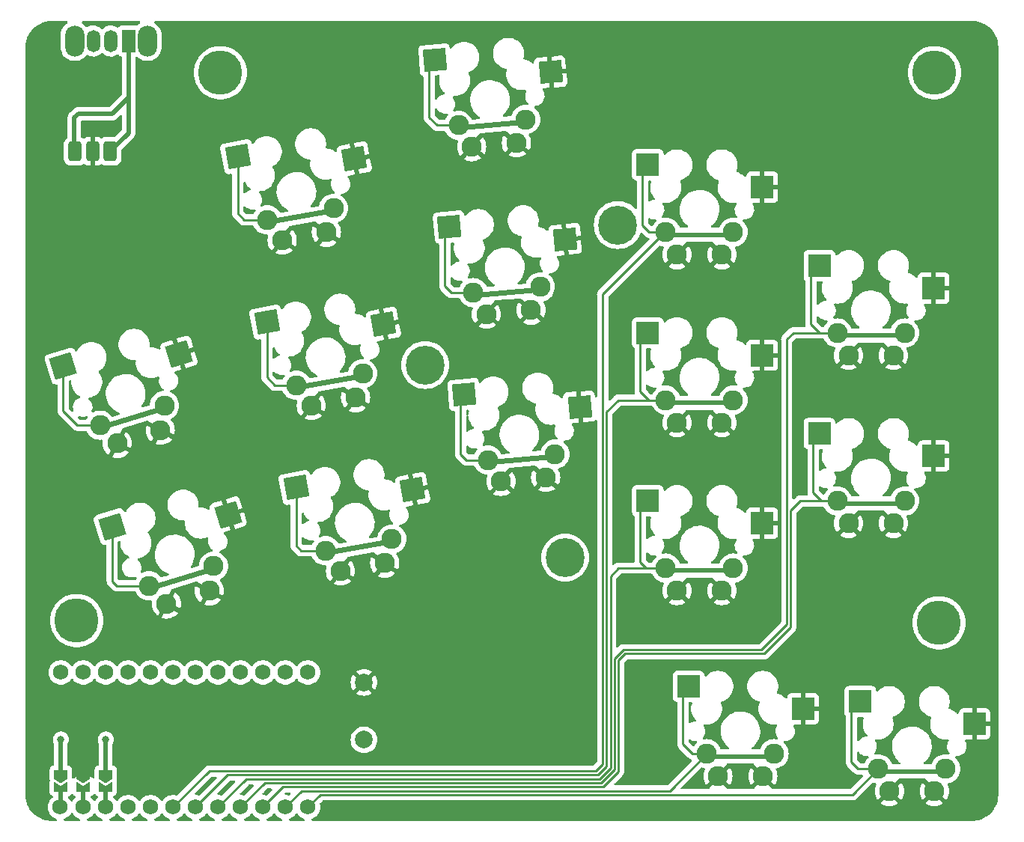
<source format=gbr>
%TF.GenerationSoftware,KiCad,Pcbnew,7.0.2*%
%TF.CreationDate,2023-09-29T14:12:54+02:00*%
%TF.ProjectId,wizza,77697a7a-612e-46b6-9963-61645f706362,v1.0.0*%
%TF.SameCoordinates,Original*%
%TF.FileFunction,Copper,L1,Top*%
%TF.FilePolarity,Positive*%
%FSLAX46Y46*%
G04 Gerber Fmt 4.6, Leading zero omitted, Abs format (unit mm)*
G04 Created by KiCad (PCBNEW 7.0.2) date 2023-09-29 14:12:54*
%MOMM*%
%LPD*%
G01*
G04 APERTURE LIST*
G04 Aperture macros list*
%AMRoundRect*
0 Rectangle with rounded corners*
0 $1 Rounding radius*
0 $2 $3 $4 $5 $6 $7 $8 $9 X,Y pos of 4 corners*
0 Add a 4 corners polygon primitive as box body*
4,1,4,$2,$3,$4,$5,$6,$7,$8,$9,$2,$3,0*
0 Add four circle primitives for the rounded corners*
1,1,$1+$1,$2,$3*
1,1,$1+$1,$4,$5*
1,1,$1+$1,$6,$7*
1,1,$1+$1,$8,$9*
0 Add four rect primitives between the rounded corners*
20,1,$1+$1,$2,$3,$4,$5,0*
20,1,$1+$1,$4,$5,$6,$7,0*
20,1,$1+$1,$6,$7,$8,$9,0*
20,1,$1+$1,$8,$9,$2,$3,0*%
%AMRotRect*
0 Rectangle, with rotation*
0 The origin of the aperture is its center*
0 $1 length*
0 $2 width*
0 $3 Rotation angle, in degrees counterclockwise*
0 Add horizontal line*
21,1,$1,$2,0,0,$3*%
%AMFreePoly0*
4,1,6,0.500000,-0.750000,-0.650000,-0.750000,-0.150000,0.000000,-0.650000,0.750000,0.500000,0.750000,0.500000,-0.750000,0.500000,-0.750000,$1*%
%AMFreePoly1*
4,1,6,1.000000,0.000000,0.500000,-0.750000,-0.500000,-0.750000,-0.500000,0.750000,0.500000,0.750000,1.000000,0.000000,1.000000,0.000000,$1*%
G04 Aperture macros list end*
%TA.AperFunction,ComponentPad*%
%ADD10O,2.200000X3.500000*%
%TD*%
%TA.AperFunction,ComponentPad*%
%ADD11R,1.500000X2.500000*%
%TD*%
%TA.AperFunction,ComponentPad*%
%ADD12O,1.500000X2.500000*%
%TD*%
%TA.AperFunction,SMDPad,CuDef*%
%ADD13RotRect,2.550000X2.500000X5.000000*%
%TD*%
%TA.AperFunction,ComponentPad*%
%ADD14C,2.286000*%
%TD*%
%TA.AperFunction,SMDPad,CuDef*%
%ADD15RoundRect,0.147609X3.635590X0.466246X-3.661319X-0.172151X-3.635590X-0.466246X3.661319X0.172151X0*%
%TD*%
%TA.AperFunction,SMDPad,CuDef*%
%ADD16RotRect,2.550000X2.500000X10.000000*%
%TD*%
%TA.AperFunction,SMDPad,CuDef*%
%ADD17RoundRect,0.147609X3.581119X0.781334X-3.632383X-0.490601X-3.581119X-0.781334X3.632383X0.490601X0*%
%TD*%
%TA.AperFunction,SMDPad,CuDef*%
%ADD18R,0.500000X1.524000*%
%TD*%
%TA.AperFunction,ComponentPad*%
%ADD19C,1.752600*%
%TD*%
%TA.AperFunction,SMDPad,CuDef*%
%ADD20FreePoly0,270.000000*%
%TD*%
%TA.AperFunction,SMDPad,CuDef*%
%ADD21FreePoly1,270.000000*%
%TD*%
%TA.AperFunction,ComponentPad*%
%ADD22C,4.400000*%
%TD*%
%TA.AperFunction,SMDPad,CuDef*%
%ADD23RotRect,2.550000X2.500000X17.000000*%
%TD*%
%TA.AperFunction,SMDPad,CuDef*%
%ADD24RoundRect,0.147609X3.459205X1.211939X-3.545519X-0.929620X-3.459205X-1.211939X3.545519X0.929620X0*%
%TD*%
%TA.AperFunction,ComponentPad*%
%ADD25C,5.000000*%
%TD*%
%TA.AperFunction,SMDPad,CuDef*%
%ADD26R,2.550000X2.500000*%
%TD*%
%TA.AperFunction,SMDPad,CuDef*%
%ADD27RoundRect,0.147609X3.662391X0.147609X-3.662391X0.147609X-3.662391X-0.147609X3.662391X-0.147609X0*%
%TD*%
%TA.AperFunction,ComponentPad*%
%ADD28RoundRect,0.375000X-0.375000X-0.750000X0.375000X-0.750000X0.375000X0.750000X-0.375000X0.750000X0*%
%TD*%
%TA.AperFunction,ComponentPad*%
%ADD29C,2.000000*%
%TD*%
%TA.AperFunction,ViaPad*%
%ADD30C,0.800000*%
%TD*%
%TA.AperFunction,Conductor*%
%ADD31C,0.500000*%
%TD*%
%TA.AperFunction,Conductor*%
%ADD32C,0.250000*%
%TD*%
G04 APERTURE END LIST*
D10*
%TO.P,SW37,*%
%TO.N,*%
X208650000Y-58900000D03*
X200450000Y-58900000D03*
D11*
%TO.P,SW37,1,A*%
%TO.N,b+*%
X206550000Y-58900000D03*
D12*
%TO.P,SW37,2,B*%
%TO.N,RAW*%
X204550000Y-58900000D03*
%TO.P,SW37,3,C*%
%TO.N,N/C*%
X202550000Y-58900000D03*
%TD*%
D13*
%TO.P,S7,1*%
%TO.N,GND*%
X255927488Y-81357884D03*
D14*
X252063910Y-89345010D03*
X247003241Y-89787762D03*
%TO.P,S7,2*%
%TO.N,matrix_middle_home*%
X253107701Y-86703988D03*
D15*
X249337930Y-87330146D03*
D13*
X242828303Y-79954212D03*
D14*
X245516698Y-87368115D03*
%TD*%
%TO.P,S8,1*%
%TO.N,GND*%
X245347282Y-70860063D03*
X250407951Y-70417311D03*
D13*
X254271529Y-62430185D03*
D14*
%TO.P,S8,2*%
%TO.N,matrix_middle_top*%
X243860739Y-68440416D03*
D15*
X247681971Y-68402447D03*
D13*
X241172344Y-61026513D03*
D14*
X251451742Y-67776289D03*
%TD*%
D16*
%TO.P,S4,1*%
%TO.N,GND*%
X235362718Y-90956788D03*
D14*
X232209965Y-99250254D03*
X227207142Y-100132387D03*
D17*
%TO.P,S4,2*%
%TO.N,matrix_ring_home*%
X229318751Y-97480642D03*
D16*
X222191041Y-90700126D03*
D14*
X233019605Y-96528309D03*
X225515370Y-97851508D03*
%TD*%
D18*
%TO.P,MCU1,*%
%TO.N,*%
X203962000Y-144242523D03*
D19*
X198798254Y-145574000D03*
D18*
X198882000Y-144242523D03*
D19*
X198882000Y-130334000D03*
X201422000Y-145574000D03*
D20*
X203962000Y-143317523D03*
D19*
X203962000Y-130334000D03*
D18*
X201422000Y-144242523D03*
D19*
X201422000Y-130334000D03*
D20*
X201422000Y-143317523D03*
X198882000Y-143317523D03*
D19*
X203962000Y-145574000D03*
D21*
%TO.P,MCU1,1*%
%TO.N,RAW*%
X198882000Y-141867523D03*
%TO.P,MCU1,2*%
%TO.N,GND*%
X201422000Y-141867523D03*
%TO.P,MCU1,3*%
%TO.N,RST*%
X203962000Y-141867523D03*
D19*
%TO.P,MCU1,4*%
%TO.N,N/C*%
X206502000Y-145574000D03*
%TO.P,MCU1,5*%
X209042000Y-145574000D03*
%TO.P,MCU1,6*%
%TO.N,matrix_index_top*%
X211582000Y-145574000D03*
%TO.P,MCU1,7*%
%TO.N,matrix_index_home*%
X214122000Y-145574000D03*
%TO.P,MCU1,8*%
%TO.N,matrix_index_bottom*%
X216662000Y-145574000D03*
%TO.P,MCU1,9*%
%TO.N,matrix_inner_home*%
X219202000Y-145574000D03*
%TO.P,MCU1,10*%
%TO.N,matrix_inner_bottom*%
X221742000Y-145574000D03*
%TO.P,MCU1,11*%
%TO.N,thumb_tucky*%
X224282000Y-145574000D03*
%TO.P,MCU1,12*%
%TO.N,thumb_reachy*%
X226822000Y-145574000D03*
%TO.P,MCU1,16*%
%TO.N,N/C*%
X206502000Y-130334000D03*
%TO.P,MCU1,17*%
%TO.N,matrix_pinky_top*%
X209042000Y-130334000D03*
%TO.P,MCU1,18*%
%TO.N,matrix_pinky_home*%
X211582000Y-130334000D03*
%TO.P,MCU1,19*%
%TO.N,matrix_ring_top*%
X214122000Y-130334000D03*
%TO.P,MCU1,20*%
%TO.N,matrix_ring_home*%
X216662000Y-130334000D03*
%TO.P,MCU1,21*%
%TO.N,matrix_ring_bottom*%
X219202000Y-130334000D03*
%TO.P,MCU1,22*%
%TO.N,matrix_middle_top*%
X221742000Y-130334000D03*
%TO.P,MCU1,23*%
%TO.N,matrix_middle_home*%
X224282000Y-130334000D03*
%TO.P,MCU1,24*%
%TO.N,matrix_middle_bottom*%
X226822000Y-130334000D03*
%TD*%
D22*
%TO.P,,1*%
%TO.N,N/C*%
X255913847Y-117348000D03*
X261874000Y-79717074D03*
X240078461Y-95552461D03*
%TD*%
D14*
%TO.P,S1,1*%
%TO.N,GND*%
X215680448Y-121104245D03*
X210822420Y-122589493D03*
D23*
X217798981Y-112488373D03*
D14*
%TO.P,S1,2*%
%TO.N,matrix_pinky_home*%
X216152331Y-118303919D03*
D24*
X212595124Y-119700173D03*
D23*
X204694205Y-113838848D03*
D14*
X208865289Y-120531791D03*
%TD*%
D25*
%TO.P,,1,1*%
%TO.N,N/C*%
X200660000Y-124460000D03*
%TD*%
D26*
%TO.P,S9,1*%
%TO.N,GND*%
X278200601Y-113446367D03*
D14*
X268575601Y-121066367D03*
X273655601Y-121066367D03*
D26*
%TO.P,S9,2*%
%TO.N,matrix_index_bottom*%
X265273601Y-110906367D03*
D14*
X267305601Y-118526367D03*
D27*
X271115601Y-118821585D03*
D14*
X274925601Y-118526367D03*
%TD*%
%TO.P,S12,1*%
%TO.N,GND*%
X287975601Y-113466367D03*
X293055601Y-113466367D03*
D26*
X297600601Y-105846367D03*
D14*
%TO.P,S12,2*%
%TO.N,matrix_inner_bottom*%
X286705601Y-110926367D03*
D27*
X290515601Y-111221585D03*
D26*
X284673601Y-103306367D03*
D14*
X294325601Y-110926367D03*
%TD*%
%TO.P,S14,1*%
%TO.N,GND*%
X278280601Y-142066367D03*
X273200601Y-142066367D03*
D26*
X282825601Y-134446367D03*
%TO.P,S14,2*%
%TO.N,thumb_tucky*%
X269898601Y-131906367D03*
D14*
X271930601Y-139526367D03*
X279550601Y-139526367D03*
D27*
X275740601Y-139821585D03*
%TD*%
D14*
%TO.P,S3,1*%
%TO.N,GND*%
X235509281Y-117961601D03*
D16*
X238662034Y-109668135D03*
D14*
X230506458Y-118843734D03*
%TO.P,S3,2*%
%TO.N,matrix_ring_bottom*%
X228814686Y-116562855D03*
D16*
X225490357Y-109411473D03*
D14*
X236318921Y-115239656D03*
D17*
X232618067Y-116191989D03*
%TD*%
D25*
%TO.P,,1,1*%
%TO.N,N/C*%
X297688000Y-62484000D03*
%TD*%
%TO.P,,1,1*%
%TO.N,N/C*%
X216916000Y-62484000D03*
%TD*%
D13*
%TO.P,S6,1*%
%TO.N,GND*%
X257583448Y-100285583D03*
D14*
X253719870Y-108272709D03*
X248659201Y-108715461D03*
D13*
%TO.P,S6,2*%
%TO.N,matrix_middle_bottom*%
X244484263Y-98881911D03*
D14*
X254763661Y-105631687D03*
X247172658Y-106295814D03*
D15*
X250993890Y-106257845D03*
%TD*%
D25*
%TO.P,,1,1*%
%TO.N,N/C*%
X298196000Y-124714000D03*
%TD*%
D14*
%TO.P,S15,1*%
%TO.N,GND*%
X292600601Y-143776367D03*
X297680601Y-143776367D03*
D26*
X302225601Y-136156367D03*
D14*
%TO.P,S15,2*%
%TO.N,thumb_reachy*%
X291330601Y-141236367D03*
D26*
X289298601Y-133616367D03*
D14*
X298950601Y-141236367D03*
D27*
X295140601Y-141531585D03*
%TD*%
D28*
%TO.P,PAD1,1*%
%TO.N,b+*%
X204470000Y-71374000D03*
%TO.P,PAD1,2*%
%TO.N,GND*%
X202470000Y-71374000D03*
%TO.P,PAD1,3*%
%TO.N,b+*%
X200470000Y-71374000D03*
%TD*%
D29*
%TO.P,B1,1*%
%TO.N,RST*%
X233172000Y-137954000D03*
%TO.P,B1,2*%
%TO.N,GND*%
X233172000Y-131454000D03*
%TD*%
D14*
%TO.P,S11,1*%
%TO.N,GND*%
X273655601Y-83066367D03*
D26*
X278200601Y-75446367D03*
D14*
X268575601Y-83066367D03*
%TO.P,S11,2*%
%TO.N,matrix_index_top*%
X267305601Y-80526367D03*
D27*
X271115601Y-80821585D03*
D14*
X274925601Y-80526367D03*
D26*
X265273601Y-72906367D03*
%TD*%
D23*
%TO.P,S2,1*%
%TO.N,GND*%
X212243918Y-94318582D03*
D14*
X205267357Y-104419702D03*
X210125385Y-102934454D03*
D23*
%TO.P,S2,2*%
%TO.N,matrix_pinky_top*%
X199139142Y-95669057D03*
D14*
X210597268Y-100134128D03*
X203310226Y-102362000D03*
D24*
X207040061Y-101530382D03*
%TD*%
D26*
%TO.P,S13,1*%
%TO.N,GND*%
X297600601Y-86846367D03*
D14*
X293055601Y-94466367D03*
X287975601Y-94466367D03*
D27*
%TO.P,S13,2*%
%TO.N,matrix_inner_home*%
X290515601Y-92221585D03*
D14*
X286705601Y-91926367D03*
X294325601Y-91926367D03*
D26*
X284673601Y-84306367D03*
%TD*%
D16*
%TO.P,S5,1*%
%TO.N,GND*%
X232063403Y-72245441D03*
D14*
X228910650Y-80538907D03*
X223907827Y-81421040D03*
%TO.P,S5,2*%
%TO.N,matrix_ring_top*%
X229720290Y-77816962D03*
D17*
X226019436Y-78769295D03*
D14*
X222216055Y-79140161D03*
D16*
X218891726Y-71988779D03*
%TD*%
D26*
%TO.P,S10,1*%
%TO.N,GND*%
X278200601Y-94446367D03*
D14*
X268575601Y-102066367D03*
X273655601Y-102066367D03*
D27*
%TO.P,S10,2*%
%TO.N,matrix_index_home*%
X271115601Y-99821585D03*
D26*
X265273601Y-91906367D03*
D14*
X274925601Y-99526367D03*
X267305601Y-99526367D03*
%TD*%
D30*
%TO.N,GND*%
X201422000Y-137922000D03*
%TO.N,RAW*%
X198882000Y-137922000D03*
%TO.N,RST*%
X203962000Y-137922000D03*
%TD*%
D31*
%TO.N,b+*%
X204470000Y-71374000D02*
X206550000Y-69294000D01*
X206550000Y-69294000D02*
X206550000Y-58900000D01*
X206550000Y-65250000D02*
X206550000Y-64100000D01*
X204680000Y-67120000D02*
X206550000Y-65250000D01*
X200850000Y-67120000D02*
X204680000Y-67120000D01*
X200470000Y-71374000D02*
X200406000Y-71310000D01*
X200406000Y-71310000D02*
X200406000Y-67564000D01*
X200406000Y-67564000D02*
X200850000Y-67120000D01*
%TO.N,GND*%
X201422000Y-137954000D02*
X201422000Y-141867523D01*
D32*
%TO.N,matrix_pinky_home*%
X205212683Y-120531791D02*
X208865289Y-120531791D01*
X204694205Y-113838848D02*
X204694205Y-120013313D01*
X204694205Y-120013313D02*
X205212683Y-120531791D01*
%TO.N,matrix_ring_bottom*%
X225490357Y-116016357D02*
X226036855Y-116562855D01*
X225490357Y-109411473D02*
X225490357Y-116016357D01*
X226036855Y-116562855D02*
X228814686Y-116562855D01*
%TO.N,matrix_ring_home*%
X222191041Y-96969041D02*
X223073508Y-97851508D01*
X222191041Y-90700126D02*
X222191041Y-96969041D01*
X223073508Y-97851508D02*
X225515370Y-97851508D01*
%TO.N,matrix_ring_top*%
X218891726Y-71988779D02*
X218891726Y-78429726D01*
X218891726Y-78429726D02*
X219602161Y-79140161D01*
X219602161Y-79140161D02*
X222216055Y-79140161D01*
%TO.N,matrix_middle_bottom*%
X244725814Y-106295814D02*
X247172658Y-106295814D01*
X244094000Y-99272174D02*
X244094000Y-105664000D01*
X244094000Y-105664000D02*
X244725814Y-106295814D01*
X244484263Y-98881911D02*
X244094000Y-99272174D01*
%TO.N,matrix_middle_home*%
X243070115Y-87368115D02*
X245516698Y-87368115D01*
X242828303Y-79954212D02*
X242316000Y-80466515D01*
X242316000Y-86614000D02*
X243070115Y-87368115D01*
X242316000Y-80466515D02*
X242316000Y-86614000D01*
%TO.N,matrix_middle_top*%
X241414416Y-68440416D02*
X243860739Y-68440416D01*
X241172344Y-61026513D02*
X240538000Y-61660857D01*
X240538000Y-67564000D02*
X241414416Y-68440416D01*
X240538000Y-61660857D02*
X240538000Y-67564000D01*
X250787615Y-68440416D02*
X251451742Y-67776289D01*
%TO.N,matrix_index_bottom*%
X265084367Y-118526367D02*
X267305601Y-118526367D01*
X261053520Y-141156197D02*
X261053520Y-119438480D01*
X216662000Y-145574000D02*
X219858960Y-142377040D01*
X259832678Y-142377040D02*
X261053520Y-141156197D01*
X264414000Y-117856000D02*
X265084367Y-118526367D01*
X264414000Y-111765968D02*
X264414000Y-117856000D01*
X261053520Y-119438480D02*
X261965633Y-118526367D01*
X261965633Y-118526367D02*
X267305601Y-118526367D01*
X265273601Y-110906367D02*
X264414000Y-111765968D01*
X219858960Y-142377040D02*
X259832678Y-142377040D01*
%TO.N,matrix_index_home*%
X260604000Y-100838000D02*
X261915633Y-99526367D01*
X264414000Y-98552000D02*
X265388367Y-99526367D01*
X265273601Y-91906367D02*
X264414000Y-92765968D01*
X260604000Y-140970000D02*
X260604000Y-100838000D01*
X264414000Y-92765968D02*
X264414000Y-98552000D01*
X214122000Y-145574000D02*
X217768480Y-141927520D01*
X217768480Y-141927520D02*
X259646480Y-141927520D01*
X259646480Y-141927520D02*
X260604000Y-140970000D01*
X265388367Y-99526367D02*
X267305601Y-99526367D01*
X261915633Y-99526367D02*
X267305601Y-99526367D01*
%TO.N,matrix_index_top*%
X265273601Y-72906367D02*
X264668000Y-73511968D01*
X260154480Y-87571520D02*
X267199633Y-80526367D01*
X264668000Y-73511968D02*
X264668000Y-79756000D01*
X260154480Y-140716000D02*
X260154480Y-87571520D01*
X264668000Y-79756000D02*
X265438367Y-80526367D01*
X211582000Y-145574000D02*
X215678000Y-141478000D01*
X267199633Y-80526367D02*
X267305601Y-80526367D01*
X215678000Y-141478000D02*
X259392480Y-141478000D01*
X265438367Y-80526367D02*
X267305601Y-80526367D01*
X259392480Y-141478000D02*
X260154480Y-140716000D01*
%TO.N,matrix_inner_bottom*%
X283972000Y-109982000D02*
X284916367Y-110926367D01*
X261952560Y-128954876D02*
X262695916Y-128211520D01*
X284673601Y-103306367D02*
X283972000Y-104007968D01*
X260205074Y-143276079D02*
X261952560Y-141528591D01*
X221742000Y-145574000D02*
X224039920Y-143276080D01*
X262695916Y-128211520D02*
X278442480Y-128211520D01*
X224039920Y-143276080D02*
X260205074Y-143276079D01*
X281432000Y-112014000D02*
X282519633Y-110926367D01*
X281432000Y-125222000D02*
X281432000Y-112014000D01*
X283972000Y-104007968D02*
X283972000Y-109982000D01*
X278442480Y-128211520D02*
X281432000Y-125222000D01*
X261952560Y-141528591D02*
X261952560Y-128954876D01*
X282519633Y-110926367D02*
X286705601Y-110926367D01*
X284916367Y-110926367D02*
X286705601Y-110926367D01*
%TO.N,matrix_inner_home*%
X278130000Y-127762000D02*
X280982000Y-124910000D01*
X221949440Y-142826560D02*
X260018876Y-142826560D01*
X283718000Y-85261968D02*
X283718000Y-90932000D01*
X260018876Y-142826560D02*
X261503040Y-141342394D01*
X262509718Y-127762000D02*
X278130000Y-127762000D01*
X284673601Y-84306367D02*
X283718000Y-85261968D01*
X281707633Y-91926367D02*
X286705601Y-91926367D01*
X280982000Y-124910000D02*
X280982000Y-92652000D01*
X284712367Y-91926367D02*
X286705601Y-91926367D01*
X261503040Y-141342394D02*
X261503040Y-128768678D01*
X261503040Y-128768678D02*
X262509718Y-127762000D01*
X219202000Y-145574000D02*
X221949440Y-142826560D01*
X283718000Y-90932000D02*
X284712367Y-91926367D01*
X280982000Y-92652000D02*
X281707633Y-91926367D01*
%TO.N,thumb_tucky*%
X271930601Y-139526367D02*
X267730888Y-143726080D01*
X269240000Y-138430000D02*
X270336367Y-139526367D01*
X270336367Y-139526367D02*
X271930601Y-139526367D01*
X267730888Y-143726080D02*
X226129920Y-143726080D01*
X226129920Y-143726080D02*
X224282000Y-145574000D01*
X269898601Y-131906367D02*
X269240000Y-132564968D01*
X269240000Y-132564968D02*
X269240000Y-138430000D01*
%TO.N,thumb_reachy*%
X289064367Y-141236367D02*
X291330601Y-141236367D01*
X288390888Y-144176080D02*
X291330601Y-141236367D01*
X288290000Y-134624968D02*
X288290000Y-140462000D01*
X226822000Y-145574000D02*
X228219920Y-144176080D01*
X288290000Y-140462000D02*
X289064367Y-141236367D01*
X289298601Y-133616367D02*
X288290000Y-134624968D01*
X228219920Y-144176080D02*
X288390888Y-144176080D01*
D31*
%TO.N,RAW*%
X198882000Y-141867523D02*
X198882000Y-137954000D01*
%TO.N,RST*%
X203962000Y-141867523D02*
X203962000Y-137954000D01*
D32*
%TO.N,matrix_pinky_top*%
X200758892Y-102362000D02*
X203310226Y-102362000D01*
X199139142Y-95669057D02*
X199139142Y-100742250D01*
X199139142Y-100742250D02*
X200758892Y-102362000D01*
%TD*%
%TA.AperFunction,Conductor*%
%TO.N,GND*%
G36*
X199592548Y-56676924D02*
G01*
X199639041Y-56730580D01*
X199649145Y-56800854D01*
X199619651Y-56865434D01*
X199590262Y-56890354D01*
X199501627Y-56944669D01*
X199495430Y-56949962D01*
X199309102Y-57109102D01*
X199144672Y-57301624D01*
X199094278Y-57383859D01*
X199012383Y-57517499D01*
X198915495Y-57751408D01*
X198856390Y-57997596D01*
X198841693Y-58184344D01*
X198841500Y-58186801D01*
X198841500Y-59613199D01*
X198841692Y-59615647D01*
X198841693Y-59615655D01*
X198856390Y-59802403D01*
X198915495Y-60048591D01*
X198991201Y-60231363D01*
X199012384Y-60282502D01*
X199144672Y-60498376D01*
X199309102Y-60690898D01*
X199501624Y-60855328D01*
X199717498Y-60987616D01*
X199951409Y-61084505D01*
X200133917Y-61128321D01*
X200197596Y-61143609D01*
X200216011Y-61145058D01*
X200450000Y-61163474D01*
X200702403Y-61143609D01*
X200948591Y-61084505D01*
X201182502Y-60987616D01*
X201398376Y-60855328D01*
X201590898Y-60690898D01*
X201745819Y-60509509D01*
X201805268Y-60470700D01*
X201876263Y-60470193D01*
X201911040Y-60486182D01*
X201951226Y-60512709D01*
X202159530Y-60601743D01*
X202380385Y-60652151D01*
X202578709Y-60661058D01*
X202606688Y-60662315D01*
X202606688Y-60662314D01*
X202606691Y-60662315D01*
X202831175Y-60631906D01*
X203046621Y-60561903D01*
X203246106Y-60454556D01*
X203423218Y-60313314D01*
X203455267Y-60276630D01*
X203515148Y-60238491D01*
X203586144Y-60238779D01*
X203637226Y-60268456D01*
X203762166Y-60387912D01*
X203951226Y-60512709D01*
X204159530Y-60601743D01*
X204380385Y-60652151D01*
X204578709Y-60661058D01*
X204606688Y-60662315D01*
X204606688Y-60662314D01*
X204606691Y-60662315D01*
X204831175Y-60631906D01*
X205046621Y-60561903D01*
X205246106Y-60454556D01*
X205246109Y-60454553D01*
X205255119Y-60449705D01*
X205324585Y-60435038D01*
X205390952Y-60460256D01*
X205415695Y-60485151D01*
X205436738Y-60513261D01*
X205553794Y-60600888D01*
X205553795Y-60600888D01*
X205553796Y-60600889D01*
X205690799Y-60651989D01*
X205690801Y-60651989D01*
X205705627Y-60657519D01*
X205704256Y-60661192D01*
X205744540Y-60677869D01*
X205785044Y-60736178D01*
X205791500Y-60775994D01*
X205791500Y-64883629D01*
X205771498Y-64951750D01*
X205754595Y-64972724D01*
X204402724Y-66324595D01*
X204340412Y-66358621D01*
X204313629Y-66361500D01*
X200914442Y-66361500D01*
X200896182Y-66360170D01*
X200872212Y-66356659D01*
X200872211Y-66356659D01*
X200849786Y-66358621D01*
X200822353Y-66361021D01*
X200811372Y-66361500D01*
X200805820Y-66361500D01*
X200802182Y-66361925D01*
X200802167Y-66361926D01*
X200774711Y-66365135D01*
X200771070Y-66365507D01*
X200694260Y-66372227D01*
X200675123Y-66376470D01*
X200602634Y-66402853D01*
X200599176Y-66404055D01*
X200526000Y-66428303D01*
X200508372Y-66436838D01*
X200443918Y-66479229D01*
X200440831Y-66481196D01*
X200375218Y-66521667D01*
X200360032Y-66534038D01*
X200307087Y-66590156D01*
X200304534Y-66592783D01*
X199915225Y-66982092D01*
X199901377Y-66994061D01*
X199881944Y-67008529D01*
X199881942Y-67008530D01*
X199881942Y-67008531D01*
X199863669Y-67030308D01*
X199849773Y-67046868D01*
X199842360Y-67054958D01*
X199841017Y-67056301D01*
X199841011Y-67056307D01*
X199838420Y-67058899D01*
X199836149Y-67061770D01*
X199836140Y-67061781D01*
X199818997Y-67083460D01*
X199816688Y-67086294D01*
X199767119Y-67145369D01*
X199756589Y-67161899D01*
X199723995Y-67231794D01*
X199722401Y-67235087D01*
X199687795Y-67303997D01*
X199681363Y-67322500D01*
X199665759Y-67398064D01*
X199664967Y-67401637D01*
X199647192Y-67476640D01*
X199645202Y-67496116D01*
X199647446Y-67573259D01*
X199647499Y-67576922D01*
X199647500Y-69789427D01*
X199627498Y-69857548D01*
X199600795Y-69887347D01*
X199466830Y-69995830D01*
X199349953Y-70140160D01*
X199265638Y-70305637D01*
X199217570Y-70485028D01*
X199212590Y-70548311D01*
X199211500Y-70562157D01*
X199211500Y-70564625D01*
X199211500Y-70564626D01*
X199211500Y-72183370D01*
X199211500Y-72183395D01*
X199211501Y-72185842D01*
X199217570Y-72262971D01*
X199265638Y-72442362D01*
X199349953Y-72607839D01*
X199466830Y-72752170D01*
X199611161Y-72869047D01*
X199776638Y-72953362D01*
X199956029Y-73001430D01*
X200033157Y-73007500D01*
X200906842Y-73007499D01*
X200983971Y-73001430D01*
X201163362Y-72953362D01*
X201328839Y-72869047D01*
X201391105Y-72818624D01*
X201456627Y-72791301D01*
X201526526Y-72803739D01*
X201549690Y-72818625D01*
X201611435Y-72868625D01*
X201776817Y-72952891D01*
X201956107Y-73000932D01*
X202030741Y-73006806D01*
X202035665Y-73007000D01*
X202216000Y-73007000D01*
X202216000Y-71858686D01*
X202250388Y-71879598D01*
X202394940Y-71920100D01*
X202507353Y-71920100D01*
X202618721Y-71904793D01*
X202724000Y-71859063D01*
X202724000Y-73007000D01*
X202904335Y-73007000D01*
X202909258Y-73006806D01*
X202983892Y-73000932D01*
X203163182Y-72952891D01*
X203328564Y-72868625D01*
X203390307Y-72818626D01*
X203455834Y-72791300D01*
X203525732Y-72803739D01*
X203548893Y-72818623D01*
X203611161Y-72869047D01*
X203776638Y-72953362D01*
X203956029Y-73001430D01*
X204033157Y-73007500D01*
X204906842Y-73007499D01*
X204983971Y-73001430D01*
X205163362Y-72953362D01*
X205328839Y-72869047D01*
X205473170Y-72752170D01*
X205590047Y-72607839D01*
X205674362Y-72442362D01*
X205722430Y-72262971D01*
X205728500Y-72185843D01*
X205728499Y-71240369D01*
X205748501Y-71172249D01*
X205765399Y-71151280D01*
X205957881Y-70958798D01*
X216905711Y-70958798D01*
X216909815Y-71019572D01*
X216910397Y-71022875D01*
X216910399Y-71022888D01*
X217360241Y-73574071D01*
X217360244Y-73574087D01*
X217360827Y-73577389D01*
X217361761Y-73580619D01*
X217361765Y-73580634D01*
X217377754Y-73635899D01*
X217451869Y-73761949D01*
X217558495Y-73862013D01*
X217606160Y-73886109D01*
X217688989Y-73927982D01*
X217832784Y-73954515D01*
X217893557Y-73950411D01*
X218110348Y-73912184D01*
X218180905Y-73920053D01*
X218236009Y-73964820D01*
X218258163Y-74032272D01*
X218258226Y-74036270D01*
X218258226Y-78345873D01*
X218255930Y-78366661D01*
X218258164Y-78437710D01*
X218258226Y-78441668D01*
X218258226Y-78469582D01*
X218258721Y-78473500D01*
X218258723Y-78473532D01*
X218258734Y-78473614D01*
X218259663Y-78485423D01*
X218261052Y-78529618D01*
X218266703Y-78549067D01*
X218270712Y-78568422D01*
X218273251Y-78588520D01*
X218273251Y-78588522D01*
X218273252Y-78588523D01*
X218288940Y-78628148D01*
X218289527Y-78629629D01*
X218293370Y-78640856D01*
X218305706Y-78683316D01*
X218316020Y-78700756D01*
X218324713Y-78718500D01*
X218325322Y-78720037D01*
X218332175Y-78737345D01*
X218358157Y-78773106D01*
X218364674Y-78783027D01*
X218387184Y-78821089D01*
X218401504Y-78835409D01*
X218414344Y-78850442D01*
X218426252Y-78866831D01*
X218426253Y-78866832D01*
X218426254Y-78866833D01*
X218452566Y-78888600D01*
X218460324Y-78895018D01*
X218469104Y-78903008D01*
X219094913Y-79528817D01*
X219107992Y-79545142D01*
X219110160Y-79547178D01*
X219110161Y-79547179D01*
X219129641Y-79565472D01*
X219159812Y-79593804D01*
X219162654Y-79596559D01*
X219182391Y-79616296D01*
X219185521Y-79618724D01*
X219185593Y-79618780D01*
X219194603Y-79626475D01*
X219226840Y-79656747D01*
X219244587Y-79666503D01*
X219261111Y-79677357D01*
X219277120Y-79689775D01*
X219317703Y-79707336D01*
X219328354Y-79712554D01*
X219367101Y-79733856D01*
X219386721Y-79738893D01*
X219405428Y-79745298D01*
X219412041Y-79748159D01*
X219424015Y-79753342D01*
X219428764Y-79754094D01*
X219467691Y-79760259D01*
X219479286Y-79762659D01*
X219522131Y-79773661D01*
X219542385Y-79773661D01*
X219562095Y-79775212D01*
X219582103Y-79778381D01*
X219582103Y-79778380D01*
X219582104Y-79778381D01*
X219626122Y-79774219D01*
X219637980Y-79773661D01*
X220606697Y-79773661D01*
X220674818Y-79793663D01*
X220721311Y-79847319D01*
X220723106Y-79851442D01*
X220740009Y-79892250D01*
X220875831Y-80113889D01*
X221044656Y-80311559D01*
X221242326Y-80480384D01*
X221463967Y-80616207D01*
X221463969Y-80616207D01*
X221463971Y-80616209D01*
X221704135Y-80715688D01*
X221956905Y-80776372D01*
X222210051Y-80796295D01*
X222276391Y-80821581D01*
X222318531Y-80878719D01*
X222323090Y-80949569D01*
X222322683Y-80951321D01*
X222272111Y-81161967D01*
X222251722Y-81421039D01*
X222272111Y-81680112D01*
X222332778Y-81932806D01*
X222432226Y-82172894D01*
X222568013Y-82394478D01*
X222736781Y-82592080D01*
X222762436Y-82613991D01*
X223295276Y-81853016D01*
X223359096Y-81938741D01*
X223493277Y-82051333D01*
X223649807Y-82129945D01*
X223711313Y-82144522D01*
X223178222Y-82905857D01*
X223396060Y-82996088D01*
X223648754Y-83056755D01*
X223907827Y-83077144D01*
X224166899Y-83056755D01*
X224419593Y-82996088D01*
X224659681Y-82896640D01*
X224881265Y-82760853D01*
X225078866Y-82592086D01*
X225100778Y-82566429D01*
X224339934Y-82033680D01*
X224392747Y-81998945D01*
X224512950Y-81871537D01*
X224600530Y-81719843D01*
X224631181Y-81617460D01*
X225392644Y-82150642D01*
X225482875Y-81932806D01*
X225543542Y-81680112D01*
X225563931Y-81421039D01*
X225543542Y-81161967D01*
X225482875Y-80909273D01*
X225383427Y-80669185D01*
X225247640Y-80447601D01*
X225078872Y-80249999D01*
X225053216Y-80228087D01*
X224520375Y-80989061D01*
X224456558Y-80903339D01*
X224322377Y-80790747D01*
X224165847Y-80712135D01*
X224104337Y-80697556D01*
X224647154Y-79922333D01*
X224647202Y-79898275D01*
X224685703Y-79838624D01*
X224746143Y-79809927D01*
X227574128Y-79311277D01*
X227644685Y-79319146D01*
X227699788Y-79363913D01*
X227708679Y-79387201D01*
X228478543Y-79926266D01*
X228425730Y-79961002D01*
X228305527Y-80088410D01*
X228217947Y-80240104D01*
X228187295Y-80342485D01*
X227425832Y-79809303D01*
X227335601Y-80027140D01*
X227274934Y-80279834D01*
X227254545Y-80538906D01*
X227274934Y-80797979D01*
X227335601Y-81050673D01*
X227435049Y-81290761D01*
X227570836Y-81512345D01*
X227739604Y-81709947D01*
X227765259Y-81731858D01*
X228298099Y-80970883D01*
X228361919Y-81056608D01*
X228496100Y-81169200D01*
X228652630Y-81247812D01*
X228714136Y-81262389D01*
X228181045Y-82023724D01*
X228398883Y-82113955D01*
X228651577Y-82174622D01*
X228910649Y-82195011D01*
X229169722Y-82174622D01*
X229422416Y-82113955D01*
X229662504Y-82014507D01*
X229884088Y-81878720D01*
X230081689Y-81709953D01*
X230103601Y-81684296D01*
X229342757Y-81151547D01*
X229395570Y-81116812D01*
X229515773Y-80989404D01*
X229603353Y-80837710D01*
X229634004Y-80735327D01*
X230395467Y-81268509D01*
X230485698Y-81050673D01*
X230546365Y-80797979D01*
X230566754Y-80538906D01*
X230546365Y-80279834D01*
X230485698Y-80027140D01*
X230386250Y-79787052D01*
X230250466Y-79565472D01*
X230249192Y-79563981D01*
X230248212Y-79561795D01*
X230245285Y-79557018D01*
X230245902Y-79556639D01*
X230220161Y-79499191D01*
X230230766Y-79428991D01*
X230277640Y-79375669D01*
X230296782Y-79365742D01*
X230472374Y-79293010D01*
X230694019Y-79157185D01*
X230891688Y-78988360D01*
X231038933Y-78815958D01*
X240938406Y-78815958D01*
X240938699Y-78819316D01*
X240938700Y-78819321D01*
X241164479Y-81399990D01*
X241164481Y-81400007D01*
X241164774Y-81403351D01*
X241165423Y-81406648D01*
X241165425Y-81406662D01*
X241176537Y-81463114D01*
X241239385Y-81595146D01*
X241329824Y-81696230D01*
X241336881Y-81704118D01*
X241384036Y-81733376D01*
X241461129Y-81781210D01*
X241518811Y-81797157D01*
X241590076Y-81816860D01*
X241650403Y-81854291D01*
X241680917Y-81918396D01*
X241682500Y-81938304D01*
X241682500Y-86530147D01*
X241680204Y-86550935D01*
X241682438Y-86621984D01*
X241682500Y-86625942D01*
X241682500Y-86653856D01*
X241682995Y-86657774D01*
X241682997Y-86657806D01*
X241683008Y-86657888D01*
X241683937Y-86669697D01*
X241685326Y-86713892D01*
X241690977Y-86733341D01*
X241694986Y-86752696D01*
X241697525Y-86772794D01*
X241713801Y-86813903D01*
X241717644Y-86825130D01*
X241729980Y-86867590D01*
X241740294Y-86885030D01*
X241748987Y-86902774D01*
X241756448Y-86921617D01*
X241756449Y-86921619D01*
X241782431Y-86957380D01*
X241788948Y-86967301D01*
X241811458Y-87005363D01*
X241825778Y-87019683D01*
X241838618Y-87034716D01*
X241850526Y-87051105D01*
X241884598Y-87079292D01*
X241893378Y-87087282D01*
X242562866Y-87756770D01*
X242575950Y-87773100D01*
X242627781Y-87821772D01*
X242630624Y-87824528D01*
X242650346Y-87844250D01*
X242653474Y-87846676D01*
X242653475Y-87846677D01*
X242653529Y-87846719D01*
X242662562Y-87854433D01*
X242694794Y-87884701D01*
X242712547Y-87894461D01*
X242729070Y-87905315D01*
X242745072Y-87917727D01*
X242745075Y-87917729D01*
X242785654Y-87935289D01*
X242796303Y-87940506D01*
X242835050Y-87961808D01*
X242835052Y-87961808D01*
X242835055Y-87961810D01*
X242854689Y-87966851D01*
X242873374Y-87973249D01*
X242891970Y-87981296D01*
X242935645Y-87988213D01*
X242947240Y-87990613D01*
X242990085Y-88001615D01*
X243010339Y-88001615D01*
X243030049Y-88003166D01*
X243050057Y-88006335D01*
X243050057Y-88006334D01*
X243050058Y-88006335D01*
X243094076Y-88002173D01*
X243105934Y-88001615D01*
X243907340Y-88001615D01*
X243975461Y-88021617D01*
X244021954Y-88075273D01*
X244023749Y-88079396D01*
X244040652Y-88120204D01*
X244176474Y-88341843D01*
X244345299Y-88539513D01*
X244542969Y-88708338D01*
X244764610Y-88844161D01*
X244764612Y-88844161D01*
X244764614Y-88844163D01*
X245004778Y-88943642D01*
X245257548Y-89004326D01*
X245358891Y-89012302D01*
X245425232Y-89037588D01*
X245467372Y-89094726D01*
X245471931Y-89165576D01*
X245465414Y-89186131D01*
X245428192Y-89275992D01*
X245367525Y-89528689D01*
X245347136Y-89787762D01*
X245367525Y-90046834D01*
X245428192Y-90299528D01*
X245527640Y-90539616D01*
X245663427Y-90761200D01*
X245759987Y-90874258D01*
X245759988Y-90874257D01*
X246352378Y-90168275D01*
X246454510Y-90305463D01*
X246588691Y-90418055D01*
X246741526Y-90494811D01*
X246149188Y-91200734D01*
X246149188Y-91200735D01*
X246251381Y-91263360D01*
X246491474Y-91362810D01*
X246744168Y-91423477D01*
X247003241Y-91443866D01*
X247262313Y-91423477D01*
X247515007Y-91362810D01*
X247755095Y-91263362D01*
X247976675Y-91127577D01*
X248089736Y-91031013D01*
X247380889Y-90436219D01*
X247488161Y-90365667D01*
X247608364Y-90238259D01*
X247695944Y-90086565D01*
X247707699Y-90047299D01*
X248416213Y-90641813D01*
X248416214Y-90641813D01*
X248478840Y-90539618D01*
X248578289Y-90299528D01*
X248638956Y-90046834D01*
X248659345Y-89787761D01*
X248638956Y-89528689D01*
X248578289Y-89275995D01*
X248478841Y-89035907D01*
X248343054Y-88814323D01*
X248246493Y-88701264D01*
X248246492Y-88701265D01*
X247654102Y-89407246D01*
X247551972Y-89270061D01*
X247417791Y-89157469D01*
X247264952Y-89080711D01*
X247866467Y-88363853D01*
X247870506Y-88331491D01*
X247915990Y-88276977D01*
X247975089Y-88256166D01*
X250840560Y-88005470D01*
X250910162Y-88019459D01*
X250961155Y-88068859D01*
X250967750Y-88093649D01*
X251686261Y-88696551D01*
X251578990Y-88767105D01*
X251458787Y-88894513D01*
X251371207Y-89046207D01*
X251359451Y-89085472D01*
X250650936Y-88490957D01*
X250650935Y-88490957D01*
X250588310Y-88593152D01*
X250488861Y-88833243D01*
X250428194Y-89085937D01*
X250407805Y-89345009D01*
X250428194Y-89604082D01*
X250488861Y-89856776D01*
X250588309Y-90096864D01*
X250724096Y-90318448D01*
X250820656Y-90431506D01*
X250820657Y-90431505D01*
X251413046Y-89725523D01*
X251515179Y-89862711D01*
X251649360Y-89975303D01*
X251802195Y-90052059D01*
X251209857Y-90757982D01*
X251209857Y-90757983D01*
X251312050Y-90820608D01*
X251552143Y-90920058D01*
X251804837Y-90980725D01*
X252063910Y-91001114D01*
X252322982Y-90980725D01*
X252575676Y-90920058D01*
X252815764Y-90820610D01*
X253037344Y-90684825D01*
X253150405Y-90588261D01*
X252441558Y-89993467D01*
X252548830Y-89922915D01*
X252669033Y-89795507D01*
X252756613Y-89643813D01*
X252768368Y-89604547D01*
X253476881Y-90199061D01*
X253476883Y-90199061D01*
X253539509Y-90096866D01*
X253638958Y-89856776D01*
X253699625Y-89604082D01*
X253720014Y-89345010D01*
X253699625Y-89085937D01*
X253638958Y-88833243D01*
X253539510Y-88593155D01*
X253472849Y-88484374D01*
X253454311Y-88415841D01*
X253475767Y-88348164D01*
X253530406Y-88302831D01*
X253550861Y-88296022D01*
X253619621Y-88279515D01*
X253859785Y-88180036D01*
X254081430Y-88044211D01*
X254279099Y-87875386D01*
X254447924Y-87677717D01*
X254583749Y-87456072D01*
X254683228Y-87215908D01*
X254743912Y-86963138D01*
X254764308Y-86703988D01*
X254743912Y-86444838D01*
X254743020Y-86441124D01*
X254722974Y-86357625D01*
X254683228Y-86192068D01*
X254583749Y-85951904D01*
X254573029Y-85934411D01*
X254447924Y-85730259D01*
X254279099Y-85532589D01*
X254107671Y-85386177D01*
X254068862Y-85326727D01*
X254068354Y-85255732D01*
X254106310Y-85195733D01*
X254170679Y-85165780D01*
X254189501Y-85164366D01*
X254200960Y-85164366D01*
X254203961Y-85164366D01*
X254360882Y-85149382D01*
X254562704Y-85090122D01*
X254749663Y-84993737D01*
X254915003Y-84863713D01*
X255052748Y-84704747D01*
X255157919Y-84522585D01*
X255226715Y-84323812D01*
X255254945Y-84127471D01*
X255256650Y-84115612D01*
X255246641Y-83905507D01*
X255231564Y-83843359D01*
X255197051Y-83701095D01*
X255109672Y-83509761D01*
X255109670Y-83509756D01*
X255025865Y-83392069D01*
X255002644Y-83324978D01*
X255019382Y-83255982D01*
X255070764Y-83206989D01*
X255117520Y-83193461D01*
X255827673Y-83131331D01*
X255692718Y-81588780D01*
X256202658Y-81588780D01*
X256333740Y-83087055D01*
X257395898Y-82994130D01*
X257402582Y-82993182D01*
X257458966Y-82982083D01*
X257590867Y-82919298D01*
X257699732Y-82821898D01*
X257776750Y-82697770D01*
X257815675Y-82556974D01*
X257816815Y-82499515D01*
X257816588Y-82492770D01*
X257725840Y-81455519D01*
X256202658Y-81588780D01*
X255692718Y-81588780D01*
X255652317Y-81126988D01*
X255652317Y-81126987D01*
X255521234Y-79628711D01*
X254459076Y-79721637D01*
X254452393Y-79722585D01*
X254396009Y-79733684D01*
X254264108Y-79796469D01*
X254155243Y-79893869D01*
X254078225Y-80017997D01*
X254039300Y-80158793D01*
X254038160Y-80216252D01*
X254038387Y-80223006D01*
X254038800Y-80227726D01*
X254024804Y-80297329D01*
X253975399Y-80348317D01*
X253906272Y-80364500D01*
X253839369Y-80340741D01*
X253834750Y-80337231D01*
X253653807Y-80192933D01*
X253426593Y-80061751D01*
X253182366Y-79965899D01*
X253160911Y-79961002D01*
X252940112Y-79910605D01*
X252878150Y-79875946D01*
X252844763Y-79813290D01*
X252847748Y-79750625D01*
X252889803Y-79614287D01*
X252894303Y-79584435D01*
X256027301Y-79584435D01*
X256158383Y-81082711D01*
X257681564Y-80949450D01*
X257590818Y-79912199D01*
X257589871Y-79905523D01*
X257578769Y-79849131D01*
X257515984Y-79717230D01*
X257418585Y-79608365D01*
X257294458Y-79531347D01*
X257153662Y-79492422D01*
X257096203Y-79491282D01*
X257089458Y-79491509D01*
X256027301Y-79584435D01*
X252894303Y-79584435D01*
X252928907Y-79354854D01*
X252928907Y-79092490D01*
X252889803Y-78833057D01*
X252818582Y-78602163D01*
X252812470Y-78582348D01*
X252746475Y-78445309D01*
X252698635Y-78345968D01*
X252584737Y-78178911D01*
X252550843Y-78129197D01*
X252550841Y-78129195D01*
X252550840Y-78129193D01*
X252372388Y-77936867D01*
X252167264Y-77773286D01*
X251940050Y-77642104D01*
X251913187Y-77631561D01*
X251695824Y-77546252D01*
X251440037Y-77487870D01*
X251246243Y-77473347D01*
X251246229Y-77473346D01*
X251243901Y-77473172D01*
X251112913Y-77473172D01*
X251110585Y-77473346D01*
X251110570Y-77473347D01*
X250916776Y-77487870D01*
X250660989Y-77546252D01*
X250416763Y-77642104D01*
X250189553Y-77773284D01*
X250189550Y-77773286D01*
X249984426Y-77936867D01*
X249890235Y-78038381D01*
X249805970Y-78129197D01*
X249658179Y-78345967D01*
X249544343Y-78582348D01*
X249467012Y-78833053D01*
X249467011Y-78833057D01*
X249427907Y-79092490D01*
X249427907Y-79354854D01*
X249467011Y-79614287D01*
X249467012Y-79614290D01*
X249544343Y-79864995D01*
X249658179Y-80101376D01*
X249805970Y-80318146D01*
X249805972Y-80318148D01*
X249805974Y-80318151D01*
X249984426Y-80510477D01*
X250189550Y-80674058D01*
X250416764Y-80805240D01*
X250660991Y-80901092D01*
X250903246Y-80956385D01*
X250965207Y-80991044D01*
X250998594Y-81053700D01*
X250995609Y-81116364D01*
X250992332Y-81126988D01*
X250979312Y-81169200D01*
X250953554Y-81252704D01*
X250914450Y-81512137D01*
X250914450Y-81774501D01*
X250953554Y-82033934D01*
X250953555Y-82033937D01*
X251030886Y-82284642D01*
X251144722Y-82521023D01*
X251292513Y-82737793D01*
X251292515Y-82737795D01*
X251292517Y-82737798D01*
X251470969Y-82930124D01*
X251676093Y-83093705D01*
X251903307Y-83224887D01*
X252147534Y-83320739D01*
X252403320Y-83379121D01*
X252599456Y-83393819D01*
X252601809Y-83393819D01*
X252728091Y-83393819D01*
X252730444Y-83393819D01*
X252926580Y-83379121D01*
X253045780Y-83351914D01*
X253116643Y-83356256D01*
X253173910Y-83398221D01*
X253199398Y-83464484D01*
X253185015Y-83534009D01*
X253182937Y-83537754D01*
X253145066Y-83603347D01*
X253076270Y-83802122D01*
X253046335Y-84010319D01*
X253056344Y-84220424D01*
X253105934Y-84424835D01*
X253193313Y-84616171D01*
X253315323Y-84787509D01*
X253374523Y-84843956D01*
X253410021Y-84905441D01*
X253406643Y-84976357D01*
X253365461Y-85034190D01*
X253299550Y-85060576D01*
X253277687Y-85060759D01*
X253107701Y-85047381D01*
X252848550Y-85067776D01*
X252595780Y-85128461D01*
X252355613Y-85227941D01*
X252133972Y-85363764D01*
X251936302Y-85532589D01*
X251767477Y-85730259D01*
X251631654Y-85951900D01*
X251532172Y-86192071D01*
X251519183Y-86246174D01*
X251483831Y-86307743D01*
X251420804Y-86340425D01*
X251407647Y-86342280D01*
X250672670Y-86406582D01*
X250603065Y-86392593D01*
X250552072Y-86343193D01*
X250535882Y-86274067D01*
X250559634Y-86207162D01*
X250577163Y-86187619D01*
X250707763Y-86069499D01*
X250901767Y-85840029D01*
X251063455Y-85586749D01*
X251189942Y-85314177D01*
X251278970Y-85027179D01*
X251328950Y-84730875D01*
X251338991Y-84430553D01*
X251308913Y-84131572D01*
X251239254Y-83839268D01*
X251131255Y-83558857D01*
X250986845Y-83295342D01*
X250808601Y-83053427D01*
X250599703Y-82837428D01*
X250363878Y-82651199D01*
X250360263Y-82649058D01*
X250360259Y-82649055D01*
X250108962Y-82500212D01*
X250108960Y-82500211D01*
X250105337Y-82498065D01*
X249828691Y-82380757D01*
X249824638Y-82379646D01*
X249824633Y-82379645D01*
X249542942Y-82302482D01*
X249542938Y-82302481D01*
X249538878Y-82301369D01*
X249534707Y-82300808D01*
X249534702Y-82300807D01*
X249245245Y-82261878D01*
X249245235Y-82261877D01*
X249241069Y-82261317D01*
X249015791Y-82261317D01*
X249013707Y-82261456D01*
X249013692Y-82261457D01*
X248795203Y-82276083D01*
X248795188Y-82276084D01*
X248791005Y-82276365D01*
X248786877Y-82277203D01*
X248786877Y-82277204D01*
X248500669Y-82335378D01*
X248500667Y-82335378D01*
X248496537Y-82336218D01*
X248492558Y-82337599D01*
X248492553Y-82337601D01*
X248216664Y-82433400D01*
X248216661Y-82433400D01*
X248212673Y-82434786D01*
X248208914Y-82436685D01*
X248208901Y-82436691D01*
X247948247Y-82568406D01*
X247948236Y-82568412D01*
X247944481Y-82570310D01*
X247941016Y-82572687D01*
X247941005Y-82572695D01*
X247700213Y-82737989D01*
X247700206Y-82737994D01*
X247696744Y-82740371D01*
X247693627Y-82743189D01*
X247693622Y-82743194D01*
X247477010Y-82939108D01*
X247477005Y-82939112D01*
X247473885Y-82941935D01*
X247471173Y-82945141D01*
X247471163Y-82945153D01*
X247282597Y-83168191D01*
X247282588Y-83168202D01*
X247279881Y-83171405D01*
X247277622Y-83174942D01*
X247277615Y-83174953D01*
X247120465Y-83421125D01*
X247120461Y-83421131D01*
X247118193Y-83424685D01*
X247116416Y-83428512D01*
X247116416Y-83428514D01*
X246993478Y-83693437D01*
X246993474Y-83693445D01*
X246991706Y-83697257D01*
X246990462Y-83701267D01*
X246990459Y-83701275D01*
X246903925Y-83980232D01*
X246903921Y-83980245D01*
X246902678Y-83984255D01*
X246901978Y-83988404D01*
X246901977Y-83988409D01*
X246856433Y-84258419D01*
X246852698Y-84280559D01*
X246852557Y-84284759D01*
X246852557Y-84284765D01*
X246847543Y-84434752D01*
X246842657Y-84580881D01*
X246843077Y-84585065D01*
X246843078Y-84585066D01*
X246872312Y-84875663D01*
X246872313Y-84875671D01*
X246872735Y-84879862D01*
X246942394Y-85172166D01*
X247050393Y-85452577D01*
X247052413Y-85456263D01*
X247171194Y-85673012D01*
X247194803Y-85716092D01*
X247197296Y-85719476D01*
X247197297Y-85719477D01*
X247321417Y-85887935D01*
X247373047Y-85958007D01*
X247581945Y-86174006D01*
X247817770Y-86360235D01*
X247821387Y-86362377D01*
X247821388Y-86362378D01*
X247916100Y-86418476D01*
X247964518Y-86470402D01*
X247977176Y-86540261D01*
X247950057Y-86605874D01*
X247891769Y-86646409D01*
X247862870Y-86652408D01*
X247129752Y-86716547D01*
X247060147Y-86702558D01*
X247009154Y-86653158D01*
X247002361Y-86639244D01*
X247001796Y-86637880D01*
X246992746Y-86616031D01*
X246992742Y-86616025D01*
X246856921Y-86394386D01*
X246688096Y-86196716D01*
X246490426Y-86027891D01*
X246268785Y-85892068D01*
X246028618Y-85792588D01*
X245775848Y-85731903D01*
X245535604Y-85712996D01*
X245516698Y-85711508D01*
X245516697Y-85711508D01*
X245257547Y-85731904D01*
X245069155Y-85777132D01*
X244998247Y-85773584D01*
X244940513Y-85732265D01*
X244914283Y-85666291D01*
X244927886Y-85596610D01*
X244930622Y-85591613D01*
X244931408Y-85590250D01*
X244931410Y-85590249D01*
X245036581Y-85408087D01*
X245105377Y-85209314D01*
X245135312Y-85001113D01*
X245125303Y-84791009D01*
X245075713Y-84586597D01*
X244988334Y-84395263D01*
X244988332Y-84395258D01*
X244889270Y-84256146D01*
X244866049Y-84189055D01*
X244882787Y-84120059D01*
X244934169Y-84071066D01*
X245001331Y-84057412D01*
X245008453Y-84057946D01*
X245010806Y-84057946D01*
X245137088Y-84057946D01*
X245139441Y-84057946D01*
X245335577Y-84043248D01*
X245591363Y-83984866D01*
X245835590Y-83889014D01*
X246062804Y-83757832D01*
X246267928Y-83594251D01*
X246446380Y-83401925D01*
X246594175Y-83185150D01*
X246708010Y-82948769D01*
X246785343Y-82698061D01*
X246824447Y-82438628D01*
X246824447Y-82176264D01*
X246785343Y-81916831D01*
X246725270Y-81722079D01*
X246708011Y-81666125D01*
X246705191Y-81660269D01*
X246624816Y-81493369D01*
X246613282Y-81423320D01*
X246641451Y-81358150D01*
X246692304Y-81321414D01*
X246879381Y-81247992D01*
X247106595Y-81116810D01*
X247311719Y-80953229D01*
X247490171Y-80760903D01*
X247637966Y-80544128D01*
X247751801Y-80307747D01*
X247829134Y-80057039D01*
X247868238Y-79797606D01*
X247868238Y-79535242D01*
X247829134Y-79275809D01*
X247751801Y-79025101D01*
X247746225Y-79013523D01*
X247670218Y-78855692D01*
X247637966Y-78788720D01*
X247518927Y-78614122D01*
X247490174Y-78571949D01*
X247490172Y-78571947D01*
X247490171Y-78571945D01*
X247311719Y-78379619D01*
X247106595Y-78216038D01*
X246879381Y-78084856D01*
X246819950Y-78061531D01*
X246635155Y-77989004D01*
X246379368Y-77930622D01*
X246185574Y-77916099D01*
X246185560Y-77916098D01*
X246183232Y-77915924D01*
X246052244Y-77915924D01*
X246049916Y-77916098D01*
X246049901Y-77916099D01*
X245856107Y-77930622D01*
X245600320Y-77989004D01*
X245356094Y-78084856D01*
X245129508Y-78215676D01*
X245128881Y-78216038D01*
X244923757Y-78379619D01*
X244821456Y-78489874D01*
X244745300Y-78571950D01*
X244724701Y-78602163D01*
X244669800Y-78647178D01*
X244599277Y-78655365D01*
X244535523Y-78624125D01*
X244498779Y-78563376D01*
X244495077Y-78542167D01*
X244491832Y-78505073D01*
X244480068Y-78445308D01*
X244417222Y-78313280D01*
X244417220Y-78313278D01*
X244417220Y-78313277D01*
X244319725Y-78204306D01*
X244195476Y-78127213D01*
X244085065Y-78096688D01*
X244054541Y-78088249D01*
X244041064Y-78087981D01*
X243997022Y-78087108D01*
X243997020Y-78087108D01*
X243993641Y-78087041D01*
X243990282Y-78087334D01*
X243990277Y-78087335D01*
X241359799Y-78317471D01*
X241359781Y-78317473D01*
X241356438Y-78317766D01*
X241353133Y-78318416D01*
X241353130Y-78318417D01*
X241296670Y-78329531D01*
X241164645Y-78392376D01*
X241055671Y-78489873D01*
X240978578Y-78614122D01*
X240949296Y-78720037D01*
X240939614Y-78755058D01*
X240938406Y-78815958D01*
X231038933Y-78815958D01*
X231060513Y-78790691D01*
X231196338Y-78569046D01*
X231295817Y-78328882D01*
X231356501Y-78076112D01*
X231376897Y-77816962D01*
X231356501Y-77557812D01*
X231295817Y-77305042D01*
X231196338Y-77064878D01*
X231183780Y-77044386D01*
X231060513Y-76843233D01*
X230891688Y-76645563D01*
X230694021Y-76476740D01*
X230604702Y-76422005D01*
X230557071Y-76369357D01*
X230545465Y-76299316D01*
X230573569Y-76234118D01*
X230632459Y-76194465D01*
X230658551Y-76189145D01*
X230739318Y-76181433D01*
X230941140Y-76122173D01*
X231128099Y-76025788D01*
X231293439Y-75895764D01*
X231431184Y-75736798D01*
X231536355Y-75554636D01*
X231605151Y-75355863D01*
X231635086Y-75147662D01*
X231625077Y-74937558D01*
X231575487Y-74733146D01*
X231517995Y-74607255D01*
X231488108Y-74541811D01*
X231366099Y-74370474D01*
X231366098Y-74370473D01*
X231354453Y-74359369D01*
X231318955Y-74297886D01*
X231322332Y-74226970D01*
X231363514Y-74169137D01*
X231419523Y-74144093D01*
X232118535Y-74020838D01*
X231857368Y-72539689D01*
X231841813Y-72451475D01*
X232357650Y-72451475D01*
X232618817Y-73932626D01*
X233668840Y-73747478D01*
X233675403Y-73745955D01*
X233730612Y-73729981D01*
X233856537Y-73655941D01*
X233956501Y-73549421D01*
X234022407Y-73419055D01*
X234048912Y-73275404D01*
X234045039Y-73218048D01*
X234044228Y-73211371D01*
X233863420Y-72185967D01*
X232357650Y-72451475D01*
X231841813Y-72451475D01*
X231507987Y-70558254D01*
X230457965Y-70743403D01*
X230451402Y-70744926D01*
X230396193Y-70760900D01*
X230270268Y-70834940D01*
X230170304Y-70941460D01*
X230104398Y-71071826D01*
X230077893Y-71215477D01*
X230081766Y-71272833D01*
X230082578Y-71279518D01*
X230083820Y-71286560D01*
X230075947Y-71357119D01*
X230031177Y-71412220D01*
X229963724Y-71434370D01*
X229895004Y-71416535D01*
X229881178Y-71406948D01*
X229827014Y-71363753D01*
X229599800Y-71232571D01*
X229489810Y-71189403D01*
X229355574Y-71136719D01*
X229099788Y-71078337D01*
X228972877Y-71068826D01*
X228906442Y-71043788D01*
X228864089Y-70986808D01*
X228857701Y-70924398D01*
X228857778Y-70923882D01*
X228857781Y-70923875D01*
X228896885Y-70664442D01*
X228896885Y-70470042D01*
X232008269Y-70470042D01*
X232269437Y-71951192D01*
X233775208Y-71685684D01*
X233594402Y-70660282D01*
X233592878Y-70653719D01*
X233576905Y-70598510D01*
X233502865Y-70472585D01*
X233396345Y-70372621D01*
X233265979Y-70306715D01*
X233122328Y-70280210D01*
X233064971Y-70284083D01*
X233058294Y-70284894D01*
X232008269Y-70470042D01*
X228896885Y-70470042D01*
X228896885Y-70402078D01*
X228857781Y-70142645D01*
X228791996Y-69929374D01*
X228780448Y-69891936D01*
X228708798Y-69743154D01*
X228666613Y-69655556D01*
X228518818Y-69438781D01*
X228340366Y-69246455D01*
X228135242Y-69082874D01*
X227908028Y-68951692D01*
X227897823Y-68947687D01*
X227663802Y-68855840D01*
X227408015Y-68797458D01*
X227214221Y-68782935D01*
X227214207Y-68782934D01*
X227211879Y-68782760D01*
X227080891Y-68782760D01*
X227078563Y-68782934D01*
X227078548Y-68782935D01*
X226884754Y-68797458D01*
X226628967Y-68855840D01*
X226384741Y-68951692D01*
X226164870Y-69078635D01*
X226157528Y-69082874D01*
X225952404Y-69246455D01*
X225827232Y-69381359D01*
X225773948Y-69438785D01*
X225626157Y-69655555D01*
X225512321Y-69891936D01*
X225435755Y-70140161D01*
X225434989Y-70142645D01*
X225395885Y-70402078D01*
X225395885Y-70664442D01*
X225434989Y-70923875D01*
X225434990Y-70923878D01*
X225512321Y-71174583D01*
X225626157Y-71410964D01*
X225773948Y-71627734D01*
X225773950Y-71627736D01*
X225773952Y-71627739D01*
X225952404Y-71820065D01*
X226157528Y-71983646D01*
X226384742Y-72114828D01*
X226628969Y-72210680D01*
X226884755Y-72269062D01*
X227011663Y-72278572D01*
X227078098Y-72303609D01*
X227120452Y-72360589D01*
X227126840Y-72423000D01*
X227126761Y-72423523D01*
X227126761Y-72423524D01*
X227087657Y-72682957D01*
X227087657Y-72945321D01*
X227126761Y-73204754D01*
X227126762Y-73204757D01*
X227204093Y-73455462D01*
X227317929Y-73691843D01*
X227465720Y-73908613D01*
X227465722Y-73908615D01*
X227465724Y-73908618D01*
X227644176Y-74100944D01*
X227849300Y-74264525D01*
X228076514Y-74395707D01*
X228320741Y-74491559D01*
X228576527Y-74549941D01*
X228772663Y-74564639D01*
X228775016Y-74564639D01*
X228901298Y-74564639D01*
X228903651Y-74564639D01*
X229099787Y-74549941D01*
X229355573Y-74491559D01*
X229355573Y-74491558D01*
X229364778Y-74489458D01*
X229365242Y-74491494D01*
X229423674Y-74486308D01*
X229486560Y-74519260D01*
X229521648Y-74580980D01*
X229518075Y-74651079D01*
X229454706Y-74834171D01*
X229424771Y-75042370D01*
X229434780Y-75252475D01*
X229484370Y-75456886D01*
X229571749Y-75648222D01*
X229691244Y-75816028D01*
X229693760Y-75819561D01*
X229824400Y-75944126D01*
X229859897Y-76005609D01*
X229856519Y-76076525D01*
X229815337Y-76134357D01*
X229749427Y-76160744D01*
X229727566Y-76160927D01*
X229720293Y-76160354D01*
X229461139Y-76180750D01*
X229208369Y-76241435D01*
X228968202Y-76340915D01*
X228746561Y-76476738D01*
X228548891Y-76645563D01*
X228380066Y-76843233D01*
X228244243Y-77064874D01*
X228144763Y-77305041D01*
X228135269Y-77344586D01*
X228100871Y-77487870D01*
X228095514Y-77510182D01*
X228060162Y-77571751D01*
X227997135Y-77604434D01*
X227994875Y-77604854D01*
X227274378Y-77731897D01*
X227203819Y-77724028D01*
X227148715Y-77679261D01*
X227126561Y-77611809D01*
X227144392Y-77543088D01*
X227156274Y-77526466D01*
X227338049Y-77311462D01*
X227499737Y-77058182D01*
X227626224Y-76785610D01*
X227715252Y-76498612D01*
X227765232Y-76202308D01*
X227775273Y-75901986D01*
X227745195Y-75603005D01*
X227675536Y-75310701D01*
X227567537Y-75030290D01*
X227423127Y-74766775D01*
X227288301Y-74583787D01*
X227247375Y-74528242D01*
X227247374Y-74528240D01*
X227244883Y-74524860D01*
X227035985Y-74308861D01*
X226800160Y-74122632D01*
X226796545Y-74120491D01*
X226796541Y-74120488D01*
X226545244Y-73971645D01*
X226545242Y-73971644D01*
X226541619Y-73969498D01*
X226264973Y-73852190D01*
X226260920Y-73851079D01*
X226260915Y-73851078D01*
X225979224Y-73773915D01*
X225979220Y-73773914D01*
X225975160Y-73772802D01*
X225970989Y-73772241D01*
X225970984Y-73772240D01*
X225681527Y-73733311D01*
X225681517Y-73733310D01*
X225677351Y-73732750D01*
X225452073Y-73732750D01*
X225449989Y-73732889D01*
X225449974Y-73732890D01*
X225231485Y-73747516D01*
X225231470Y-73747517D01*
X225227287Y-73747798D01*
X225223159Y-73748636D01*
X225223159Y-73748637D01*
X224936951Y-73806811D01*
X224936949Y-73806811D01*
X224932819Y-73807651D01*
X224928840Y-73809032D01*
X224928835Y-73809034D01*
X224652946Y-73904833D01*
X224652943Y-73904833D01*
X224648955Y-73906219D01*
X224645196Y-73908118D01*
X224645183Y-73908124D01*
X224384529Y-74039839D01*
X224384518Y-74039845D01*
X224380763Y-74041743D01*
X224377298Y-74044120D01*
X224377287Y-74044128D01*
X224136495Y-74209422D01*
X224136488Y-74209427D01*
X224133026Y-74211804D01*
X224129909Y-74214622D01*
X224129904Y-74214627D01*
X223913292Y-74410541D01*
X223913287Y-74410545D01*
X223910167Y-74413368D01*
X223907455Y-74416574D01*
X223907445Y-74416586D01*
X223718879Y-74639624D01*
X223718870Y-74639635D01*
X223716163Y-74642838D01*
X223713904Y-74646375D01*
X223713897Y-74646386D01*
X223556747Y-74892558D01*
X223556743Y-74892564D01*
X223554475Y-74896118D01*
X223552698Y-74899945D01*
X223552698Y-74899947D01*
X223429760Y-75164870D01*
X223429756Y-75164878D01*
X223427988Y-75168690D01*
X223426744Y-75172700D01*
X223426741Y-75172708D01*
X223340207Y-75451665D01*
X223340203Y-75451678D01*
X223338960Y-75455688D01*
X223338260Y-75459837D01*
X223338259Y-75459842D01*
X223298679Y-75694494D01*
X223288980Y-75751992D01*
X223288839Y-75756192D01*
X223288839Y-75756198D01*
X223279826Y-76025788D01*
X223278939Y-76052314D01*
X223279359Y-76056498D01*
X223279360Y-76056499D01*
X223308594Y-76347096D01*
X223308595Y-76347104D01*
X223309017Y-76351295D01*
X223378676Y-76643599D01*
X223486675Y-76924010D01*
X223488695Y-76927696D01*
X223628149Y-77182169D01*
X223631085Y-77187525D01*
X223633578Y-77190909D01*
X223633579Y-77190910D01*
X223796838Y-77412488D01*
X223809329Y-77429440D01*
X224018227Y-77645439D01*
X224254052Y-77831668D01*
X224257669Y-77833810D01*
X224257670Y-77833811D01*
X224396599Y-77916099D01*
X224512593Y-77984802D01*
X224516471Y-77986446D01*
X224518469Y-77987456D01*
X224570247Y-78036031D01*
X224587544Y-78104889D01*
X224564868Y-78172167D01*
X224509418Y-78216505D01*
X224483522Y-78224000D01*
X223763024Y-78351043D01*
X223692464Y-78343174D01*
X223637361Y-78298407D01*
X223633727Y-78292818D01*
X223556278Y-78166432D01*
X223532118Y-78138144D01*
X223387453Y-77968762D01*
X223189783Y-77799937D01*
X222968142Y-77664114D01*
X222727975Y-77564634D01*
X222475205Y-77503949D01*
X222234961Y-77485042D01*
X222216055Y-77483554D01*
X222216054Y-77483554D01*
X221956904Y-77503949D01*
X221704134Y-77564634D01*
X221632662Y-77594239D01*
X221562072Y-77601828D01*
X221498585Y-77570049D01*
X221462358Y-77508990D01*
X221464892Y-77438039D01*
X221475325Y-77414830D01*
X221515880Y-77344586D01*
X221530709Y-77318902D01*
X221599505Y-77120129D01*
X221629440Y-76911928D01*
X221619431Y-76701824D01*
X221569841Y-76497412D01*
X221519372Y-76386900D01*
X221482462Y-76306077D01*
X221360452Y-76134739D01*
X221328410Y-76104187D01*
X221292912Y-76042702D01*
X221296290Y-75971786D01*
X221337472Y-75913953D01*
X221403383Y-75887567D01*
X221405875Y-75887353D01*
X221595552Y-75873140D01*
X221851338Y-75814758D01*
X222095565Y-75718906D01*
X222322779Y-75587724D01*
X222527903Y-75424143D01*
X222706355Y-75231817D01*
X222854150Y-75015042D01*
X222967985Y-74778661D01*
X223045318Y-74527953D01*
X223084422Y-74268520D01*
X223084422Y-74006156D01*
X223045318Y-73746723D01*
X222967985Y-73496015D01*
X222854150Y-73259634D01*
X222812647Y-73198761D01*
X222790801Y-73131211D01*
X222808942Y-73062572D01*
X222861313Y-73014637D01*
X222870699Y-73010503D01*
X222905205Y-72996961D01*
X223132419Y-72865779D01*
X223337543Y-72702198D01*
X223515995Y-72509872D01*
X223663790Y-72293097D01*
X223777625Y-72056716D01*
X223854958Y-71806008D01*
X223894062Y-71546575D01*
X223894062Y-71284211D01*
X223854958Y-71024778D01*
X223777625Y-70774070D01*
X223730581Y-70676383D01*
X223676762Y-70564626D01*
X223663790Y-70537689D01*
X223584221Y-70420983D01*
X223515998Y-70320918D01*
X223515996Y-70320916D01*
X223515995Y-70320914D01*
X223337543Y-70128588D01*
X223132419Y-69965007D01*
X222905205Y-69833825D01*
X222896147Y-69830270D01*
X222660979Y-69737973D01*
X222405192Y-69679591D01*
X222211398Y-69665068D01*
X222211384Y-69665067D01*
X222209056Y-69664893D01*
X222078068Y-69664893D01*
X222075740Y-69665067D01*
X222075725Y-69665068D01*
X221881931Y-69679591D01*
X221626144Y-69737973D01*
X221381918Y-69833825D01*
X221154708Y-69965005D01*
X221154705Y-69965007D01*
X220949581Y-70128588D01*
X220855698Y-70229770D01*
X220771128Y-70320915D01*
X220657557Y-70487493D01*
X220602657Y-70532509D01*
X220532134Y-70540698D01*
X220468379Y-70509459D01*
X220431634Y-70448711D01*
X220429365Y-70438393D01*
X220428336Y-70432560D01*
X220422625Y-70400169D01*
X220421686Y-70396923D01*
X220405697Y-70341658D01*
X220331582Y-70215608D01*
X220224956Y-70115544D01*
X220094461Y-70049575D01*
X219950670Y-70023043D01*
X219950668Y-70023043D01*
X219917573Y-70025277D01*
X219893255Y-70026920D01*
X219893253Y-70026920D01*
X219889895Y-70027147D01*
X219886593Y-70027729D01*
X219886578Y-70027731D01*
X217286154Y-70486256D01*
X217286133Y-70486260D01*
X217282837Y-70486842D01*
X217279610Y-70487775D01*
X217279591Y-70487780D01*
X217224325Y-70503769D01*
X217098277Y-70577883D01*
X216998214Y-70684508D01*
X216932243Y-70815005D01*
X216912155Y-70923875D01*
X216905711Y-70958798D01*
X205957881Y-70958798D01*
X207040777Y-69875902D01*
X207054624Y-69863936D01*
X207074058Y-69849469D01*
X207087185Y-69833825D01*
X207106221Y-69811138D01*
X207113660Y-69803020D01*
X207117580Y-69799101D01*
X207137070Y-69774450D01*
X207139234Y-69771794D01*
X207188032Y-69713640D01*
X207188035Y-69713632D01*
X207188892Y-69712612D01*
X207199402Y-69696117D01*
X207205405Y-69683245D01*
X207231992Y-69626226D01*
X207233587Y-69622932D01*
X207266862Y-69556675D01*
X207267609Y-69555188D01*
X207267609Y-69555185D01*
X207268207Y-69553996D01*
X207274632Y-69535513D01*
X207290227Y-69459981D01*
X207291021Y-69456399D01*
X207295197Y-69438781D01*
X207308500Y-69382656D01*
X207308500Y-69382654D01*
X207308807Y-69381359D01*
X207310796Y-69361888D01*
X207310757Y-69360560D01*
X207310758Y-69360558D01*
X207308553Y-69284774D01*
X207308500Y-69281110D01*
X207308500Y-65340367D01*
X207310796Y-65317890D01*
X207310757Y-65316561D01*
X207310758Y-65316558D01*
X207308551Y-65240707D01*
X207308500Y-65237179D01*
X207308500Y-62484000D01*
X213902401Y-62484000D01*
X213922778Y-62833857D01*
X213923412Y-62837452D01*
X213923413Y-62837461D01*
X213982995Y-63175371D01*
X213982998Y-63175386D01*
X213983633Y-63178984D01*
X214084143Y-63514712D01*
X214085592Y-63518073D01*
X214085595Y-63518079D01*
X214212671Y-63812672D01*
X214222950Y-63836501D01*
X214398175Y-64140000D01*
X214607449Y-64421104D01*
X214609957Y-64423762D01*
X214609961Y-64423767D01*
X214716589Y-64536785D01*
X214847943Y-64676012D01*
X214850751Y-64678368D01*
X214850754Y-64678371D01*
X215031616Y-64830133D01*
X215116403Y-64901278D01*
X215409200Y-65093853D01*
X215722374Y-65251135D01*
X216051690Y-65370996D01*
X216392694Y-65451816D01*
X216740775Y-65492500D01*
X216744445Y-65492500D01*
X217087555Y-65492500D01*
X217091225Y-65492500D01*
X217439306Y-65451816D01*
X217780310Y-65370996D01*
X218109626Y-65251135D01*
X218422800Y-65093853D01*
X218715597Y-64901278D01*
X218984057Y-64676012D01*
X219224551Y-64421104D01*
X219433825Y-64140000D01*
X219609050Y-63836501D01*
X219747857Y-63514712D01*
X219848367Y-63178984D01*
X219909222Y-62833857D01*
X219929599Y-62484000D01*
X219909222Y-62134143D01*
X219848367Y-61789016D01*
X219747857Y-61453288D01*
X219609050Y-61131499D01*
X219433825Y-60828000D01*
X219224551Y-60546896D01*
X219166297Y-60485151D01*
X218986574Y-60294656D01*
X218984057Y-60291988D01*
X218981249Y-60289631D01*
X218981245Y-60289628D01*
X218718412Y-60069084D01*
X218718411Y-60069083D01*
X218715597Y-60066722D01*
X218444256Y-59888259D01*
X239282447Y-59888259D01*
X239282740Y-59891617D01*
X239282741Y-59891622D01*
X239508520Y-62472291D01*
X239508522Y-62472308D01*
X239508815Y-62475652D01*
X239509464Y-62478949D01*
X239509466Y-62478963D01*
X239520578Y-62535415D01*
X239583426Y-62667447D01*
X239646930Y-62738426D01*
X239680922Y-62776419D01*
X239805171Y-62853511D01*
X239812073Y-62855419D01*
X239872399Y-62892846D01*
X239902916Y-62956949D01*
X239904500Y-62976863D01*
X239904500Y-67480147D01*
X239902204Y-67500935D01*
X239904438Y-67571984D01*
X239904500Y-67575942D01*
X239904500Y-67603856D01*
X239904995Y-67607774D01*
X239904997Y-67607806D01*
X239905008Y-67607888D01*
X239905937Y-67619697D01*
X239907326Y-67663892D01*
X239912977Y-67683341D01*
X239916986Y-67702696D01*
X239919525Y-67722794D01*
X239919525Y-67722796D01*
X239919526Y-67722797D01*
X239934563Y-67760778D01*
X239935801Y-67763903D01*
X239939644Y-67775130D01*
X239951980Y-67817590D01*
X239962294Y-67835030D01*
X239970987Y-67852774D01*
X239975248Y-67863535D01*
X239978449Y-67871619D01*
X240004431Y-67907380D01*
X240010948Y-67917301D01*
X240033458Y-67955363D01*
X240047778Y-67969683D01*
X240060618Y-67984716D01*
X240072526Y-68001105D01*
X240072527Y-68001106D01*
X240072528Y-68001107D01*
X240106598Y-68029292D01*
X240115378Y-68037282D01*
X240907167Y-68829071D01*
X240920251Y-68845401D01*
X240972082Y-68894073D01*
X240974924Y-68896828D01*
X240994646Y-68916550D01*
X240997767Y-68918971D01*
X240997775Y-68918978D01*
X240997841Y-68919029D01*
X241006861Y-68926733D01*
X241039095Y-68957002D01*
X241056851Y-68966763D01*
X241073367Y-68977612D01*
X241089375Y-68990029D01*
X241129941Y-69007583D01*
X241140604Y-69012807D01*
X241179354Y-69034110D01*
X241179356Y-69034111D01*
X241198978Y-69039149D01*
X241217683Y-69045553D01*
X241236271Y-69053597D01*
X241279938Y-69060512D01*
X241291545Y-69062916D01*
X241334386Y-69073916D01*
X241354647Y-69073916D01*
X241374355Y-69075466D01*
X241394359Y-69078635D01*
X241394359Y-69078634D01*
X241394360Y-69078635D01*
X241438370Y-69074475D01*
X241450227Y-69073916D01*
X242251381Y-69073916D01*
X242319502Y-69093918D01*
X242365995Y-69147574D01*
X242367790Y-69151697D01*
X242384693Y-69192505D01*
X242520515Y-69414144D01*
X242689340Y-69611814D01*
X242887010Y-69780639D01*
X243108651Y-69916462D01*
X243108653Y-69916462D01*
X243108655Y-69916464D01*
X243348819Y-70015943D01*
X243601589Y-70076627D01*
X243702932Y-70084603D01*
X243769273Y-70109889D01*
X243811413Y-70167027D01*
X243815972Y-70237877D01*
X243809455Y-70258432D01*
X243772233Y-70348293D01*
X243711566Y-70600990D01*
X243691177Y-70860063D01*
X243711566Y-71119135D01*
X243772233Y-71371829D01*
X243871681Y-71611917D01*
X244007468Y-71833501D01*
X244104028Y-71946559D01*
X244104029Y-71946558D01*
X244696419Y-71240576D01*
X244798551Y-71377764D01*
X244932732Y-71490356D01*
X245085567Y-71567112D01*
X244493229Y-72273035D01*
X244493229Y-72273036D01*
X244595422Y-72335661D01*
X244835515Y-72435111D01*
X245088209Y-72495778D01*
X245347282Y-72516167D01*
X245606354Y-72495778D01*
X245859048Y-72435111D01*
X246099136Y-72335663D01*
X246320716Y-72199878D01*
X246433777Y-72103314D01*
X245724930Y-71508520D01*
X245832202Y-71437968D01*
X245952405Y-71310560D01*
X246039985Y-71158866D01*
X246051740Y-71119600D01*
X246760254Y-71714114D01*
X246760255Y-71714114D01*
X246822881Y-71611919D01*
X246922330Y-71371829D01*
X246982997Y-71119135D01*
X247003386Y-70860063D01*
X246982997Y-70600990D01*
X246922330Y-70348296D01*
X246822882Y-70108208D01*
X246687095Y-69886624D01*
X246590534Y-69773565D01*
X246590533Y-69773566D01*
X245998143Y-70479547D01*
X245896013Y-70342362D01*
X245761832Y-70229770D01*
X245608994Y-70153012D01*
X246210508Y-69436154D01*
X246214547Y-69403792D01*
X246260031Y-69349278D01*
X246319130Y-69328467D01*
X249184601Y-69077771D01*
X249254203Y-69091760D01*
X249305196Y-69141160D01*
X249311791Y-69165950D01*
X250030302Y-69768852D01*
X249923031Y-69839406D01*
X249802828Y-69966814D01*
X249715248Y-70118508D01*
X249703492Y-70157773D01*
X248994977Y-69563258D01*
X248994976Y-69563258D01*
X248932351Y-69665453D01*
X248832902Y-69905544D01*
X248772235Y-70158238D01*
X248751846Y-70417310D01*
X248772235Y-70676383D01*
X248832902Y-70929077D01*
X248932350Y-71169165D01*
X249068137Y-71390749D01*
X249164697Y-71503807D01*
X249164698Y-71503806D01*
X249757087Y-70797824D01*
X249859220Y-70935012D01*
X249993401Y-71047604D01*
X250146236Y-71124360D01*
X249553898Y-71830283D01*
X249553898Y-71830284D01*
X249656091Y-71892909D01*
X249896184Y-71992359D01*
X250148878Y-72053026D01*
X250407950Y-72073415D01*
X250667023Y-72053026D01*
X250919717Y-71992359D01*
X251159805Y-71892911D01*
X251381385Y-71757126D01*
X251494446Y-71660562D01*
X250785599Y-71065768D01*
X250892871Y-70995216D01*
X251013074Y-70867808D01*
X251100654Y-70716114D01*
X251112409Y-70676848D01*
X251820922Y-71271362D01*
X251820924Y-71271362D01*
X251883550Y-71169167D01*
X251982999Y-70929077D01*
X252043666Y-70676383D01*
X252064055Y-70417311D01*
X252043666Y-70158238D01*
X251982999Y-69905544D01*
X251883551Y-69665456D01*
X251816890Y-69556675D01*
X251798352Y-69488142D01*
X251819808Y-69420465D01*
X251874447Y-69375132D01*
X251894902Y-69368323D01*
X251963662Y-69351816D01*
X252203826Y-69252337D01*
X252425471Y-69116512D01*
X252623140Y-68947687D01*
X252791965Y-68750018D01*
X252927790Y-68528373D01*
X253027269Y-68288209D01*
X253087953Y-68035439D01*
X253108349Y-67776289D01*
X253087953Y-67517139D01*
X253087061Y-67513425D01*
X253056318Y-67385370D01*
X253027269Y-67264369D01*
X252927790Y-67024205D01*
X252915522Y-67004186D01*
X252791965Y-66802560D01*
X252623140Y-66604890D01*
X252451712Y-66458478D01*
X252412903Y-66399028D01*
X252412395Y-66328033D01*
X252450351Y-66268034D01*
X252514720Y-66238081D01*
X252533542Y-66236667D01*
X252545001Y-66236667D01*
X252548002Y-66236667D01*
X252704923Y-66221683D01*
X252906745Y-66162423D01*
X253093704Y-66066038D01*
X253259044Y-65936014D01*
X253396789Y-65777048D01*
X253501960Y-65594886D01*
X253570756Y-65396113D01*
X253598986Y-65199772D01*
X253600691Y-65187913D01*
X253590682Y-64977808D01*
X253583827Y-64949551D01*
X253541092Y-64773396D01*
X253453713Y-64582062D01*
X253453711Y-64582057D01*
X253369906Y-64464370D01*
X253346685Y-64397279D01*
X253363423Y-64328283D01*
X253414805Y-64279290D01*
X253461561Y-64265762D01*
X254171714Y-64203632D01*
X254036759Y-62661081D01*
X254546699Y-62661081D01*
X254677781Y-64159356D01*
X255739939Y-64066431D01*
X255746623Y-64065483D01*
X255803007Y-64054384D01*
X255934908Y-63991599D01*
X256043773Y-63894199D01*
X256120791Y-63770071D01*
X256159716Y-63629275D01*
X256160856Y-63571816D01*
X256160629Y-63565071D01*
X256069881Y-62527820D01*
X254546699Y-62661081D01*
X254036759Y-62661081D01*
X254021267Y-62484000D01*
X294674401Y-62484000D01*
X294694778Y-62833857D01*
X294695412Y-62837452D01*
X294695413Y-62837461D01*
X294754995Y-63175371D01*
X294754998Y-63175386D01*
X294755633Y-63178984D01*
X294856143Y-63514712D01*
X294857592Y-63518073D01*
X294857595Y-63518079D01*
X294984671Y-63812672D01*
X294994950Y-63836501D01*
X295170175Y-64140000D01*
X295379449Y-64421104D01*
X295381957Y-64423762D01*
X295381961Y-64423767D01*
X295488589Y-64536785D01*
X295619943Y-64676012D01*
X295622751Y-64678368D01*
X295622754Y-64678371D01*
X295803616Y-64830133D01*
X295888403Y-64901278D01*
X296181200Y-65093853D01*
X296494374Y-65251135D01*
X296823690Y-65370996D01*
X297164694Y-65451816D01*
X297512775Y-65492500D01*
X297516445Y-65492500D01*
X297859555Y-65492500D01*
X297863225Y-65492500D01*
X298211306Y-65451816D01*
X298552310Y-65370996D01*
X298881626Y-65251135D01*
X299194800Y-65093853D01*
X299487597Y-64901278D01*
X299756057Y-64676012D01*
X299996551Y-64421104D01*
X300205825Y-64140000D01*
X300381050Y-63836501D01*
X300519857Y-63514712D01*
X300620367Y-63178984D01*
X300681222Y-62833857D01*
X300701599Y-62484000D01*
X300681222Y-62134143D01*
X300620367Y-61789016D01*
X300519857Y-61453288D01*
X300381050Y-61131499D01*
X300205825Y-60828000D01*
X299996551Y-60546896D01*
X299938297Y-60485151D01*
X299758574Y-60294656D01*
X299756057Y-60291988D01*
X299753249Y-60289631D01*
X299753245Y-60289628D01*
X299490412Y-60069084D01*
X299490411Y-60069083D01*
X299487597Y-60066722D01*
X299194800Y-59874147D01*
X298881626Y-59716865D01*
X298552310Y-59597004D01*
X298473380Y-59578297D01*
X298214875Y-59517029D01*
X298214860Y-59517026D01*
X298211306Y-59516184D01*
X298207665Y-59515758D01*
X298207657Y-59515757D01*
X297866871Y-59475926D01*
X297866868Y-59475925D01*
X297863225Y-59475500D01*
X297512775Y-59475500D01*
X297509132Y-59475925D01*
X297509128Y-59475926D01*
X297168342Y-59515757D01*
X297168331Y-59515758D01*
X297164694Y-59516184D01*
X297161142Y-59517025D01*
X297161124Y-59517029D01*
X296827259Y-59596158D01*
X296827256Y-59596158D01*
X296823690Y-59597004D01*
X296820238Y-59598260D01*
X296820236Y-59598261D01*
X296497819Y-59715611D01*
X296494374Y-59716865D01*
X296491107Y-59718505D01*
X296491104Y-59718507D01*
X296184467Y-59872506D01*
X296181200Y-59874147D01*
X296178148Y-59876153D01*
X296178145Y-59876156D01*
X295891470Y-60064704D01*
X295891460Y-60064710D01*
X295888403Y-60066722D01*
X295885596Y-60069076D01*
X295885587Y-60069084D01*
X295622754Y-60289628D01*
X295622741Y-60289639D01*
X295619943Y-60291988D01*
X295617432Y-60294648D01*
X295617425Y-60294656D01*
X295381961Y-60544232D01*
X295381950Y-60544245D01*
X295379449Y-60546896D01*
X295377265Y-60549829D01*
X295377263Y-60549832D01*
X295172360Y-60825064D01*
X295172354Y-60825072D01*
X295170175Y-60828000D01*
X295168343Y-60831172D01*
X295168343Y-60831173D01*
X294996784Y-61128321D01*
X294996778Y-61128331D01*
X294994950Y-61131499D01*
X294993501Y-61134857D01*
X294993496Y-61134868D01*
X294857595Y-61449920D01*
X294857590Y-61449932D01*
X294856143Y-61453288D01*
X294855093Y-61456795D01*
X294855092Y-61456798D01*
X294768404Y-61746359D01*
X294755633Y-61789016D01*
X294754999Y-61792609D01*
X294754995Y-61792628D01*
X294695413Y-62130538D01*
X294695411Y-62130549D01*
X294694778Y-62134143D01*
X294694565Y-62137795D01*
X294694565Y-62137798D01*
X294691602Y-62188666D01*
X294674401Y-62484000D01*
X254021267Y-62484000D01*
X253996358Y-62199289D01*
X253996358Y-62199288D01*
X253865275Y-60701012D01*
X252803117Y-60793938D01*
X252796434Y-60794886D01*
X252740050Y-60805985D01*
X252608149Y-60868770D01*
X252499284Y-60966170D01*
X252422266Y-61090298D01*
X252383341Y-61231094D01*
X252382201Y-61288553D01*
X252382428Y-61295307D01*
X252382841Y-61300027D01*
X252368845Y-61369630D01*
X252319440Y-61420618D01*
X252250313Y-61436801D01*
X252183410Y-61413042D01*
X252178791Y-61409532D01*
X251997848Y-61265234D01*
X251770634Y-61134052D01*
X251526407Y-61038200D01*
X251284153Y-60982906D01*
X251222191Y-60948247D01*
X251188804Y-60885591D01*
X251191789Y-60822926D01*
X251197015Y-60805985D01*
X251233844Y-60686588D01*
X251238344Y-60656736D01*
X254371342Y-60656736D01*
X254502424Y-62155012D01*
X256025605Y-62021751D01*
X255934859Y-60984500D01*
X255933912Y-60977824D01*
X255922810Y-60921432D01*
X255860025Y-60789531D01*
X255762626Y-60680666D01*
X255638499Y-60603648D01*
X255497703Y-60564723D01*
X255440244Y-60563583D01*
X255433499Y-60563810D01*
X254371342Y-60656736D01*
X251238344Y-60656736D01*
X251272948Y-60427155D01*
X251272948Y-60164791D01*
X251233844Y-59905358D01*
X251156511Y-59654650D01*
X251151503Y-59644251D01*
X251090516Y-59517610D01*
X251042676Y-59418269D01*
X250930667Y-59253982D01*
X250894884Y-59201498D01*
X250894882Y-59201496D01*
X250894881Y-59201494D01*
X250716429Y-59009168D01*
X250511305Y-58845587D01*
X250284091Y-58714405D01*
X250284091Y-58714404D01*
X250039865Y-58618553D01*
X249784078Y-58560171D01*
X249590284Y-58545648D01*
X249590270Y-58545647D01*
X249587942Y-58545473D01*
X249456954Y-58545473D01*
X249454626Y-58545647D01*
X249454611Y-58545648D01*
X249260817Y-58560171D01*
X249005030Y-58618553D01*
X248760804Y-58714405D01*
X248639684Y-58784334D01*
X248533591Y-58845587D01*
X248328467Y-59009168D01*
X248191154Y-59157157D01*
X248150011Y-59201498D01*
X248002220Y-59418268D01*
X247888384Y-59654649D01*
X247816326Y-59888259D01*
X247811052Y-59905358D01*
X247771948Y-60164791D01*
X247771948Y-60427155D01*
X247811052Y-60686588D01*
X247814286Y-60697071D01*
X247888384Y-60937296D01*
X248002220Y-61173677D01*
X248150011Y-61390447D01*
X248150013Y-61390449D01*
X248150015Y-61390452D01*
X248328467Y-61582778D01*
X248533591Y-61746359D01*
X248760805Y-61877541D01*
X249005032Y-61973393D01*
X249247287Y-62028686D01*
X249309248Y-62063345D01*
X249342635Y-62126001D01*
X249339650Y-62188665D01*
X249297595Y-62325005D01*
X249258491Y-62584438D01*
X249258491Y-62846802D01*
X249297595Y-63106235D01*
X249297596Y-63106238D01*
X249374927Y-63356943D01*
X249488763Y-63593324D01*
X249636554Y-63810094D01*
X249636556Y-63810096D01*
X249636558Y-63810099D01*
X249815010Y-64002425D01*
X250020134Y-64166006D01*
X250247348Y-64297188D01*
X250491575Y-64393040D01*
X250747361Y-64451422D01*
X250943497Y-64466120D01*
X250945850Y-64466120D01*
X251072132Y-64466120D01*
X251074485Y-64466120D01*
X251270621Y-64451422D01*
X251389821Y-64424215D01*
X251460684Y-64428557D01*
X251517951Y-64470522D01*
X251543439Y-64536785D01*
X251529056Y-64606310D01*
X251526978Y-64610055D01*
X251489107Y-64675648D01*
X251420311Y-64874423D01*
X251390376Y-65082620D01*
X251400385Y-65292725D01*
X251449975Y-65497136D01*
X251537354Y-65688472D01*
X251659364Y-65859810D01*
X251718564Y-65916257D01*
X251754062Y-65977742D01*
X251750684Y-66048658D01*
X251709502Y-66106491D01*
X251643591Y-66132877D01*
X251621728Y-66133060D01*
X251451742Y-66119682D01*
X251192591Y-66140077D01*
X250939821Y-66200762D01*
X250699654Y-66300242D01*
X250478013Y-66436065D01*
X250280343Y-66604890D01*
X250111518Y-66802560D01*
X249975695Y-67024201D01*
X249876213Y-67264372D01*
X249863224Y-67318475D01*
X249827872Y-67380044D01*
X249764845Y-67412726D01*
X249751688Y-67414581D01*
X249016711Y-67478883D01*
X248947106Y-67464894D01*
X248896113Y-67415494D01*
X248879923Y-67346368D01*
X248903675Y-67279463D01*
X248921204Y-67259920D01*
X249051804Y-67141800D01*
X249245808Y-66912330D01*
X249407496Y-66659050D01*
X249533983Y-66386478D01*
X249623011Y-66099480D01*
X249672991Y-65803176D01*
X249683032Y-65502854D01*
X249652954Y-65203873D01*
X249583295Y-64911569D01*
X249475296Y-64631158D01*
X249330886Y-64367643D01*
X249152642Y-64125728D01*
X248943744Y-63909729D01*
X248707919Y-63723500D01*
X248704304Y-63721359D01*
X248704300Y-63721356D01*
X248453003Y-63572513D01*
X248453001Y-63572512D01*
X248449378Y-63570366D01*
X248172732Y-63453058D01*
X248168679Y-63451947D01*
X248168674Y-63451946D01*
X247886983Y-63374783D01*
X247886979Y-63374782D01*
X247882919Y-63373670D01*
X247878748Y-63373109D01*
X247878743Y-63373108D01*
X247589286Y-63334179D01*
X247589276Y-63334178D01*
X247585110Y-63333618D01*
X247359832Y-63333618D01*
X247357748Y-63333757D01*
X247357733Y-63333758D01*
X247139244Y-63348384D01*
X247139229Y-63348385D01*
X247135046Y-63348666D01*
X247130918Y-63349504D01*
X247130918Y-63349505D01*
X246844710Y-63407679D01*
X246844708Y-63407679D01*
X246840578Y-63408519D01*
X246836599Y-63409900D01*
X246836594Y-63409902D01*
X246560705Y-63505701D01*
X246560702Y-63505701D01*
X246556714Y-63507087D01*
X246552955Y-63508986D01*
X246552942Y-63508992D01*
X246292288Y-63640707D01*
X246292277Y-63640713D01*
X246288522Y-63642611D01*
X246285057Y-63644988D01*
X246285046Y-63644996D01*
X246044254Y-63810290D01*
X246044247Y-63810295D01*
X246040785Y-63812672D01*
X246037668Y-63815490D01*
X246037663Y-63815495D01*
X245821051Y-64011409D01*
X245821046Y-64011413D01*
X245817926Y-64014236D01*
X245815214Y-64017442D01*
X245815204Y-64017454D01*
X245626638Y-64240492D01*
X245626629Y-64240503D01*
X245623922Y-64243706D01*
X245621663Y-64247243D01*
X245621656Y-64247254D01*
X245464506Y-64493426D01*
X245464502Y-64493432D01*
X245462234Y-64496986D01*
X245460457Y-64500813D01*
X245460457Y-64500815D01*
X245337519Y-64765738D01*
X245337515Y-64765746D01*
X245335747Y-64769558D01*
X245334503Y-64773568D01*
X245334500Y-64773576D01*
X245247966Y-65052533D01*
X245247962Y-65052546D01*
X245246719Y-65056556D01*
X245246019Y-65060705D01*
X245246018Y-65060710D01*
X245202638Y-65317890D01*
X245196739Y-65352860D01*
X245196598Y-65357060D01*
X245196598Y-65357066D01*
X245190387Y-65542854D01*
X245186698Y-65653182D01*
X245187118Y-65657366D01*
X245187119Y-65657367D01*
X245216353Y-65947964D01*
X245216354Y-65947972D01*
X245216776Y-65952163D01*
X245286435Y-66244467D01*
X245394434Y-66524878D01*
X245396454Y-66528564D01*
X245515235Y-66745313D01*
X245538844Y-66788393D01*
X245541337Y-66791777D01*
X245541338Y-66791778D01*
X245701042Y-67008531D01*
X245717088Y-67030308D01*
X245925986Y-67246307D01*
X246161811Y-67432536D01*
X246165428Y-67434678D01*
X246165429Y-67434679D01*
X246260141Y-67490777D01*
X246308559Y-67542703D01*
X246321217Y-67612562D01*
X246294098Y-67678175D01*
X246235810Y-67718710D01*
X246206911Y-67724709D01*
X245473793Y-67788848D01*
X245404188Y-67774859D01*
X245353195Y-67725459D01*
X245346402Y-67711545D01*
X245336785Y-67688328D01*
X245200962Y-67466687D01*
X245032137Y-67269017D01*
X244834467Y-67100192D01*
X244612826Y-66964369D01*
X244372659Y-66864889D01*
X244119889Y-66804204D01*
X243879645Y-66785297D01*
X243860739Y-66783809D01*
X243860738Y-66783809D01*
X243601588Y-66804205D01*
X243413196Y-66849433D01*
X243342288Y-66845885D01*
X243284554Y-66804566D01*
X243258324Y-66738592D01*
X243271927Y-66668911D01*
X243274663Y-66663914D01*
X243275449Y-66662551D01*
X243275451Y-66662550D01*
X243380622Y-66480388D01*
X243449418Y-66281615D01*
X243479353Y-66073414D01*
X243469344Y-65863310D01*
X243419754Y-65658898D01*
X243345880Y-65497136D01*
X243332373Y-65467559D01*
X243233311Y-65328447D01*
X243210090Y-65261356D01*
X243226828Y-65192360D01*
X243278210Y-65143367D01*
X243345372Y-65129713D01*
X243352494Y-65130247D01*
X243354847Y-65130247D01*
X243481129Y-65130247D01*
X243483482Y-65130247D01*
X243679618Y-65115549D01*
X243935404Y-65057167D01*
X244179631Y-64961315D01*
X244406845Y-64830133D01*
X244611969Y-64666552D01*
X244790421Y-64474226D01*
X244938216Y-64257451D01*
X245052051Y-64021070D01*
X245129384Y-63770362D01*
X245168488Y-63510929D01*
X245168488Y-63248565D01*
X245129384Y-62989132D01*
X245068517Y-62791804D01*
X245052052Y-62738426D01*
X245017869Y-62667445D01*
X244968857Y-62565670D01*
X244957323Y-62495621D01*
X244985492Y-62430451D01*
X245036345Y-62393715D01*
X245223422Y-62320293D01*
X245450636Y-62189111D01*
X245655760Y-62025530D01*
X245834212Y-61833204D01*
X245982007Y-61616429D01*
X246095842Y-61380048D01*
X246173175Y-61129340D01*
X246212279Y-60869907D01*
X246212279Y-60607543D01*
X246173175Y-60348110D01*
X246095842Y-60097402D01*
X246081067Y-60066722D01*
X246041021Y-59983566D01*
X245982007Y-59861021D01*
X245862968Y-59686423D01*
X245834215Y-59644250D01*
X245834213Y-59644248D01*
X245834212Y-59644246D01*
X245655760Y-59451920D01*
X245450636Y-59288339D01*
X245223422Y-59157157D01*
X245223422Y-59157156D01*
X244979196Y-59061305D01*
X244723409Y-59002923D01*
X244529615Y-58988400D01*
X244529601Y-58988399D01*
X244527273Y-58988225D01*
X244396285Y-58988225D01*
X244393957Y-58988399D01*
X244393942Y-58988400D01*
X244200148Y-59002923D01*
X243944361Y-59061305D01*
X243700135Y-59157157D01*
X243493242Y-59276607D01*
X243472922Y-59288339D01*
X243267798Y-59451920D01*
X243165497Y-59562175D01*
X243089341Y-59644251D01*
X243068742Y-59674464D01*
X243013841Y-59719479D01*
X242943318Y-59727666D01*
X242879564Y-59696426D01*
X242842820Y-59635677D01*
X242839118Y-59614468D01*
X242835873Y-59577374D01*
X242824109Y-59517609D01*
X242761263Y-59385581D01*
X242761261Y-59385579D01*
X242761261Y-59385578D01*
X242663766Y-59276607D01*
X242539517Y-59199514D01*
X242429106Y-59168989D01*
X242398582Y-59160550D01*
X242385105Y-59160282D01*
X242341063Y-59159409D01*
X242341061Y-59159409D01*
X242337682Y-59159342D01*
X242334323Y-59159635D01*
X242334318Y-59159636D01*
X239703840Y-59389772D01*
X239703822Y-59389774D01*
X239700479Y-59390067D01*
X239697174Y-59390717D01*
X239697171Y-59390718D01*
X239640711Y-59401832D01*
X239508686Y-59464677D01*
X239399712Y-59562174D01*
X239322619Y-59686423D01*
X239283654Y-59827358D01*
X239283655Y-59827359D01*
X239282447Y-59888259D01*
X218444256Y-59888259D01*
X218422800Y-59874147D01*
X218109626Y-59716865D01*
X217780310Y-59597004D01*
X217701380Y-59578297D01*
X217442875Y-59517029D01*
X217442860Y-59517026D01*
X217439306Y-59516184D01*
X217435665Y-59515758D01*
X217435657Y-59515757D01*
X217094871Y-59475926D01*
X217094868Y-59475925D01*
X217091225Y-59475500D01*
X216740775Y-59475500D01*
X216737132Y-59475925D01*
X216737128Y-59475926D01*
X216396342Y-59515757D01*
X216396331Y-59515758D01*
X216392694Y-59516184D01*
X216389142Y-59517025D01*
X216389124Y-59517029D01*
X216055259Y-59596158D01*
X216055256Y-59596158D01*
X216051690Y-59597004D01*
X216048238Y-59598260D01*
X216048236Y-59598261D01*
X215725819Y-59715611D01*
X215722374Y-59716865D01*
X215719107Y-59718505D01*
X215719104Y-59718507D01*
X215412467Y-59872506D01*
X215409200Y-59874147D01*
X215406148Y-59876153D01*
X215406145Y-59876156D01*
X215119470Y-60064704D01*
X215119460Y-60064710D01*
X215116403Y-60066722D01*
X215113596Y-60069076D01*
X215113587Y-60069084D01*
X214850754Y-60289628D01*
X214850741Y-60289639D01*
X214847943Y-60291988D01*
X214845432Y-60294648D01*
X214845425Y-60294656D01*
X214609961Y-60544232D01*
X214609950Y-60544245D01*
X214607449Y-60546896D01*
X214605265Y-60549829D01*
X214605263Y-60549832D01*
X214400360Y-60825064D01*
X214400354Y-60825072D01*
X214398175Y-60828000D01*
X214396343Y-60831172D01*
X214396343Y-60831173D01*
X214224784Y-61128321D01*
X214224778Y-61128331D01*
X214222950Y-61131499D01*
X214221501Y-61134857D01*
X214221496Y-61134868D01*
X214085595Y-61449920D01*
X214085590Y-61449932D01*
X214084143Y-61453288D01*
X214083093Y-61456795D01*
X214083092Y-61456798D01*
X213996404Y-61746359D01*
X213983633Y-61789016D01*
X213982999Y-61792609D01*
X213982995Y-61792628D01*
X213923413Y-62130538D01*
X213923411Y-62130549D01*
X213922778Y-62134143D01*
X213922565Y-62137795D01*
X213922565Y-62137798D01*
X213919602Y-62188666D01*
X213902401Y-62484000D01*
X207308500Y-62484000D01*
X207308500Y-60792882D01*
X207328502Y-60724761D01*
X207382158Y-60678268D01*
X207452432Y-60668165D01*
X207516328Y-60697069D01*
X207701624Y-60855328D01*
X207917498Y-60987616D01*
X208151409Y-61084505D01*
X208333917Y-61128321D01*
X208397596Y-61143609D01*
X208416011Y-61145058D01*
X208650000Y-61163474D01*
X208902403Y-61143609D01*
X209148591Y-61084505D01*
X209382502Y-60987616D01*
X209598376Y-60855328D01*
X209790898Y-60690898D01*
X209955328Y-60498376D01*
X210087616Y-60282502D01*
X210184505Y-60048591D01*
X210243609Y-59802403D01*
X210258500Y-59613199D01*
X210258500Y-58186801D01*
X210243609Y-57997597D01*
X210184505Y-57751409D01*
X210087616Y-57517498D01*
X209955328Y-57301624D01*
X209790898Y-57109102D01*
X209598376Y-56944672D01*
X209598374Y-56944670D01*
X209598372Y-56944669D01*
X209509738Y-56890354D01*
X209462107Y-56837707D01*
X209450500Y-56767665D01*
X209478603Y-56702468D01*
X209537494Y-56662814D01*
X209575573Y-56656922D01*
X301966070Y-56656922D01*
X301987062Y-56656922D01*
X301994126Y-56657119D01*
X302310977Y-56674914D01*
X302325013Y-56676495D01*
X302634393Y-56729062D01*
X302648151Y-56732202D01*
X302949703Y-56819078D01*
X302963034Y-56823743D01*
X303063685Y-56865434D01*
X303252952Y-56943831D01*
X303265683Y-56949962D01*
X303376299Y-57011097D01*
X303540336Y-57101758D01*
X303552293Y-57109272D01*
X303733851Y-57238095D01*
X303808220Y-57290863D01*
X303819258Y-57299664D01*
X304053259Y-57508783D01*
X304063239Y-57518764D01*
X304272344Y-57752754D01*
X304281150Y-57763796D01*
X304462736Y-58019721D01*
X304470254Y-58031685D01*
X304622048Y-58306340D01*
X304628178Y-58319070D01*
X304748264Y-58608984D01*
X304752931Y-58622322D01*
X304839800Y-58923860D01*
X304842944Y-58937635D01*
X304895506Y-59247005D01*
X304897088Y-59261046D01*
X304897962Y-59276607D01*
X304913997Y-59562175D01*
X304914903Y-59578297D01*
X304915101Y-59585361D01*
X304915101Y-144192830D01*
X304914903Y-144199894D01*
X304897112Y-144516741D01*
X304895530Y-144530782D01*
X304842968Y-144840148D01*
X304839824Y-144853924D01*
X304752953Y-145155466D01*
X304748286Y-145168803D01*
X304628199Y-145458716D01*
X304622068Y-145471447D01*
X304470275Y-145746096D01*
X304462757Y-145758060D01*
X304281168Y-146013982D01*
X304272358Y-146025029D01*
X304063261Y-146259005D01*
X304053269Y-146268997D01*
X303819276Y-146478100D01*
X303808229Y-146486910D01*
X303552298Y-146668496D01*
X303540333Y-146676013D01*
X303265695Y-146827793D01*
X303252965Y-146833924D01*
X302963034Y-146954010D01*
X302949696Y-146958676D01*
X302648164Y-147045538D01*
X302634388Y-147048682D01*
X302325021Y-147101237D01*
X302310980Y-147102819D01*
X301992949Y-147120669D01*
X301985888Y-147120867D01*
X227336073Y-147120867D01*
X227267952Y-147100865D01*
X227221459Y-147047209D01*
X227211355Y-146976935D01*
X227240849Y-146912355D01*
X227295161Y-146875694D01*
X227306581Y-146871773D01*
X227380174Y-146846509D01*
X227582010Y-146737281D01*
X227763114Y-146596322D01*
X227918547Y-146427477D01*
X228044069Y-146235351D01*
X228136257Y-146025185D01*
X228192594Y-145802712D01*
X228211546Y-145574000D01*
X228192594Y-145345288D01*
X228160465Y-145218411D01*
X228163133Y-145147467D01*
X228193513Y-145098390D01*
X228445419Y-144846484D01*
X228507732Y-144812459D01*
X228534515Y-144809580D01*
X288307035Y-144809580D01*
X288327823Y-144811875D01*
X288330795Y-144811781D01*
X288330797Y-144811782D01*
X288398873Y-144809642D01*
X288402833Y-144809580D01*
X288426782Y-144809580D01*
X288430744Y-144809580D01*
X288434744Y-144809074D01*
X288446587Y-144808141D01*
X288490777Y-144806753D01*
X288510226Y-144801101D01*
X288529586Y-144797092D01*
X288549685Y-144794554D01*
X288590803Y-144778273D01*
X288602005Y-144774437D01*
X288644481Y-144762098D01*
X288661927Y-144751779D01*
X288679668Y-144743089D01*
X288698505Y-144735632D01*
X288734280Y-144709638D01*
X288744191Y-144703128D01*
X288782250Y-144680622D01*
X288796579Y-144666292D01*
X288811607Y-144653457D01*
X288827995Y-144641552D01*
X288856191Y-144607466D01*
X288864160Y-144598710D01*
X290640567Y-142822304D01*
X290702877Y-142788280D01*
X290773693Y-142793345D01*
X290777845Y-142794979D01*
X290818681Y-142811894D01*
X291020951Y-142860454D01*
X291033946Y-142863574D01*
X291095515Y-142898926D01*
X291128198Y-142961953D01*
X291121618Y-143032644D01*
X291120941Y-143034311D01*
X291025552Y-143264600D01*
X290964885Y-143517294D01*
X290944496Y-143776367D01*
X290964885Y-144035439D01*
X291025552Y-144288133D01*
X291125000Y-144528221D01*
X291260786Y-144749803D01*
X291264087Y-144753668D01*
X291922233Y-144095523D01*
X291947271Y-144153567D01*
X292051870Y-144294068D01*
X292186051Y-144406660D01*
X292281553Y-144454623D01*
X291623298Y-145112878D01*
X291623298Y-145112880D01*
X291627166Y-145116183D01*
X291848746Y-145251967D01*
X292088834Y-145351415D01*
X292341528Y-145412082D01*
X292600600Y-145432471D01*
X292859673Y-145412082D01*
X293112367Y-145351415D01*
X293352455Y-145251967D01*
X293574038Y-145116181D01*
X293577903Y-145112879D01*
X292921853Y-144456828D01*
X292939176Y-144450524D01*
X293085521Y-144354272D01*
X293205724Y-144226864D01*
X293280606Y-144097162D01*
X293937113Y-144753669D01*
X293940415Y-144749804D01*
X294076201Y-144528221D01*
X294175649Y-144288133D01*
X294236316Y-144035439D01*
X294256705Y-143776367D01*
X294236316Y-143517294D01*
X294175649Y-143264600D01*
X294076201Y-143024512D01*
X293940417Y-142802932D01*
X293937114Y-142799064D01*
X293937112Y-142799064D01*
X293278967Y-143457208D01*
X293253931Y-143399167D01*
X293149332Y-143258666D01*
X293015151Y-143146074D01*
X292919646Y-143098110D01*
X293588155Y-142429600D01*
X293596250Y-142397402D01*
X293648037Y-142348836D01*
X293704844Y-142335303D01*
X296576355Y-142335303D01*
X296644476Y-142355305D01*
X296690969Y-142408961D01*
X296695523Y-142432079D01*
X297359348Y-143095905D01*
X297342026Y-143102210D01*
X297195681Y-143198462D01*
X297075478Y-143325870D01*
X297000595Y-143455570D01*
X296344088Y-142799064D01*
X296340785Y-142802932D01*
X296205000Y-143024512D01*
X296105552Y-143264600D01*
X296044885Y-143517294D01*
X296024496Y-143776367D01*
X296044885Y-144035439D01*
X296105552Y-144288133D01*
X296205000Y-144528221D01*
X296340786Y-144749803D01*
X296344086Y-144753668D01*
X296344088Y-144753668D01*
X297002233Y-144095523D01*
X297027271Y-144153567D01*
X297131870Y-144294068D01*
X297266051Y-144406660D01*
X297361553Y-144454623D01*
X296703298Y-145112878D01*
X296703298Y-145112880D01*
X296707166Y-145116183D01*
X296928746Y-145251967D01*
X297168834Y-145351415D01*
X297421528Y-145412082D01*
X297680600Y-145432471D01*
X297939673Y-145412082D01*
X298192367Y-145351415D01*
X298432455Y-145251967D01*
X298654038Y-145116181D01*
X298657903Y-145112879D01*
X298001853Y-144456828D01*
X298019176Y-144450524D01*
X298165521Y-144354272D01*
X298285724Y-144226864D01*
X298360606Y-144097162D01*
X299017113Y-144753669D01*
X299020415Y-144749804D01*
X299156201Y-144528221D01*
X299255649Y-144288133D01*
X299316316Y-144035439D01*
X299336705Y-143776366D01*
X299316316Y-143517294D01*
X299255649Y-143264600D01*
X299160260Y-143034311D01*
X299152671Y-142963722D01*
X299184450Y-142900235D01*
X299245508Y-142864007D01*
X299247230Y-142863580D01*
X299462521Y-142811894D01*
X299702685Y-142712415D01*
X299924330Y-142576590D01*
X300121999Y-142407765D01*
X300290824Y-142210096D01*
X300426649Y-141988451D01*
X300526128Y-141748287D01*
X300586812Y-141495517D01*
X300607208Y-141236367D01*
X300586812Y-140977217D01*
X300585909Y-140973457D01*
X300570036Y-140907340D01*
X300526128Y-140724447D01*
X300426649Y-140484283D01*
X300426645Y-140484277D01*
X300290824Y-140262638D01*
X300122002Y-140064972D01*
X300122000Y-140064970D01*
X300121999Y-140064969D01*
X300068851Y-140019576D01*
X300030044Y-139960128D01*
X300029536Y-139889133D01*
X300067492Y-139829135D01*
X300131861Y-139799181D01*
X300150683Y-139797767D01*
X300270068Y-139797767D01*
X300273069Y-139797767D01*
X300429990Y-139782783D01*
X300631812Y-139723523D01*
X300818771Y-139627138D01*
X300984111Y-139497114D01*
X301121856Y-139338148D01*
X301227027Y-139155986D01*
X301295823Y-138957213D01*
X301325758Y-138749012D01*
X301315749Y-138538908D01*
X301266159Y-138334496D01*
X301178780Y-138143162D01*
X301167817Y-138127767D01*
X301157626Y-138113455D01*
X301134405Y-138046363D01*
X301151142Y-137977368D01*
X301202525Y-137928374D01*
X301260262Y-137914367D01*
X301971601Y-137914367D01*
X301971601Y-136410367D01*
X302479601Y-136410367D01*
X302479601Y-137914367D01*
X303545824Y-137914367D01*
X303552537Y-137914007D01*
X303609694Y-137907861D01*
X303746563Y-137856812D01*
X303863505Y-137769271D01*
X303951046Y-137652329D01*
X304002095Y-137515460D01*
X304008241Y-137458303D01*
X304008601Y-137451589D01*
X304008601Y-136410367D01*
X302479601Y-136410367D01*
X301971601Y-136410367D01*
X301971601Y-134398367D01*
X302479601Y-134398367D01*
X302479601Y-135902367D01*
X304008601Y-135902367D01*
X304008601Y-134861144D01*
X304008241Y-134854430D01*
X304002095Y-134797273D01*
X303951046Y-134660404D01*
X303863505Y-134543462D01*
X303746563Y-134455921D01*
X303609694Y-134404872D01*
X303552537Y-134398726D01*
X303545824Y-134398367D01*
X302479601Y-134398367D01*
X301971601Y-134398367D01*
X300905378Y-134398367D01*
X300898664Y-134398726D01*
X300841507Y-134404872D01*
X300704638Y-134455921D01*
X300587696Y-134543462D01*
X300500155Y-134660404D01*
X300449106Y-134797273D01*
X300442960Y-134854430D01*
X300442601Y-134861144D01*
X300442601Y-134869707D01*
X300422599Y-134937828D01*
X300368943Y-134984321D01*
X300298669Y-134994425D01*
X300234089Y-134964931D01*
X300224237Y-134955409D01*
X300175767Y-134903172D01*
X300144582Y-134869562D01*
X299939458Y-134705981D01*
X299712244Y-134574799D01*
X299632399Y-134543462D01*
X299468019Y-134478947D01*
X299387887Y-134460657D01*
X299325926Y-134425997D01*
X299292538Y-134363341D01*
X299298326Y-134292581D01*
X299302396Y-134283162D01*
X299314664Y-134257690D01*
X299391997Y-134006982D01*
X299431101Y-133747549D01*
X299431101Y-133485185D01*
X299391997Y-133225752D01*
X299322623Y-133000846D01*
X299314664Y-132975043D01*
X299204324Y-132745921D01*
X299200829Y-132738663D01*
X299053034Y-132521888D01*
X298874582Y-132329562D01*
X298669458Y-132165981D01*
X298442244Y-132034799D01*
X298442243Y-132034798D01*
X298198018Y-131938947D01*
X297942231Y-131880565D01*
X297748437Y-131866042D01*
X297748423Y-131866041D01*
X297746095Y-131865867D01*
X297615107Y-131865867D01*
X297612779Y-131866041D01*
X297612764Y-131866042D01*
X297418970Y-131880565D01*
X297163183Y-131938947D01*
X296918957Y-132034799D01*
X296735466Y-132140738D01*
X296691744Y-132165981D01*
X296486620Y-132329562D01*
X296447290Y-132371950D01*
X296308164Y-132521892D01*
X296160373Y-132738662D01*
X296046537Y-132975043D01*
X295974572Y-133208353D01*
X295969205Y-133225752D01*
X295930101Y-133485185D01*
X295930101Y-133747549D01*
X295969205Y-134006982D01*
X295969206Y-134006985D01*
X296046537Y-134257690D01*
X296160373Y-134494071D01*
X296308164Y-134710841D01*
X296308166Y-134710843D01*
X296308168Y-134710846D01*
X296486620Y-134903172D01*
X296691744Y-135066753D01*
X296918958Y-135197935D01*
X297067331Y-135256167D01*
X297163184Y-135293787D01*
X297185524Y-135298885D01*
X297243313Y-135312075D01*
X297305274Y-135346733D01*
X297338662Y-135409389D01*
X297332876Y-135480149D01*
X297328799Y-135489582D01*
X297316537Y-135515045D01*
X297247769Y-135737987D01*
X297239205Y-135765752D01*
X297200101Y-136025185D01*
X297200101Y-136287549D01*
X297239205Y-136546982D01*
X297239206Y-136546985D01*
X297316537Y-136797690D01*
X297430373Y-137034071D01*
X297578164Y-137250841D01*
X297578166Y-137250843D01*
X297578168Y-137250846D01*
X297756620Y-137443172D01*
X297961744Y-137606753D01*
X298188958Y-137737935D01*
X298433185Y-137833787D01*
X298688971Y-137892169D01*
X298885107Y-137906867D01*
X298887460Y-137906867D01*
X299013742Y-137906867D01*
X299016095Y-137906867D01*
X299184467Y-137894249D01*
X299253890Y-137909105D01*
X299304262Y-137959136D01*
X299319590Y-138028458D01*
X299303000Y-138082897D01*
X299214175Y-138236747D01*
X299145378Y-138435523D01*
X299115443Y-138643720D01*
X299125452Y-138853825D01*
X299175042Y-139058236D01*
X299262423Y-139249576D01*
X299379168Y-139413520D01*
X299402389Y-139480611D01*
X299385651Y-139549607D01*
X299334269Y-139598600D01*
X299264555Y-139612036D01*
X299247120Y-139609126D01*
X299209755Y-139600156D01*
X298950601Y-139579760D01*
X298691450Y-139600155D01*
X298438680Y-139660840D01*
X298198513Y-139760320D01*
X297976872Y-139896143D01*
X297779202Y-140064968D01*
X297610377Y-140262638D01*
X297474554Y-140484279D01*
X297434754Y-140580366D01*
X297413461Y-140631774D01*
X297405876Y-140650085D01*
X297361328Y-140705366D01*
X297293965Y-140727787D01*
X297289467Y-140727867D01*
X296553148Y-140727867D01*
X296485027Y-140707865D01*
X296438534Y-140654209D01*
X296428430Y-140583935D01*
X296457924Y-140519355D01*
X296481839Y-140497987D01*
X296501802Y-140484283D01*
X296534681Y-140461713D01*
X296757540Y-140260149D01*
X296951544Y-140030679D01*
X297113232Y-139777399D01*
X297239719Y-139504827D01*
X297328747Y-139217829D01*
X297378727Y-138921525D01*
X297388768Y-138621203D01*
X297358690Y-138322222D01*
X297289031Y-138029918D01*
X297181032Y-137749507D01*
X297036622Y-137485992D01*
X296875292Y-137267033D01*
X296860870Y-137247459D01*
X296860869Y-137247457D01*
X296858378Y-137244077D01*
X296649480Y-137028078D01*
X296413655Y-136841849D01*
X296410040Y-136839708D01*
X296410036Y-136839705D01*
X296158739Y-136690862D01*
X296158737Y-136690861D01*
X296155114Y-136688715D01*
X295878468Y-136571407D01*
X295874415Y-136570296D01*
X295874410Y-136570295D01*
X295592719Y-136493132D01*
X295592715Y-136493131D01*
X295588655Y-136492019D01*
X295584484Y-136491458D01*
X295584479Y-136491457D01*
X295295022Y-136452528D01*
X295295012Y-136452527D01*
X295290846Y-136451967D01*
X295065568Y-136451967D01*
X295063484Y-136452106D01*
X295063469Y-136452107D01*
X294844980Y-136466733D01*
X294844965Y-136466734D01*
X294840782Y-136467015D01*
X294836654Y-136467853D01*
X294836654Y-136467854D01*
X294550446Y-136526028D01*
X294550444Y-136526028D01*
X294546314Y-136526868D01*
X294542335Y-136528249D01*
X294542330Y-136528251D01*
X294266441Y-136624050D01*
X294266438Y-136624050D01*
X294262450Y-136625436D01*
X294258691Y-136627335D01*
X294258678Y-136627341D01*
X293998024Y-136759056D01*
X293998013Y-136759062D01*
X293994258Y-136760960D01*
X293990793Y-136763337D01*
X293990782Y-136763345D01*
X293749990Y-136928639D01*
X293749983Y-136928644D01*
X293746521Y-136931021D01*
X293743404Y-136933839D01*
X293743399Y-136933844D01*
X293526787Y-137129758D01*
X293526782Y-137129762D01*
X293523662Y-137132585D01*
X293520950Y-137135791D01*
X293520940Y-137135803D01*
X293332374Y-137358841D01*
X293332365Y-137358852D01*
X293329658Y-137362055D01*
X293327399Y-137365592D01*
X293327392Y-137365603D01*
X293170242Y-137611775D01*
X293170238Y-137611781D01*
X293167970Y-137615335D01*
X293166193Y-137619162D01*
X293166193Y-137619164D01*
X293043255Y-137884087D01*
X293043251Y-137884095D01*
X293041483Y-137887907D01*
X293040239Y-137891917D01*
X293040236Y-137891925D01*
X292953702Y-138170882D01*
X292953698Y-138170895D01*
X292952455Y-138174905D01*
X292951755Y-138179054D01*
X292951754Y-138179059D01*
X292904535Y-138458999D01*
X292902475Y-138471209D01*
X292902334Y-138475409D01*
X292902334Y-138475415D01*
X292893097Y-138751713D01*
X292892434Y-138771531D01*
X292892854Y-138775715D01*
X292892855Y-138775716D01*
X292922089Y-139066313D01*
X292922090Y-139066321D01*
X292922512Y-139070512D01*
X292992171Y-139362816D01*
X293100170Y-139643227D01*
X293102190Y-139646913D01*
X293238771Y-139896143D01*
X293244580Y-139906742D01*
X293247073Y-139910126D01*
X293247074Y-139910127D01*
X293410185Y-140131504D01*
X293422824Y-140148657D01*
X293631722Y-140364656D01*
X293803231Y-140500095D01*
X293806887Y-140502982D01*
X293847952Y-140560898D01*
X293851187Y-140631820D01*
X293815564Y-140693233D01*
X293752394Y-140725638D01*
X293728799Y-140727867D01*
X292991735Y-140727867D01*
X292923614Y-140707865D01*
X292877121Y-140654209D01*
X292875326Y-140650085D01*
X292870667Y-140638836D01*
X292806649Y-140484283D01*
X292806645Y-140484277D01*
X292670824Y-140262638D01*
X292501999Y-140064968D01*
X292304329Y-139896143D01*
X292082688Y-139760320D01*
X291842521Y-139660840D01*
X291589751Y-139600155D01*
X291330601Y-139579760D01*
X291071446Y-139600156D01*
X291028104Y-139610561D01*
X290957196Y-139607013D01*
X290899463Y-139565692D01*
X290873234Y-139499718D01*
X290886838Y-139430037D01*
X290903462Y-139405537D01*
X290961856Y-139338148D01*
X291067027Y-139155986D01*
X291135823Y-138957213D01*
X291165758Y-138749012D01*
X291155749Y-138538908D01*
X291106159Y-138334496D01*
X291035174Y-138179059D01*
X291018778Y-138143157D01*
X290982957Y-138092854D01*
X290959736Y-138025763D01*
X290976474Y-137956767D01*
X291027856Y-137907774D01*
X291095005Y-137894119D01*
X291265107Y-137906867D01*
X291267460Y-137906867D01*
X291393742Y-137906867D01*
X291396095Y-137906867D01*
X291592231Y-137892169D01*
X291848017Y-137833787D01*
X292092244Y-137737935D01*
X292319458Y-137606753D01*
X292524582Y-137443172D01*
X292703034Y-137250846D01*
X292850829Y-137034071D01*
X292964664Y-136797690D01*
X293041997Y-136546982D01*
X293081101Y-136287549D01*
X293081101Y-136025185D01*
X293041997Y-135765752D01*
X292972623Y-135540846D01*
X292964664Y-135515043D01*
X292952404Y-135489585D01*
X292940869Y-135419532D01*
X292969039Y-135354363D01*
X293027969Y-135314769D01*
X293037878Y-135312078D01*
X293118017Y-135293787D01*
X293362244Y-135197935D01*
X293589458Y-135066753D01*
X293794582Y-134903172D01*
X293973034Y-134710846D01*
X294120829Y-134494071D01*
X294234664Y-134257690D01*
X294311997Y-134006982D01*
X294351101Y-133747549D01*
X294351101Y-133485185D01*
X294311997Y-133225752D01*
X294242623Y-133000846D01*
X294234664Y-132975043D01*
X294124324Y-132745921D01*
X294120829Y-132738663D01*
X293973034Y-132521888D01*
X293794582Y-132329562D01*
X293589458Y-132165981D01*
X293362244Y-132034799D01*
X293362243Y-132034798D01*
X293118018Y-131938947D01*
X292862231Y-131880565D01*
X292668437Y-131866042D01*
X292668423Y-131866041D01*
X292666095Y-131865867D01*
X292535107Y-131865867D01*
X292532779Y-131866041D01*
X292532764Y-131866042D01*
X292338970Y-131880565D01*
X292083183Y-131938947D01*
X291838957Y-132034799D01*
X291655466Y-132140738D01*
X291611744Y-132165981D01*
X291406620Y-132329562D01*
X291406617Y-132329564D01*
X291406617Y-132329565D01*
X291300465Y-132443970D01*
X291239469Y-132480301D01*
X291168513Y-132477888D01*
X291110127Y-132437496D01*
X291082846Y-132371950D01*
X291082101Y-132358268D01*
X291082101Y-132321097D01*
X291082101Y-132317729D01*
X291075590Y-132257166D01*
X291024490Y-132120163D01*
X291024489Y-132120161D01*
X290936862Y-132003105D01*
X290819806Y-131915478D01*
X290751303Y-131889928D01*
X290682802Y-131864378D01*
X290622239Y-131857867D01*
X287974963Y-131857867D01*
X287971614Y-131858226D01*
X287971614Y-131858227D01*
X287914400Y-131864378D01*
X287777395Y-131915478D01*
X287660339Y-132003105D01*
X287572712Y-132120161D01*
X287521611Y-132257165D01*
X287521612Y-132257166D01*
X287515101Y-132317729D01*
X287515101Y-134915005D01*
X287521612Y-134975568D01*
X287540671Y-135026667D01*
X287572711Y-135112570D01*
X287590401Y-135136201D01*
X287631368Y-135190926D01*
X287656179Y-135257445D01*
X287656500Y-135266435D01*
X287656500Y-140378147D01*
X287654204Y-140398935D01*
X287656438Y-140469984D01*
X287656500Y-140473942D01*
X287656500Y-140501856D01*
X287656995Y-140505774D01*
X287656997Y-140505806D01*
X287657008Y-140505888D01*
X287657937Y-140517697D01*
X287659326Y-140561892D01*
X287664977Y-140581341D01*
X287668986Y-140600696D01*
X287671525Y-140620794D01*
X287687801Y-140661903D01*
X287691644Y-140673130D01*
X287703980Y-140715590D01*
X287714294Y-140733030D01*
X287722987Y-140750774D01*
X287730448Y-140769617D01*
X287730449Y-140769619D01*
X287756431Y-140805380D01*
X287762948Y-140815301D01*
X287785458Y-140853363D01*
X287799778Y-140867683D01*
X287812618Y-140882716D01*
X287824526Y-140899105D01*
X287824527Y-140899106D01*
X287824528Y-140899107D01*
X287858598Y-140927292D01*
X287867378Y-140935282D01*
X288557118Y-141625022D01*
X288570202Y-141641352D01*
X288622033Y-141690024D01*
X288624876Y-141692780D01*
X288644597Y-141712501D01*
X288647718Y-141714922D01*
X288647726Y-141714929D01*
X288647792Y-141714980D01*
X288656812Y-141722684D01*
X288689046Y-141752953D01*
X288706802Y-141762714D01*
X288723318Y-141773563D01*
X288739326Y-141785980D01*
X288777248Y-141802390D01*
X288779892Y-141803534D01*
X288790555Y-141808758D01*
X288829302Y-141830060D01*
X288829304Y-141830060D01*
X288829307Y-141830062D01*
X288848941Y-141835103D01*
X288867626Y-141841501D01*
X288886222Y-141849548D01*
X288929897Y-141856465D01*
X288941492Y-141858865D01*
X288984337Y-141869867D01*
X289004591Y-141869867D01*
X289024301Y-141871418D01*
X289044309Y-141874587D01*
X289044309Y-141874586D01*
X289044310Y-141874587D01*
X289088328Y-141870425D01*
X289100186Y-141869867D01*
X289497007Y-141869867D01*
X289565128Y-141889869D01*
X289611621Y-141943525D01*
X289621725Y-142013799D01*
X289592231Y-142078379D01*
X289586103Y-142084960D01*
X288871999Y-142799064D01*
X288165388Y-143505675D01*
X288103076Y-143539701D01*
X288076293Y-143542580D01*
X279383462Y-143542580D01*
X279315341Y-143522578D01*
X279268848Y-143468922D01*
X279257559Y-143411637D01*
X279257902Y-143402878D01*
X278601853Y-142746828D01*
X278619176Y-142740524D01*
X278765521Y-142644272D01*
X278885724Y-142516864D01*
X278960606Y-142387162D01*
X279617113Y-143043669D01*
X279620415Y-143039804D01*
X279756201Y-142818221D01*
X279855649Y-142578133D01*
X279916316Y-142325439D01*
X279936705Y-142066367D01*
X279916316Y-141807294D01*
X279855649Y-141554600D01*
X279760260Y-141324311D01*
X279752671Y-141253722D01*
X279784450Y-141190235D01*
X279845508Y-141154007D01*
X279847230Y-141153580D01*
X280062521Y-141101894D01*
X280302685Y-141002415D01*
X280524330Y-140866590D01*
X280721999Y-140697765D01*
X280890824Y-140500096D01*
X281026649Y-140278451D01*
X281126128Y-140038287D01*
X281186812Y-139785517D01*
X281207208Y-139526367D01*
X281186812Y-139267217D01*
X281126128Y-139014447D01*
X281026649Y-138774283D01*
X281016908Y-138758388D01*
X280890824Y-138552638D01*
X280722002Y-138354972D01*
X280722000Y-138354970D01*
X280721999Y-138354969D01*
X280668851Y-138309576D01*
X280630044Y-138250128D01*
X280629536Y-138179133D01*
X280667492Y-138119135D01*
X280731861Y-138089181D01*
X280750683Y-138087767D01*
X280870068Y-138087767D01*
X280873069Y-138087767D01*
X281029990Y-138072783D01*
X281231812Y-138013523D01*
X281418771Y-137917138D01*
X281584111Y-137787114D01*
X281721856Y-137628148D01*
X281827027Y-137445986D01*
X281895823Y-137247213D01*
X281925758Y-137039012D01*
X281915749Y-136828908D01*
X281866159Y-136624496D01*
X281778780Y-136433162D01*
X281757626Y-136403455D01*
X281734405Y-136336363D01*
X281751142Y-136267368D01*
X281802525Y-136218374D01*
X281860262Y-136204367D01*
X282571601Y-136204367D01*
X282571601Y-134700367D01*
X283079601Y-134700367D01*
X283079601Y-136204367D01*
X284145824Y-136204367D01*
X284152537Y-136204007D01*
X284209694Y-136197861D01*
X284346563Y-136146812D01*
X284463505Y-136059271D01*
X284551046Y-135942329D01*
X284602095Y-135805460D01*
X284608241Y-135748303D01*
X284608601Y-135741589D01*
X284608601Y-134700367D01*
X283079601Y-134700367D01*
X282571601Y-134700367D01*
X282571601Y-132688367D01*
X283079601Y-132688367D01*
X283079601Y-134192367D01*
X284608601Y-134192367D01*
X284608601Y-133151144D01*
X284608241Y-133144430D01*
X284602095Y-133087273D01*
X284551046Y-132950404D01*
X284463505Y-132833462D01*
X284346563Y-132745921D01*
X284209694Y-132694872D01*
X284152537Y-132688726D01*
X284145824Y-132688367D01*
X283079601Y-132688367D01*
X282571601Y-132688367D01*
X281505378Y-132688367D01*
X281498664Y-132688726D01*
X281441507Y-132694872D01*
X281304638Y-132745921D01*
X281187696Y-132833462D01*
X281100155Y-132950404D01*
X281049106Y-133087273D01*
X281042960Y-133144430D01*
X281042601Y-133151144D01*
X281042601Y-133159707D01*
X281022599Y-133227828D01*
X280968943Y-133274321D01*
X280898669Y-133284425D01*
X280834089Y-133254931D01*
X280824237Y-133245409D01*
X280775767Y-133193172D01*
X280744582Y-133159562D01*
X280539458Y-132995981D01*
X280312244Y-132864799D01*
X280232399Y-132833462D01*
X280068019Y-132768947D01*
X279987887Y-132750657D01*
X279925926Y-132715997D01*
X279892538Y-132653341D01*
X279898326Y-132582581D01*
X279902396Y-132573162D01*
X279914664Y-132547690D01*
X279991997Y-132296982D01*
X280031101Y-132037549D01*
X280031101Y-131775185D01*
X279991997Y-131515752D01*
X279914664Y-131265044D01*
X279908162Y-131251543D01*
X279832674Y-131094790D01*
X279800829Y-131028663D01*
X279653034Y-130811888D01*
X279474582Y-130619562D01*
X279269458Y-130455981D01*
X279042244Y-130324799D01*
X278961489Y-130293105D01*
X278798018Y-130228947D01*
X278542231Y-130170565D01*
X278348437Y-130156042D01*
X278348423Y-130156041D01*
X278346095Y-130155867D01*
X278215107Y-130155867D01*
X278212779Y-130156041D01*
X278212764Y-130156042D01*
X278018970Y-130170565D01*
X277763183Y-130228947D01*
X277518957Y-130324799D01*
X277291747Y-130455979D01*
X277291744Y-130455981D01*
X277086620Y-130619562D01*
X277047290Y-130661950D01*
X276908164Y-130811892D01*
X276760373Y-131028662D01*
X276646537Y-131265043D01*
X276574902Y-131497282D01*
X276569205Y-131515752D01*
X276530101Y-131775185D01*
X276530101Y-132037549D01*
X276569205Y-132296982D01*
X276569206Y-132296985D01*
X276646537Y-132547690D01*
X276760373Y-132784071D01*
X276908164Y-133000841D01*
X276908166Y-133000843D01*
X276908168Y-133000846D01*
X277086620Y-133193172D01*
X277291744Y-133356753D01*
X277518958Y-133487935D01*
X277667331Y-133546167D01*
X277763184Y-133583787D01*
X277785524Y-133588885D01*
X277843313Y-133602075D01*
X277905274Y-133636733D01*
X277938662Y-133699389D01*
X277932876Y-133770149D01*
X277928799Y-133779582D01*
X277916537Y-133805045D01*
X277839206Y-134055748D01*
X277839205Y-134055752D01*
X277800101Y-134315185D01*
X277800101Y-134577549D01*
X277839205Y-134836982D01*
X277839206Y-134836985D01*
X277916537Y-135087690D01*
X278030373Y-135324071D01*
X278178164Y-135540841D01*
X278178166Y-135540843D01*
X278178168Y-135540846D01*
X278356620Y-135733172D01*
X278561744Y-135896753D01*
X278788958Y-136027935D01*
X279033185Y-136123787D01*
X279288971Y-136182169D01*
X279485107Y-136196867D01*
X279487460Y-136196867D01*
X279613742Y-136196867D01*
X279616095Y-136196867D01*
X279784467Y-136184249D01*
X279853890Y-136199105D01*
X279904262Y-136249136D01*
X279919590Y-136318458D01*
X279903000Y-136372897D01*
X279814175Y-136526747D01*
X279745378Y-136725523D01*
X279715443Y-136933720D01*
X279725452Y-137143825D01*
X279775042Y-137348236D01*
X279862423Y-137539576D01*
X279979168Y-137703520D01*
X280002389Y-137770611D01*
X279985651Y-137839607D01*
X279934269Y-137888600D01*
X279864555Y-137902036D01*
X279847120Y-137899126D01*
X279809755Y-137890156D01*
X279550601Y-137869760D01*
X279291450Y-137890155D01*
X279038680Y-137950840D01*
X278798513Y-138050320D01*
X278576872Y-138186143D01*
X278379202Y-138354968D01*
X278210377Y-138552638D01*
X278074554Y-138774279D01*
X278041605Y-138853826D01*
X278013461Y-138921774D01*
X278005876Y-138940085D01*
X277961328Y-138995366D01*
X277893965Y-139017787D01*
X277889467Y-139017867D01*
X277153148Y-139017867D01*
X277085027Y-138997865D01*
X277038534Y-138944209D01*
X277028430Y-138873935D01*
X277057924Y-138809355D01*
X277081839Y-138787987D01*
X277096109Y-138778191D01*
X277134681Y-138751713D01*
X277357540Y-138550149D01*
X277551544Y-138320679D01*
X277713232Y-138067399D01*
X277839719Y-137794827D01*
X277928747Y-137507829D01*
X277978727Y-137211525D01*
X277988768Y-136911203D01*
X277958690Y-136612222D01*
X277889031Y-136319918D01*
X277781032Y-136039507D01*
X277636622Y-135775992D01*
X277532693Y-135634938D01*
X277460870Y-135537459D01*
X277460869Y-135537457D01*
X277458378Y-135534077D01*
X277249480Y-135318078D01*
X277013655Y-135131849D01*
X277010040Y-135129708D01*
X277010036Y-135129705D01*
X276758739Y-134980862D01*
X276758737Y-134980861D01*
X276755114Y-134978715D01*
X276478468Y-134861407D01*
X276474415Y-134860296D01*
X276474410Y-134860295D01*
X276192719Y-134783132D01*
X276192715Y-134783131D01*
X276188655Y-134782019D01*
X276184484Y-134781458D01*
X276184479Y-134781457D01*
X275895022Y-134742528D01*
X275895012Y-134742527D01*
X275890846Y-134741967D01*
X275665568Y-134741967D01*
X275663484Y-134742106D01*
X275663469Y-134742107D01*
X275444980Y-134756733D01*
X275444965Y-134756734D01*
X275440782Y-134757015D01*
X275436654Y-134757853D01*
X275436654Y-134757854D01*
X275150446Y-134816028D01*
X275150444Y-134816028D01*
X275146314Y-134816868D01*
X275142335Y-134818249D01*
X275142330Y-134818251D01*
X274866441Y-134914050D01*
X274866438Y-134914050D01*
X274862450Y-134915436D01*
X274858691Y-134917335D01*
X274858678Y-134917341D01*
X274598024Y-135049056D01*
X274598013Y-135049062D01*
X274594258Y-135050960D01*
X274590793Y-135053337D01*
X274590782Y-135053345D01*
X274349990Y-135218639D01*
X274349983Y-135218644D01*
X274346521Y-135221021D01*
X274343404Y-135223839D01*
X274343399Y-135223844D01*
X274126787Y-135419758D01*
X274126782Y-135419762D01*
X274123662Y-135422585D01*
X274120950Y-135425791D01*
X274120940Y-135425803D01*
X273932374Y-135648841D01*
X273932365Y-135648852D01*
X273929658Y-135652055D01*
X273927399Y-135655592D01*
X273927392Y-135655603D01*
X273770242Y-135901775D01*
X273770238Y-135901781D01*
X273767970Y-135905335D01*
X273766193Y-135909162D01*
X273766193Y-135909164D01*
X273643255Y-136174087D01*
X273643251Y-136174095D01*
X273641483Y-136177907D01*
X273640239Y-136181917D01*
X273640236Y-136181925D01*
X273553702Y-136460882D01*
X273553698Y-136460895D01*
X273552455Y-136464905D01*
X273551755Y-136469054D01*
X273551754Y-136469059D01*
X273508495Y-136725521D01*
X273502475Y-136761209D01*
X273502334Y-136765409D01*
X273502334Y-136765415D01*
X273493187Y-137039013D01*
X273492434Y-137061531D01*
X273492854Y-137065715D01*
X273492855Y-137065716D01*
X273522089Y-137356313D01*
X273522090Y-137356321D01*
X273522512Y-137360512D01*
X273592171Y-137652816D01*
X273700170Y-137933227D01*
X273702190Y-137936913D01*
X273838771Y-138186143D01*
X273844580Y-138196742D01*
X273847073Y-138200126D01*
X273847074Y-138200127D01*
X274012936Y-138425238D01*
X274022824Y-138438657D01*
X274231722Y-138654656D01*
X274406887Y-138792982D01*
X274447952Y-138850898D01*
X274451187Y-138921820D01*
X274415564Y-138983233D01*
X274352394Y-139015638D01*
X274328799Y-139017867D01*
X273591735Y-139017867D01*
X273523614Y-138997865D01*
X273477121Y-138944209D01*
X273475326Y-138940085D01*
X273469358Y-138925676D01*
X273406649Y-138774283D01*
X273396908Y-138758388D01*
X273270824Y-138552638D01*
X273101999Y-138354968D01*
X272904329Y-138186143D01*
X272682688Y-138050320D01*
X272442521Y-137950840D01*
X272189751Y-137890155D01*
X271930601Y-137869760D01*
X271671446Y-137890156D01*
X271628104Y-137900561D01*
X271557196Y-137897013D01*
X271499463Y-137855692D01*
X271473234Y-137789718D01*
X271486838Y-137720037D01*
X271503462Y-137695537D01*
X271561856Y-137628148D01*
X271667027Y-137445986D01*
X271735823Y-137247213D01*
X271765758Y-137039012D01*
X271755749Y-136828908D01*
X271706159Y-136624496D01*
X271634111Y-136466733D01*
X271618778Y-136433157D01*
X271582957Y-136382854D01*
X271559736Y-136315763D01*
X271576474Y-136246767D01*
X271627856Y-136197774D01*
X271695005Y-136184119D01*
X271865107Y-136196867D01*
X271867460Y-136196867D01*
X271993742Y-136196867D01*
X271996095Y-136196867D01*
X272192231Y-136182169D01*
X272448017Y-136123787D01*
X272692244Y-136027935D01*
X272919458Y-135896753D01*
X273124582Y-135733172D01*
X273303034Y-135540846D01*
X273450829Y-135324071D01*
X273564664Y-135087690D01*
X273641997Y-134836982D01*
X273681101Y-134577549D01*
X273681101Y-134315185D01*
X273641997Y-134055752D01*
X273571747Y-133828006D01*
X273564664Y-133805043D01*
X273552404Y-133779585D01*
X273540869Y-133709532D01*
X273569039Y-133644363D01*
X273627969Y-133604769D01*
X273637878Y-133602078D01*
X273718017Y-133583787D01*
X273962244Y-133487935D01*
X274189458Y-133356753D01*
X274394582Y-133193172D01*
X274573034Y-133000846D01*
X274720829Y-132784071D01*
X274834664Y-132547690D01*
X274911997Y-132296982D01*
X274951101Y-132037549D01*
X274951101Y-131775185D01*
X274911997Y-131515752D01*
X274834664Y-131265044D01*
X274828162Y-131251543D01*
X274752674Y-131094790D01*
X274720829Y-131028663D01*
X274573034Y-130811888D01*
X274394582Y-130619562D01*
X274189458Y-130455981D01*
X273962244Y-130324799D01*
X273881489Y-130293105D01*
X273718018Y-130228947D01*
X273462231Y-130170565D01*
X273268437Y-130156042D01*
X273268423Y-130156041D01*
X273266095Y-130155867D01*
X273135107Y-130155867D01*
X273132779Y-130156041D01*
X273132764Y-130156042D01*
X272938970Y-130170565D01*
X272683183Y-130228947D01*
X272438957Y-130324799D01*
X272211747Y-130455979D01*
X272211744Y-130455981D01*
X272006620Y-130619562D01*
X272006617Y-130619564D01*
X272006617Y-130619565D01*
X271900465Y-130733970D01*
X271839469Y-130770301D01*
X271768513Y-130767888D01*
X271710127Y-130727496D01*
X271682846Y-130661950D01*
X271682101Y-130648268D01*
X271682101Y-130611097D01*
X271682101Y-130611096D01*
X271682101Y-130607729D01*
X271675590Y-130547166D01*
X271624490Y-130410163D01*
X271624489Y-130410161D01*
X271536862Y-130293105D01*
X271419806Y-130205478D01*
X271351303Y-130179928D01*
X271282802Y-130154378D01*
X271222239Y-130147867D01*
X268574963Y-130147867D01*
X268571614Y-130148226D01*
X268571614Y-130148227D01*
X268514400Y-130154378D01*
X268377395Y-130205478D01*
X268260339Y-130293105D01*
X268172712Y-130410161D01*
X268121612Y-130547166D01*
X268115101Y-130607729D01*
X268115101Y-133205005D01*
X268121612Y-133265568D01*
X268147162Y-133334069D01*
X268172712Y-133402572D01*
X268260339Y-133519628D01*
X268377395Y-133607255D01*
X268377396Y-133607255D01*
X268377397Y-133607256D01*
X268514400Y-133658356D01*
X268514403Y-133658356D01*
X268524532Y-133662134D01*
X268581368Y-133704681D01*
X268606179Y-133771201D01*
X268606500Y-133780190D01*
X268606500Y-138346147D01*
X268604204Y-138366935D01*
X268606438Y-138437984D01*
X268606500Y-138441942D01*
X268606500Y-138469856D01*
X268606995Y-138473774D01*
X268606997Y-138473806D01*
X268607008Y-138473888D01*
X268607937Y-138485697D01*
X268609326Y-138529892D01*
X268614977Y-138549341D01*
X268618986Y-138568696D01*
X268621525Y-138588794D01*
X268637801Y-138629903D01*
X268641644Y-138641130D01*
X268653980Y-138683590D01*
X268664294Y-138701030D01*
X268672987Y-138718774D01*
X268680448Y-138737617D01*
X268680449Y-138737619D01*
X268706431Y-138773380D01*
X268712948Y-138783301D01*
X268735458Y-138821363D01*
X268749778Y-138835683D01*
X268762618Y-138850716D01*
X268774526Y-138867105D01*
X268808598Y-138895292D01*
X268817378Y-138903282D01*
X269829121Y-139915026D01*
X269842200Y-139931350D01*
X269894018Y-139980010D01*
X269896860Y-139982765D01*
X269916597Y-140002502D01*
X269919727Y-140004930D01*
X269919799Y-140004986D01*
X269928809Y-140012681D01*
X269961046Y-140042953D01*
X269978793Y-140052709D01*
X269995317Y-140063563D01*
X270011326Y-140075981D01*
X270051909Y-140093542D01*
X270062560Y-140098760D01*
X270101307Y-140120062D01*
X270120927Y-140125099D01*
X270139627Y-140131500D01*
X270158222Y-140139548D01*
X270158223Y-140139548D01*
X270171840Y-140145441D01*
X270226413Y-140190854D01*
X270247771Y-140258562D01*
X270229133Y-140327068D01*
X270210891Y-140350172D01*
X267505388Y-143055675D01*
X267443076Y-143089701D01*
X267416293Y-143092580D01*
X261588667Y-143092580D01*
X261520546Y-143072578D01*
X261474053Y-143018922D01*
X261463949Y-142948648D01*
X261493443Y-142884068D01*
X261499571Y-142877485D01*
X261636532Y-142740524D01*
X262341220Y-142035833D01*
X262357541Y-142022759D01*
X262359575Y-142020592D01*
X262359578Y-142020591D01*
X262406235Y-141970904D01*
X262408927Y-141968126D01*
X262428695Y-141948360D01*
X262431157Y-141945184D01*
X262438878Y-141936142D01*
X262469146Y-141903912D01*
X262478905Y-141886158D01*
X262489758Y-141869636D01*
X262502174Y-141853631D01*
X262519737Y-141813041D01*
X262524937Y-141802425D01*
X262546255Y-141763651D01*
X262551295Y-141744018D01*
X262557696Y-141725324D01*
X262565741Y-141706735D01*
X262572658Y-141663057D01*
X262575057Y-141651470D01*
X262586060Y-141608621D01*
X262586060Y-141588356D01*
X262587610Y-141568660D01*
X262590780Y-141548648D01*
X262586619Y-141504627D01*
X262586060Y-141492770D01*
X262586060Y-135386253D01*
X262586060Y-129269466D01*
X262606061Y-129201349D01*
X262622955Y-129180384D01*
X262921417Y-128881922D01*
X262983727Y-128847899D01*
X263010510Y-128845020D01*
X278358627Y-128845020D01*
X278379415Y-128847315D01*
X278382387Y-128847221D01*
X278382389Y-128847222D01*
X278450465Y-128845082D01*
X278454425Y-128845020D01*
X278478374Y-128845020D01*
X278482336Y-128845020D01*
X278486336Y-128844514D01*
X278498179Y-128843581D01*
X278542369Y-128842193D01*
X278561818Y-128836541D01*
X278581178Y-128832532D01*
X278601277Y-128829994D01*
X278642395Y-128813713D01*
X278653597Y-128809877D01*
X278696073Y-128797538D01*
X278713519Y-128787219D01*
X278731260Y-128778529D01*
X278750097Y-128771072D01*
X278785872Y-128745078D01*
X278795783Y-128738568D01*
X278833842Y-128716062D01*
X278848171Y-128701732D01*
X278863199Y-128688897D01*
X278879587Y-128676992D01*
X278907783Y-128642906D01*
X278915752Y-128634150D01*
X281820659Y-125729244D01*
X281836980Y-125716169D01*
X281839014Y-125714001D01*
X281839018Y-125714000D01*
X281885660Y-125664329D01*
X281888352Y-125661551D01*
X281908135Y-125641770D01*
X281910613Y-125638574D01*
X281918308Y-125629563D01*
X281948586Y-125597321D01*
X281958342Y-125579571D01*
X281969195Y-125563050D01*
X281981614Y-125547041D01*
X281999175Y-125506454D01*
X282004388Y-125495813D01*
X282025695Y-125457060D01*
X282030733Y-125437434D01*
X282037137Y-125418732D01*
X282039835Y-125412498D01*
X282045181Y-125400145D01*
X282052096Y-125356481D01*
X282054504Y-125344853D01*
X282065500Y-125302029D01*
X282065500Y-125281775D01*
X282067051Y-125262063D01*
X282070220Y-125242057D01*
X282066059Y-125198036D01*
X282065500Y-125186179D01*
X282065500Y-124714000D01*
X295182401Y-124714000D01*
X295202778Y-125063857D01*
X295203412Y-125067452D01*
X295203413Y-125067461D01*
X295262995Y-125405371D01*
X295262998Y-125405386D01*
X295263633Y-125408984D01*
X295364143Y-125744712D01*
X295365592Y-125748073D01*
X295365595Y-125748079D01*
X295393384Y-125812501D01*
X295502950Y-126066501D01*
X295678175Y-126370000D01*
X295887449Y-126651104D01*
X296127943Y-126906012D01*
X296396403Y-127131278D01*
X296689200Y-127323853D01*
X297002374Y-127481135D01*
X297331690Y-127600996D01*
X297672694Y-127681816D01*
X298020775Y-127722500D01*
X298024445Y-127722500D01*
X298367555Y-127722500D01*
X298371225Y-127722500D01*
X298719306Y-127681816D01*
X299060310Y-127600996D01*
X299389626Y-127481135D01*
X299702800Y-127323853D01*
X299995597Y-127131278D01*
X300264057Y-126906012D01*
X300504551Y-126651104D01*
X300713825Y-126370000D01*
X300889050Y-126066501D01*
X301027857Y-125744712D01*
X301128367Y-125408984D01*
X301189222Y-125063857D01*
X301209599Y-124714000D01*
X301189222Y-124364143D01*
X301128367Y-124019016D01*
X301027857Y-123683288D01*
X300889050Y-123361499D01*
X300713825Y-123058000D01*
X300504551Y-122776896D01*
X300451337Y-122720493D01*
X300266574Y-122524656D01*
X300264057Y-122521988D01*
X300261249Y-122519631D01*
X300261245Y-122519628D01*
X299998412Y-122299084D01*
X299998411Y-122299083D01*
X299995597Y-122296722D01*
X299955965Y-122270656D01*
X299906199Y-122237924D01*
X299702800Y-122104147D01*
X299389626Y-121946865D01*
X299060310Y-121827004D01*
X299001856Y-121813150D01*
X298722875Y-121747029D01*
X298722860Y-121747026D01*
X298719306Y-121746184D01*
X298715665Y-121745758D01*
X298715657Y-121745757D01*
X298374871Y-121705926D01*
X298374868Y-121705925D01*
X298371225Y-121705500D01*
X298020775Y-121705500D01*
X298017132Y-121705925D01*
X298017128Y-121705926D01*
X297676342Y-121745757D01*
X297676331Y-121745758D01*
X297672694Y-121746184D01*
X297669142Y-121747025D01*
X297669124Y-121747029D01*
X297335259Y-121826158D01*
X297335256Y-121826158D01*
X297331690Y-121827004D01*
X297328238Y-121828260D01*
X297328236Y-121828261D01*
X297184469Y-121880588D01*
X297002374Y-121946865D01*
X296999107Y-121948505D01*
X296999104Y-121948507D01*
X296692467Y-122102506D01*
X296689200Y-122104147D01*
X296686148Y-122106153D01*
X296686145Y-122106156D01*
X296399470Y-122294704D01*
X296399460Y-122294710D01*
X296396403Y-122296722D01*
X296393596Y-122299076D01*
X296393587Y-122299084D01*
X296130754Y-122519628D01*
X296130741Y-122519639D01*
X296127943Y-122521988D01*
X296125432Y-122524648D01*
X296125425Y-122524656D01*
X295889961Y-122774232D01*
X295889950Y-122774245D01*
X295887449Y-122776896D01*
X295885265Y-122779829D01*
X295885263Y-122779832D01*
X295680360Y-123055064D01*
X295680354Y-123055072D01*
X295678175Y-123058000D01*
X295676343Y-123061172D01*
X295676343Y-123061173D01*
X295504784Y-123358321D01*
X295504778Y-123358331D01*
X295502950Y-123361499D01*
X295501501Y-123364857D01*
X295501496Y-123364868D01*
X295365595Y-123679920D01*
X295365590Y-123679932D01*
X295364143Y-123683288D01*
X295363093Y-123686795D01*
X295363092Y-123686798D01*
X295295173Y-123913666D01*
X295263633Y-124019016D01*
X295262999Y-124022609D01*
X295262995Y-124022628D01*
X295203413Y-124360538D01*
X295203411Y-124360549D01*
X295202778Y-124364143D01*
X295182401Y-124714000D01*
X282065500Y-124714000D01*
X282065500Y-112328594D01*
X282085502Y-112260473D01*
X282102405Y-112239499D01*
X282745132Y-111596772D01*
X282807444Y-111562746D01*
X282834227Y-111559867D01*
X284836337Y-111559867D01*
X284856591Y-111559867D01*
X284876301Y-111561418D01*
X284896309Y-111564587D01*
X284896309Y-111564586D01*
X284896310Y-111564587D01*
X284940328Y-111560425D01*
X284952186Y-111559867D01*
X285096243Y-111559867D01*
X285164364Y-111579869D01*
X285210857Y-111633525D01*
X285212652Y-111637648D01*
X285229555Y-111678456D01*
X285365377Y-111900095D01*
X285534202Y-112097765D01*
X285731872Y-112266590D01*
X285953513Y-112402413D01*
X285953515Y-112402413D01*
X285953517Y-112402415D01*
X286193681Y-112501894D01*
X286369817Y-112544180D01*
X286408946Y-112553574D01*
X286470515Y-112588926D01*
X286503198Y-112651953D01*
X286496618Y-112722644D01*
X286495941Y-112724311D01*
X286400552Y-112954600D01*
X286339885Y-113207294D01*
X286319496Y-113466367D01*
X286339885Y-113725439D01*
X286400552Y-113978133D01*
X286500000Y-114218221D01*
X286635786Y-114439803D01*
X286639087Y-114443668D01*
X287297233Y-113785523D01*
X287322271Y-113843567D01*
X287426870Y-113984068D01*
X287561051Y-114096660D01*
X287656553Y-114144623D01*
X286998298Y-114802878D01*
X286998298Y-114802880D01*
X287002166Y-114806183D01*
X287223746Y-114941967D01*
X287463834Y-115041415D01*
X287716528Y-115102082D01*
X287975601Y-115122471D01*
X288234673Y-115102082D01*
X288487367Y-115041415D01*
X288727455Y-114941967D01*
X288949038Y-114806181D01*
X288952903Y-114802879D01*
X288296853Y-114146828D01*
X288314176Y-114140524D01*
X288460521Y-114044272D01*
X288580724Y-113916864D01*
X288655606Y-113787162D01*
X289312113Y-114443669D01*
X289315415Y-114439804D01*
X289451201Y-114218221D01*
X289550649Y-113978133D01*
X289611316Y-113725439D01*
X289631705Y-113466367D01*
X289611316Y-113207294D01*
X289550649Y-112954600D01*
X289451201Y-112714512D01*
X289315417Y-112492932D01*
X289312114Y-112489064D01*
X289312112Y-112489064D01*
X288653967Y-113147208D01*
X288628931Y-113089167D01*
X288524332Y-112948666D01*
X288390151Y-112836074D01*
X288294646Y-112788110D01*
X288963155Y-112119600D01*
X288971250Y-112087402D01*
X289023037Y-112038836D01*
X289079844Y-112025303D01*
X291951355Y-112025303D01*
X292019476Y-112045305D01*
X292065969Y-112098961D01*
X292070523Y-112122079D01*
X292734348Y-112785905D01*
X292717026Y-112792210D01*
X292570681Y-112888462D01*
X292450478Y-113015870D01*
X292375595Y-113145570D01*
X291719088Y-112489064D01*
X291715785Y-112492932D01*
X291580000Y-112714512D01*
X291480552Y-112954600D01*
X291419885Y-113207294D01*
X291399496Y-113466367D01*
X291419885Y-113725439D01*
X291480552Y-113978133D01*
X291580000Y-114218221D01*
X291715786Y-114439803D01*
X291719086Y-114443668D01*
X291719088Y-114443668D01*
X292377233Y-113785523D01*
X292402271Y-113843567D01*
X292506870Y-113984068D01*
X292641051Y-114096660D01*
X292736553Y-114144623D01*
X292078298Y-114802878D01*
X292078298Y-114802880D01*
X292082166Y-114806183D01*
X292303746Y-114941967D01*
X292543834Y-115041415D01*
X292796528Y-115102082D01*
X293055601Y-115122471D01*
X293314673Y-115102082D01*
X293567367Y-115041415D01*
X293807455Y-114941967D01*
X294029038Y-114806181D01*
X294032903Y-114802879D01*
X293376853Y-114146828D01*
X293394176Y-114140524D01*
X293540521Y-114044272D01*
X293660724Y-113916864D01*
X293735606Y-113787162D01*
X294392113Y-114443669D01*
X294395415Y-114439804D01*
X294531201Y-114218221D01*
X294630649Y-113978133D01*
X294691316Y-113725439D01*
X294711705Y-113466367D01*
X294691316Y-113207294D01*
X294630649Y-112954600D01*
X294535260Y-112724311D01*
X294527671Y-112653722D01*
X294559450Y-112590235D01*
X294620508Y-112554007D01*
X294622230Y-112553580D01*
X294837521Y-112501894D01*
X295077685Y-112402415D01*
X295299330Y-112266590D01*
X295496999Y-112097765D01*
X295665824Y-111900096D01*
X295801649Y-111678451D01*
X295901128Y-111438287D01*
X295961812Y-111185517D01*
X295982208Y-110926367D01*
X295963001Y-110682328D01*
X295961812Y-110667216D01*
X295947242Y-110606531D01*
X295901128Y-110414447D01*
X295801649Y-110174283D01*
X295789277Y-110154094D01*
X295665824Y-109952638D01*
X295497002Y-109754972D01*
X295497000Y-109754970D01*
X295496999Y-109754969D01*
X295443851Y-109709576D01*
X295405044Y-109650128D01*
X295404536Y-109579133D01*
X295442492Y-109519135D01*
X295506861Y-109489181D01*
X295525683Y-109487767D01*
X295645068Y-109487767D01*
X295648069Y-109487767D01*
X295804990Y-109472783D01*
X296006812Y-109413523D01*
X296193771Y-109317138D01*
X296359111Y-109187114D01*
X296496856Y-109028148D01*
X296602027Y-108845986D01*
X296670823Y-108647213D01*
X296700758Y-108439012D01*
X296690749Y-108228908D01*
X296641159Y-108024496D01*
X296553780Y-107833162D01*
X296532626Y-107803455D01*
X296509405Y-107736363D01*
X296526142Y-107667368D01*
X296577525Y-107618374D01*
X296635262Y-107604367D01*
X297346601Y-107604367D01*
X297346601Y-106100367D01*
X297854601Y-106100367D01*
X297854601Y-107604367D01*
X298920824Y-107604367D01*
X298927537Y-107604007D01*
X298984694Y-107597861D01*
X299121563Y-107546812D01*
X299238505Y-107459271D01*
X299326046Y-107342329D01*
X299377095Y-107205460D01*
X299383241Y-107148303D01*
X299383601Y-107141589D01*
X299383601Y-106100367D01*
X297854601Y-106100367D01*
X297346601Y-106100367D01*
X297346601Y-104088367D01*
X297854601Y-104088367D01*
X297854601Y-105592367D01*
X299383601Y-105592367D01*
X299383601Y-104551144D01*
X299383241Y-104544430D01*
X299377095Y-104487273D01*
X299326046Y-104350404D01*
X299238505Y-104233462D01*
X299121563Y-104145921D01*
X298984694Y-104094872D01*
X298927537Y-104088726D01*
X298920824Y-104088367D01*
X297854601Y-104088367D01*
X297346601Y-104088367D01*
X296280378Y-104088367D01*
X296273664Y-104088726D01*
X296216507Y-104094872D01*
X296079638Y-104145921D01*
X295962696Y-104233462D01*
X295875155Y-104350404D01*
X295824106Y-104487273D01*
X295817960Y-104544430D01*
X295817601Y-104551144D01*
X295817601Y-104559707D01*
X295797599Y-104627828D01*
X295743943Y-104674321D01*
X295673669Y-104684425D01*
X295609089Y-104654931D01*
X295599237Y-104645409D01*
X295550767Y-104593172D01*
X295519582Y-104559562D01*
X295314458Y-104395981D01*
X295087244Y-104264799D01*
X295038568Y-104245695D01*
X294843019Y-104168947D01*
X294762887Y-104150657D01*
X294700926Y-104115997D01*
X294667538Y-104053341D01*
X294673326Y-103982581D01*
X294677396Y-103973162D01*
X294689664Y-103947690D01*
X294766997Y-103696982D01*
X294806101Y-103437549D01*
X294806101Y-103175185D01*
X294766997Y-102915752D01*
X294695984Y-102685532D01*
X294689664Y-102665043D01*
X294625134Y-102531046D01*
X294575829Y-102428663D01*
X294455844Y-102252677D01*
X294428037Y-102211892D01*
X294428035Y-102211890D01*
X294428034Y-102211888D01*
X294249582Y-102019562D01*
X294044458Y-101855981D01*
X293817244Y-101724799D01*
X293772293Y-101707157D01*
X293573018Y-101628947D01*
X293317231Y-101570565D01*
X293123437Y-101556042D01*
X293123423Y-101556041D01*
X293121095Y-101555867D01*
X292990107Y-101555867D01*
X292987779Y-101556041D01*
X292987764Y-101556042D01*
X292793970Y-101570565D01*
X292538183Y-101628947D01*
X292293957Y-101724799D01*
X292066747Y-101855979D01*
X292066744Y-101855981D01*
X291861620Y-102019562D01*
X291767351Y-102121160D01*
X291683164Y-102211892D01*
X291535373Y-102428662D01*
X291421537Y-102665043D01*
X291345188Y-102912564D01*
X291344205Y-102915752D01*
X291305101Y-103175185D01*
X291305101Y-103437549D01*
X291344205Y-103696982D01*
X291344206Y-103696985D01*
X291421537Y-103947690D01*
X291535373Y-104184071D01*
X291683164Y-104400841D01*
X291683166Y-104400843D01*
X291683168Y-104400846D01*
X291861620Y-104593172D01*
X292066744Y-104756753D01*
X292293958Y-104887935D01*
X292420910Y-104937760D01*
X292538184Y-104983787D01*
X292560524Y-104988885D01*
X292618313Y-105002075D01*
X292680274Y-105036733D01*
X292713662Y-105099389D01*
X292707876Y-105170149D01*
X292703799Y-105179582D01*
X292691537Y-105205045D01*
X292627870Y-105411451D01*
X292614205Y-105455752D01*
X292575101Y-105715185D01*
X292575101Y-105977549D01*
X292614205Y-106236982D01*
X292614206Y-106236985D01*
X292691537Y-106487690D01*
X292805373Y-106724071D01*
X292953164Y-106940841D01*
X292953166Y-106940843D01*
X292953168Y-106940846D01*
X293131620Y-107133172D01*
X293336744Y-107296753D01*
X293563958Y-107427935D01*
X293808185Y-107523787D01*
X294063971Y-107582169D01*
X294260107Y-107596867D01*
X294262460Y-107596867D01*
X294388742Y-107596867D01*
X294391095Y-107596867D01*
X294559467Y-107584249D01*
X294628890Y-107599105D01*
X294679262Y-107649136D01*
X294694590Y-107718458D01*
X294678000Y-107772897D01*
X294589175Y-107926747D01*
X294520378Y-108125523D01*
X294490443Y-108333720D01*
X294500452Y-108543825D01*
X294550042Y-108748236D01*
X294637423Y-108939576D01*
X294754168Y-109103520D01*
X294777389Y-109170611D01*
X294760651Y-109239607D01*
X294709269Y-109288600D01*
X294639555Y-109302036D01*
X294622120Y-109299126D01*
X294584755Y-109290156D01*
X294325601Y-109269760D01*
X294066450Y-109290155D01*
X293813680Y-109350840D01*
X293573513Y-109450320D01*
X293351872Y-109586143D01*
X293154202Y-109754968D01*
X292985377Y-109952638D01*
X292849554Y-110174279D01*
X292811959Y-110265043D01*
X292786563Y-110326356D01*
X292780876Y-110340085D01*
X292736328Y-110395366D01*
X292668965Y-110417787D01*
X292664467Y-110417867D01*
X291928148Y-110417867D01*
X291860027Y-110397865D01*
X291813534Y-110344209D01*
X291803430Y-110273935D01*
X291832924Y-110209355D01*
X291856839Y-110187987D01*
X291876802Y-110174283D01*
X291909681Y-110151713D01*
X292132540Y-109950149D01*
X292326544Y-109720679D01*
X292488232Y-109467399D01*
X292614719Y-109194827D01*
X292703747Y-108907829D01*
X292753727Y-108611525D01*
X292763768Y-108311203D01*
X292733690Y-108012222D01*
X292664031Y-107719918D01*
X292556032Y-107439507D01*
X292411622Y-107175992D01*
X292243016Y-106947158D01*
X292235870Y-106937459D01*
X292235869Y-106937457D01*
X292233378Y-106934077D01*
X292024480Y-106718078D01*
X291788655Y-106531849D01*
X291785040Y-106529708D01*
X291785036Y-106529705D01*
X291533739Y-106380862D01*
X291533737Y-106380861D01*
X291530114Y-106378715D01*
X291253468Y-106261407D01*
X291249415Y-106260296D01*
X291249410Y-106260295D01*
X290967719Y-106183132D01*
X290967715Y-106183131D01*
X290963655Y-106182019D01*
X290959484Y-106181458D01*
X290959479Y-106181457D01*
X290670022Y-106142528D01*
X290670012Y-106142527D01*
X290665846Y-106141967D01*
X290440568Y-106141967D01*
X290438484Y-106142106D01*
X290438469Y-106142107D01*
X290219980Y-106156733D01*
X290219965Y-106156734D01*
X290215782Y-106157015D01*
X290211654Y-106157853D01*
X290211654Y-106157854D01*
X289925446Y-106216028D01*
X289925444Y-106216028D01*
X289921314Y-106216868D01*
X289917335Y-106218249D01*
X289917330Y-106218251D01*
X289641441Y-106314050D01*
X289641438Y-106314050D01*
X289637450Y-106315436D01*
X289633691Y-106317335D01*
X289633678Y-106317341D01*
X289373024Y-106449056D01*
X289373013Y-106449062D01*
X289369258Y-106450960D01*
X289365793Y-106453337D01*
X289365782Y-106453345D01*
X289124990Y-106618639D01*
X289124983Y-106618644D01*
X289121521Y-106621021D01*
X289118404Y-106623839D01*
X289118399Y-106623844D01*
X288901787Y-106819758D01*
X288901782Y-106819762D01*
X288898662Y-106822585D01*
X288895950Y-106825791D01*
X288895940Y-106825803D01*
X288707374Y-107048841D01*
X288707365Y-107048852D01*
X288704658Y-107052055D01*
X288702399Y-107055592D01*
X288702392Y-107055603D01*
X288545242Y-107301775D01*
X288545238Y-107301781D01*
X288542970Y-107305335D01*
X288541193Y-107309162D01*
X288541193Y-107309164D01*
X288418255Y-107574087D01*
X288418251Y-107574095D01*
X288416483Y-107577907D01*
X288415239Y-107581917D01*
X288415236Y-107581925D01*
X288328702Y-107860882D01*
X288328698Y-107860895D01*
X288327455Y-107864905D01*
X288326755Y-107869054D01*
X288326754Y-107869059D01*
X288281465Y-108137556D01*
X288277475Y-108161209D01*
X288277334Y-108165409D01*
X288277334Y-108165415D01*
X288268187Y-108439013D01*
X288267434Y-108461531D01*
X288267854Y-108465715D01*
X288267855Y-108465716D01*
X288297089Y-108756313D01*
X288297090Y-108756321D01*
X288297512Y-108760512D01*
X288367171Y-109052816D01*
X288475170Y-109333227D01*
X288477190Y-109336913D01*
X288613771Y-109586143D01*
X288619580Y-109596742D01*
X288622073Y-109600126D01*
X288622074Y-109600127D01*
X288774219Y-109806621D01*
X288797824Y-109838657D01*
X289006722Y-110054656D01*
X289179454Y-110191061D01*
X289181887Y-110192982D01*
X289222952Y-110250898D01*
X289226187Y-110321820D01*
X289190564Y-110383233D01*
X289127394Y-110415638D01*
X289103799Y-110417867D01*
X288366735Y-110417867D01*
X288298614Y-110397865D01*
X288252121Y-110344209D01*
X288250326Y-110340085D01*
X288245325Y-110328011D01*
X288181649Y-110174283D01*
X288169277Y-110154094D01*
X288045824Y-109952638D01*
X287876999Y-109754968D01*
X287679329Y-109586143D01*
X287457688Y-109450320D01*
X287217521Y-109350840D01*
X286964751Y-109290155D01*
X286705601Y-109269760D01*
X286446446Y-109290156D01*
X286403104Y-109300561D01*
X286332196Y-109297013D01*
X286274463Y-109255692D01*
X286248234Y-109189718D01*
X286261838Y-109120037D01*
X286278462Y-109095537D01*
X286336856Y-109028148D01*
X286442027Y-108845986D01*
X286510823Y-108647213D01*
X286540758Y-108439012D01*
X286530749Y-108228908D01*
X286481159Y-108024496D01*
X286410174Y-107869059D01*
X286393778Y-107833157D01*
X286357957Y-107782854D01*
X286334736Y-107715763D01*
X286351474Y-107646767D01*
X286402856Y-107597774D01*
X286470005Y-107584119D01*
X286640107Y-107596867D01*
X286642460Y-107596867D01*
X286768742Y-107596867D01*
X286771095Y-107596867D01*
X286967231Y-107582169D01*
X287223017Y-107523787D01*
X287467244Y-107427935D01*
X287694458Y-107296753D01*
X287899582Y-107133172D01*
X288078034Y-106940846D01*
X288225829Y-106724071D01*
X288339664Y-106487690D01*
X288416997Y-106236982D01*
X288456101Y-105977549D01*
X288456101Y-105715185D01*
X288416997Y-105455752D01*
X288346747Y-105228006D01*
X288339664Y-105205043D01*
X288327404Y-105179585D01*
X288315869Y-105109532D01*
X288344039Y-105044363D01*
X288402969Y-105004769D01*
X288412878Y-105002078D01*
X288493017Y-104983787D01*
X288737244Y-104887935D01*
X288964458Y-104756753D01*
X289169582Y-104593172D01*
X289348034Y-104400846D01*
X289495829Y-104184071D01*
X289609664Y-103947690D01*
X289686997Y-103696982D01*
X289726101Y-103437549D01*
X289726101Y-103175185D01*
X289686997Y-102915752D01*
X289615984Y-102685532D01*
X289609664Y-102665043D01*
X289545134Y-102531046D01*
X289495829Y-102428663D01*
X289375844Y-102252677D01*
X289348037Y-102211892D01*
X289348035Y-102211890D01*
X289348034Y-102211888D01*
X289169582Y-102019562D01*
X288964458Y-101855981D01*
X288737244Y-101724799D01*
X288692293Y-101707157D01*
X288493018Y-101628947D01*
X288237231Y-101570565D01*
X288043437Y-101556042D01*
X288043423Y-101556041D01*
X288041095Y-101555867D01*
X287910107Y-101555867D01*
X287907779Y-101556041D01*
X287907764Y-101556042D01*
X287713970Y-101570565D01*
X287458183Y-101628947D01*
X287213957Y-101724799D01*
X286986747Y-101855979D01*
X286986744Y-101855981D01*
X286781620Y-102019562D01*
X286781617Y-102019564D01*
X286781617Y-102019565D01*
X286675465Y-102133970D01*
X286614469Y-102170301D01*
X286543513Y-102167888D01*
X286485127Y-102127496D01*
X286457846Y-102061950D01*
X286457101Y-102048268D01*
X286457101Y-102011097D01*
X286457101Y-102007729D01*
X286450590Y-101947166D01*
X286399490Y-101810163D01*
X286399489Y-101810161D01*
X286311862Y-101693105D01*
X286194806Y-101605478D01*
X286117794Y-101576754D01*
X286057802Y-101554378D01*
X285997239Y-101547867D01*
X283349963Y-101547867D01*
X283346614Y-101548226D01*
X283346614Y-101548227D01*
X283289400Y-101554378D01*
X283152395Y-101605478D01*
X283035339Y-101693105D01*
X282947712Y-101810161D01*
X282908065Y-101916459D01*
X282896612Y-101947166D01*
X282890101Y-102007729D01*
X282890101Y-104605005D01*
X282896612Y-104665568D01*
X282916357Y-104718505D01*
X282947712Y-104802572D01*
X283035339Y-104919628D01*
X283152395Y-105007255D01*
X283152396Y-105007255D01*
X283152397Y-105007256D01*
X283256533Y-105046097D01*
X283313368Y-105088643D01*
X283338179Y-105155163D01*
X283338500Y-105164152D01*
X283338500Y-109898147D01*
X283336204Y-109918935D01*
X283338438Y-109989984D01*
X283338500Y-109993942D01*
X283338500Y-110021856D01*
X283338995Y-110025774D01*
X283338997Y-110025806D01*
X283339008Y-110025888D01*
X283339937Y-110037697D01*
X283341326Y-110081892D01*
X283346977Y-110101341D01*
X283350986Y-110120697D01*
X283354824Y-110151072D01*
X283343519Y-110221163D01*
X283296115Y-110274015D01*
X283229818Y-110292867D01*
X282603482Y-110292867D01*
X282582697Y-110290572D01*
X282511666Y-110292805D01*
X282507708Y-110292867D01*
X282479777Y-110292867D01*
X282475865Y-110293360D01*
X282475832Y-110293363D01*
X282475734Y-110293376D01*
X282463933Y-110294304D01*
X282419743Y-110295693D01*
X282400290Y-110301345D01*
X282380936Y-110305353D01*
X282360837Y-110307892D01*
X282319729Y-110324168D01*
X282308503Y-110328011D01*
X282266041Y-110340348D01*
X282248597Y-110350664D01*
X282230848Y-110359358D01*
X282212017Y-110366813D01*
X282176258Y-110392794D01*
X282166339Y-110399310D01*
X282128269Y-110421824D01*
X282113942Y-110436152D01*
X282098912Y-110448989D01*
X282082527Y-110460893D01*
X282054349Y-110494954D01*
X282046362Y-110503731D01*
X281830596Y-110719498D01*
X281768284Y-110753523D01*
X281697468Y-110748459D01*
X281640632Y-110705912D01*
X281615821Y-110639392D01*
X281615500Y-110630403D01*
X281615500Y-92966595D01*
X281635502Y-92898474D01*
X281652405Y-92877499D01*
X281933134Y-92596771D01*
X281995446Y-92562746D01*
X282022229Y-92559867D01*
X284632337Y-92559867D01*
X284652591Y-92559867D01*
X284672301Y-92561418D01*
X284692309Y-92564587D01*
X284692309Y-92564586D01*
X284692310Y-92564587D01*
X284736328Y-92560425D01*
X284748186Y-92559867D01*
X285096243Y-92559867D01*
X285164364Y-92579869D01*
X285210857Y-92633525D01*
X285212652Y-92637648D01*
X285229555Y-92678456D01*
X285365377Y-92900095D01*
X285534202Y-93097765D01*
X285731872Y-93266590D01*
X285953513Y-93402413D01*
X285953515Y-93402413D01*
X285953517Y-93402415D01*
X286193681Y-93501894D01*
X286375390Y-93545518D01*
X286408946Y-93553574D01*
X286470515Y-93588926D01*
X286503198Y-93651953D01*
X286496618Y-93722644D01*
X286495941Y-93724311D01*
X286400552Y-93954600D01*
X286339885Y-94207294D01*
X286319496Y-94466366D01*
X286339885Y-94725439D01*
X286400552Y-94978133D01*
X286500000Y-95218221D01*
X286635786Y-95439803D01*
X286639087Y-95443668D01*
X287297233Y-94785523D01*
X287322271Y-94843567D01*
X287426870Y-94984068D01*
X287561051Y-95096660D01*
X287656553Y-95144623D01*
X286998298Y-95802878D01*
X286998298Y-95802880D01*
X287002166Y-95806183D01*
X287223746Y-95941967D01*
X287463834Y-96041415D01*
X287716528Y-96102082D01*
X287975600Y-96122471D01*
X288234673Y-96102082D01*
X288487367Y-96041415D01*
X288727455Y-95941967D01*
X288949038Y-95806181D01*
X288952903Y-95802879D01*
X288296853Y-95146828D01*
X288314176Y-95140524D01*
X288460521Y-95044272D01*
X288580724Y-94916864D01*
X288655606Y-94787162D01*
X289312113Y-95443669D01*
X289315415Y-95439804D01*
X289451201Y-95218221D01*
X289550649Y-94978133D01*
X289611316Y-94725439D01*
X289631705Y-94466367D01*
X289611316Y-94207294D01*
X289550649Y-93954600D01*
X289451201Y-93714512D01*
X289315417Y-93492932D01*
X289312114Y-93489064D01*
X289312112Y-93489064D01*
X288653967Y-94147208D01*
X288628931Y-94089167D01*
X288524332Y-93948666D01*
X288390151Y-93836074D01*
X288294646Y-93788110D01*
X288963155Y-93119600D01*
X288971250Y-93087402D01*
X289023037Y-93038836D01*
X289079844Y-93025303D01*
X291951355Y-93025303D01*
X292019476Y-93045305D01*
X292065969Y-93098961D01*
X292070523Y-93122079D01*
X292734348Y-93785905D01*
X292717026Y-93792210D01*
X292570681Y-93888462D01*
X292450478Y-94015870D01*
X292375595Y-94145570D01*
X291719088Y-93489064D01*
X291715785Y-93492932D01*
X291580000Y-93714512D01*
X291480552Y-93954600D01*
X291419885Y-94207294D01*
X291399496Y-94466367D01*
X291419885Y-94725439D01*
X291480552Y-94978133D01*
X291580000Y-95218221D01*
X291715786Y-95439803D01*
X291719086Y-95443668D01*
X291719088Y-95443668D01*
X292377233Y-94785523D01*
X292402271Y-94843567D01*
X292506870Y-94984068D01*
X292641051Y-95096660D01*
X292736553Y-95144623D01*
X292078298Y-95802878D01*
X292078298Y-95802880D01*
X292082166Y-95806183D01*
X292303746Y-95941967D01*
X292543834Y-96041415D01*
X292796528Y-96102082D01*
X293055601Y-96122471D01*
X293314673Y-96102082D01*
X293567367Y-96041415D01*
X293807455Y-95941967D01*
X294029038Y-95806181D01*
X294032903Y-95802879D01*
X293376853Y-95146828D01*
X293394176Y-95140524D01*
X293540521Y-95044272D01*
X293660724Y-94916864D01*
X293735606Y-94787162D01*
X294392113Y-95443669D01*
X294395415Y-95439804D01*
X294531201Y-95218221D01*
X294630649Y-94978133D01*
X294691316Y-94725439D01*
X294711705Y-94466366D01*
X294691316Y-94207294D01*
X294630649Y-93954600D01*
X294535260Y-93724311D01*
X294527671Y-93653722D01*
X294559450Y-93590235D01*
X294620508Y-93554007D01*
X294622230Y-93553580D01*
X294837521Y-93501894D01*
X295077685Y-93402415D01*
X295299330Y-93266590D01*
X295496999Y-93097765D01*
X295665824Y-92900096D01*
X295801649Y-92678451D01*
X295901128Y-92438287D01*
X295961812Y-92185517D01*
X295982208Y-91926367D01*
X295961812Y-91667217D01*
X295959279Y-91656668D01*
X295947242Y-91606532D01*
X295901128Y-91414447D01*
X295801649Y-91174283D01*
X295801645Y-91174277D01*
X295665824Y-90952638D01*
X295497002Y-90754972D01*
X295497000Y-90754970D01*
X295496999Y-90754969D01*
X295443851Y-90709576D01*
X295405044Y-90650128D01*
X295404536Y-90579133D01*
X295442492Y-90519135D01*
X295506861Y-90489181D01*
X295525683Y-90487767D01*
X295645068Y-90487767D01*
X295648069Y-90487767D01*
X295804990Y-90472783D01*
X296006812Y-90413523D01*
X296193771Y-90317138D01*
X296359111Y-90187114D01*
X296496856Y-90028148D01*
X296602027Y-89845986D01*
X296670823Y-89647213D01*
X296695438Y-89476010D01*
X296700758Y-89439013D01*
X296690749Y-89228908D01*
X296662777Y-89113605D01*
X296641159Y-89024496D01*
X296553780Y-88833162D01*
X296532626Y-88803455D01*
X296509405Y-88736363D01*
X296526142Y-88667368D01*
X296577525Y-88618374D01*
X296635262Y-88604367D01*
X297346601Y-88604367D01*
X297346601Y-87100367D01*
X297854601Y-87100367D01*
X297854601Y-88604367D01*
X298920824Y-88604367D01*
X298927537Y-88604007D01*
X298984694Y-88597861D01*
X299121563Y-88546812D01*
X299238505Y-88459271D01*
X299326046Y-88342329D01*
X299377095Y-88205460D01*
X299383241Y-88148303D01*
X299383601Y-88141589D01*
X299383601Y-87100367D01*
X297854601Y-87100367D01*
X297346601Y-87100367D01*
X297346601Y-85088367D01*
X297854601Y-85088367D01*
X297854601Y-86592367D01*
X299383601Y-86592367D01*
X299383601Y-85551144D01*
X299383241Y-85544430D01*
X299377095Y-85487273D01*
X299326046Y-85350404D01*
X299238505Y-85233462D01*
X299121563Y-85145921D01*
X298984694Y-85094872D01*
X298927537Y-85088726D01*
X298920824Y-85088367D01*
X297854601Y-85088367D01*
X297346601Y-85088367D01*
X296280378Y-85088367D01*
X296273664Y-85088726D01*
X296216507Y-85094872D01*
X296079638Y-85145921D01*
X295962696Y-85233462D01*
X295875155Y-85350404D01*
X295824106Y-85487273D01*
X295817960Y-85544430D01*
X295817601Y-85551144D01*
X295817601Y-85559707D01*
X295797599Y-85627828D01*
X295743943Y-85674321D01*
X295673669Y-85684425D01*
X295609089Y-85654931D01*
X295599237Y-85645409D01*
X295550767Y-85593172D01*
X295519582Y-85559562D01*
X295314458Y-85395981D01*
X295087244Y-85264799D01*
X295007399Y-85233462D01*
X294843019Y-85168947D01*
X294762887Y-85150657D01*
X294700926Y-85115997D01*
X294667538Y-85053341D01*
X294673326Y-84982581D01*
X294677396Y-84973162D01*
X294689664Y-84947690D01*
X294766997Y-84696982D01*
X294806101Y-84437549D01*
X294806101Y-84175185D01*
X294766997Y-83915752D01*
X294700784Y-83701095D01*
X294689664Y-83665043D01*
X294583006Y-83443567D01*
X294575829Y-83428663D01*
X294428034Y-83211888D01*
X294249582Y-83019562D01*
X294044458Y-82855981D01*
X293817244Y-82724799D01*
X293772293Y-82707157D01*
X293573018Y-82628947D01*
X293317231Y-82570565D01*
X293123437Y-82556042D01*
X293123423Y-82556041D01*
X293121095Y-82555867D01*
X292990107Y-82555867D01*
X292987779Y-82556041D01*
X292987764Y-82556042D01*
X292793970Y-82570565D01*
X292538183Y-82628947D01*
X292293957Y-82724799D01*
X292066747Y-82855979D01*
X292066744Y-82855981D01*
X291861620Y-83019562D01*
X291798996Y-83087055D01*
X291683164Y-83211892D01*
X291535373Y-83428662D01*
X291421537Y-83665043D01*
X291347365Y-83905507D01*
X291344205Y-83915752D01*
X291305101Y-84175185D01*
X291305101Y-84437549D01*
X291344205Y-84696982D01*
X291344206Y-84696985D01*
X291421537Y-84947690D01*
X291535373Y-85184071D01*
X291683164Y-85400841D01*
X291683166Y-85400843D01*
X291683168Y-85400846D01*
X291861620Y-85593172D01*
X292066744Y-85756753D01*
X292293958Y-85887935D01*
X292405941Y-85931885D01*
X292538184Y-85983787D01*
X292560524Y-85988885D01*
X292618313Y-86002075D01*
X292680274Y-86036733D01*
X292713662Y-86099389D01*
X292707876Y-86170149D01*
X292703799Y-86179582D01*
X292691537Y-86205045D01*
X292617389Y-86445430D01*
X292614205Y-86455752D01*
X292575101Y-86715185D01*
X292575101Y-86977549D01*
X292614205Y-87236982D01*
X292614206Y-87236985D01*
X292691537Y-87487690D01*
X292805373Y-87724071D01*
X292953164Y-87940841D01*
X292953166Y-87940843D01*
X292953168Y-87940846D01*
X293131620Y-88133172D01*
X293336744Y-88296753D01*
X293563958Y-88427935D01*
X293808185Y-88523787D01*
X294063971Y-88582169D01*
X294260107Y-88596867D01*
X294262460Y-88596867D01*
X294388742Y-88596867D01*
X294391095Y-88596867D01*
X294559467Y-88584249D01*
X294628890Y-88599105D01*
X294679262Y-88649136D01*
X294694590Y-88718458D01*
X294678000Y-88772897D01*
X294589175Y-88926747D01*
X294520378Y-89125523D01*
X294490443Y-89333720D01*
X294500452Y-89543825D01*
X294550042Y-89748236D01*
X294637423Y-89939576D01*
X294754168Y-90103520D01*
X294777389Y-90170611D01*
X294760651Y-90239607D01*
X294709269Y-90288600D01*
X294639555Y-90302036D01*
X294622120Y-90299126D01*
X294584755Y-90290156D01*
X294325601Y-90269760D01*
X294066450Y-90290155D01*
X293813680Y-90350840D01*
X293573513Y-90450320D01*
X293351872Y-90586143D01*
X293154202Y-90754968D01*
X292985377Y-90952638D01*
X292849554Y-91174279D01*
X292812656Y-91263360D01*
X292785878Y-91328010D01*
X292780876Y-91340085D01*
X292736328Y-91395366D01*
X292668965Y-91417787D01*
X292664467Y-91417867D01*
X291928148Y-91417867D01*
X291860027Y-91397865D01*
X291813534Y-91344209D01*
X291803430Y-91273935D01*
X291832924Y-91209355D01*
X291856839Y-91187987D01*
X291876802Y-91174283D01*
X291909681Y-91151713D01*
X292132540Y-90950149D01*
X292326544Y-90720679D01*
X292488232Y-90467399D01*
X292614719Y-90194827D01*
X292703747Y-89907829D01*
X292753727Y-89611525D01*
X292763768Y-89311203D01*
X292733690Y-89012222D01*
X292664031Y-88719918D01*
X292556032Y-88439507D01*
X292411622Y-88175992D01*
X292250859Y-87957802D01*
X292235870Y-87937459D01*
X292235869Y-87937457D01*
X292233378Y-87934077D01*
X292024480Y-87718078D01*
X291788655Y-87531849D01*
X291785040Y-87529708D01*
X291785036Y-87529705D01*
X291533739Y-87380862D01*
X291533737Y-87380861D01*
X291530114Y-87378715D01*
X291253468Y-87261407D01*
X291249415Y-87260296D01*
X291249410Y-87260295D01*
X290967719Y-87183132D01*
X290967715Y-87183131D01*
X290963655Y-87182019D01*
X290959484Y-87181458D01*
X290959479Y-87181457D01*
X290670022Y-87142528D01*
X290670012Y-87142527D01*
X290665846Y-87141967D01*
X290440568Y-87141967D01*
X290438484Y-87142106D01*
X290438469Y-87142107D01*
X290219980Y-87156733D01*
X290219965Y-87156734D01*
X290215782Y-87157015D01*
X290211654Y-87157853D01*
X290211654Y-87157854D01*
X289925446Y-87216028D01*
X289925444Y-87216028D01*
X289921314Y-87216868D01*
X289917335Y-87218249D01*
X289917330Y-87218251D01*
X289641441Y-87314050D01*
X289641438Y-87314050D01*
X289637450Y-87315436D01*
X289633691Y-87317335D01*
X289633678Y-87317341D01*
X289373024Y-87449056D01*
X289373013Y-87449062D01*
X289369258Y-87450960D01*
X289365793Y-87453337D01*
X289365782Y-87453345D01*
X289124990Y-87618639D01*
X289124983Y-87618644D01*
X289121521Y-87621021D01*
X289118404Y-87623839D01*
X289118399Y-87623844D01*
X288901787Y-87819758D01*
X288901782Y-87819762D01*
X288898662Y-87822585D01*
X288895950Y-87825791D01*
X288895940Y-87825803D01*
X288707374Y-88048841D01*
X288707365Y-88048852D01*
X288704658Y-88052055D01*
X288702399Y-88055592D01*
X288702392Y-88055603D01*
X288545242Y-88301775D01*
X288545238Y-88301781D01*
X288542970Y-88305335D01*
X288541193Y-88309162D01*
X288541193Y-88309164D01*
X288418255Y-88574087D01*
X288418251Y-88574095D01*
X288416483Y-88577907D01*
X288415239Y-88581917D01*
X288415236Y-88581925D01*
X288328702Y-88860882D01*
X288328698Y-88860895D01*
X288327455Y-88864905D01*
X288326755Y-88869054D01*
X288326754Y-88869059D01*
X288279410Y-89149740D01*
X288277475Y-89161209D01*
X288277334Y-89165409D01*
X288277334Y-89165415D01*
X288267610Y-89456273D01*
X288267434Y-89461531D01*
X288267854Y-89465715D01*
X288267855Y-89465716D01*
X288297089Y-89756313D01*
X288297090Y-89756321D01*
X288297512Y-89760512D01*
X288367171Y-90052816D01*
X288475170Y-90333227D01*
X288477190Y-90336913D01*
X288613771Y-90586143D01*
X288619580Y-90596742D01*
X288622073Y-90600126D01*
X288622074Y-90600127D01*
X288736164Y-90754972D01*
X288797824Y-90838657D01*
X289006722Y-91054656D01*
X289179610Y-91191184D01*
X289181887Y-91192982D01*
X289222952Y-91250898D01*
X289226187Y-91321820D01*
X289190564Y-91383233D01*
X289127394Y-91415638D01*
X289103799Y-91417867D01*
X288366735Y-91417867D01*
X288298614Y-91397865D01*
X288252121Y-91344209D01*
X288250326Y-91340085D01*
X288181649Y-91174283D01*
X288181645Y-91174277D01*
X288045824Y-90952638D01*
X287876999Y-90754968D01*
X287679329Y-90586143D01*
X287457688Y-90450320D01*
X287217521Y-90350840D01*
X286964751Y-90290155D01*
X286705601Y-90269760D01*
X286446446Y-90290156D01*
X286403104Y-90300561D01*
X286332196Y-90297013D01*
X286274463Y-90255692D01*
X286248234Y-90189718D01*
X286261838Y-90120037D01*
X286278462Y-90095537D01*
X286336856Y-90028148D01*
X286442027Y-89845986D01*
X286510823Y-89647213D01*
X286535438Y-89476010D01*
X286540758Y-89439013D01*
X286530749Y-89228908D01*
X286502777Y-89113605D01*
X286481159Y-89024496D01*
X286410174Y-88869059D01*
X286393778Y-88833157D01*
X286357957Y-88782854D01*
X286334736Y-88715763D01*
X286351474Y-88646767D01*
X286402856Y-88597774D01*
X286470005Y-88584119D01*
X286640107Y-88596867D01*
X286642460Y-88596867D01*
X286768742Y-88596867D01*
X286771095Y-88596867D01*
X286967231Y-88582169D01*
X287223017Y-88523787D01*
X287467244Y-88427935D01*
X287694458Y-88296753D01*
X287899582Y-88133172D01*
X288078034Y-87940846D01*
X288225829Y-87724071D01*
X288339664Y-87487690D01*
X288416997Y-87236982D01*
X288456101Y-86977549D01*
X288456101Y-86715185D01*
X288416997Y-86455752D01*
X288346747Y-86228006D01*
X288339664Y-86205043D01*
X288327404Y-86179585D01*
X288315869Y-86109532D01*
X288344039Y-86044363D01*
X288402969Y-86004769D01*
X288412878Y-86002078D01*
X288493017Y-85983787D01*
X288737244Y-85887935D01*
X288964458Y-85756753D01*
X289169582Y-85593172D01*
X289348034Y-85400846D01*
X289495829Y-85184071D01*
X289609664Y-84947690D01*
X289686997Y-84696982D01*
X289726101Y-84437549D01*
X289726101Y-84175185D01*
X289686997Y-83915752D01*
X289620784Y-83701095D01*
X289609664Y-83665043D01*
X289503006Y-83443567D01*
X289495829Y-83428663D01*
X289348034Y-83211888D01*
X289169582Y-83019562D01*
X288964458Y-82855981D01*
X288737244Y-82724799D01*
X288692293Y-82707157D01*
X288493018Y-82628947D01*
X288237231Y-82570565D01*
X288043437Y-82556042D01*
X288043423Y-82556041D01*
X288041095Y-82555867D01*
X287910107Y-82555867D01*
X287907779Y-82556041D01*
X287907764Y-82556042D01*
X287713970Y-82570565D01*
X287458183Y-82628947D01*
X287213957Y-82724799D01*
X286986747Y-82855979D01*
X286986744Y-82855981D01*
X286781620Y-83019562D01*
X286781617Y-83019564D01*
X286781617Y-83019565D01*
X286675465Y-83133970D01*
X286614469Y-83170301D01*
X286543513Y-83167888D01*
X286485127Y-83127496D01*
X286457846Y-83061950D01*
X286457101Y-83048268D01*
X286457101Y-83011097D01*
X286457101Y-83007729D01*
X286450590Y-82947166D01*
X286399490Y-82810163D01*
X286399489Y-82810161D01*
X286311862Y-82693105D01*
X286194806Y-82605478D01*
X286106911Y-82572695D01*
X286057802Y-82554378D01*
X285997239Y-82547867D01*
X283349963Y-82547867D01*
X283346614Y-82548226D01*
X283346614Y-82548227D01*
X283289400Y-82554378D01*
X283152395Y-82605478D01*
X283035339Y-82693105D01*
X282947712Y-82810161D01*
X282898563Y-82941935D01*
X282896612Y-82947166D01*
X282890101Y-83007729D01*
X282890101Y-85605005D01*
X282896612Y-85665568D01*
X282913747Y-85711508D01*
X282947711Y-85802570D01*
X282969018Y-85831033D01*
X283035340Y-85919628D01*
X283035341Y-85919629D01*
X283046197Y-85934130D01*
X283045821Y-85934411D01*
X283076554Y-85975463D01*
X283084500Y-86019499D01*
X283084500Y-90848147D01*
X283082204Y-90868935D01*
X283084438Y-90939984D01*
X283084500Y-90943942D01*
X283084500Y-90971856D01*
X283084995Y-90975774D01*
X283084997Y-90975806D01*
X283085008Y-90975888D01*
X283085937Y-90987697D01*
X283087326Y-91031892D01*
X283092977Y-91051341D01*
X283096986Y-91070696D01*
X283099525Y-91090796D01*
X283111280Y-91120484D01*
X283117759Y-91191184D01*
X283084986Y-91254164D01*
X283023367Y-91289428D01*
X282994128Y-91292867D01*
X281791486Y-91292867D01*
X281770697Y-91290571D01*
X281699647Y-91292805D01*
X281695688Y-91292867D01*
X281667777Y-91292867D01*
X281663851Y-91293362D01*
X281663833Y-91293364D01*
X281663741Y-91293376D01*
X281651936Y-91294304D01*
X281607744Y-91295693D01*
X281588291Y-91301345D01*
X281568937Y-91305353D01*
X281548838Y-91307892D01*
X281534723Y-91313480D01*
X281507724Y-91324169D01*
X281496507Y-91328010D01*
X281454040Y-91340349D01*
X281436597Y-91350664D01*
X281418850Y-91359357D01*
X281400017Y-91366813D01*
X281364244Y-91392804D01*
X281354326Y-91399318D01*
X281316272Y-91421824D01*
X281301945Y-91436150D01*
X281286916Y-91448985D01*
X281270527Y-91460892D01*
X281242334Y-91494971D01*
X281234346Y-91503748D01*
X280593340Y-92144754D01*
X280577017Y-92157832D01*
X280528370Y-92209635D01*
X280525621Y-92212472D01*
X280508667Y-92229427D01*
X280508660Y-92229434D01*
X280505865Y-92232230D01*
X280503442Y-92235352D01*
X280503426Y-92235371D01*
X280503365Y-92235451D01*
X280495689Y-92244436D01*
X280465414Y-92276677D01*
X280455652Y-92294434D01*
X280444801Y-92310952D01*
X280432385Y-92326959D01*
X280414824Y-92367539D01*
X280409604Y-92378195D01*
X280388304Y-92416940D01*
X280383267Y-92436559D01*
X280376864Y-92455261D01*
X280368818Y-92473855D01*
X280361901Y-92517524D01*
X280359495Y-92529144D01*
X280348500Y-92571969D01*
X280348500Y-92592223D01*
X280346949Y-92611933D01*
X280343779Y-92631942D01*
X280347941Y-92675961D01*
X280348500Y-92687819D01*
X280348500Y-124595404D01*
X280328498Y-124663525D01*
X280311595Y-124684499D01*
X277904500Y-127091595D01*
X277842188Y-127125620D01*
X277815405Y-127128500D01*
X262593572Y-127128500D01*
X262572782Y-127126204D01*
X262501720Y-127128438D01*
X262497762Y-127128500D01*
X262469862Y-127128500D01*
X262465937Y-127128995D01*
X262465916Y-127128997D01*
X262465842Y-127129007D01*
X262454031Y-127129936D01*
X262409827Y-127131325D01*
X262390371Y-127136978D01*
X262371019Y-127140986D01*
X262350918Y-127143526D01*
X262309812Y-127159800D01*
X262298588Y-127163643D01*
X262256123Y-127175981D01*
X262238678Y-127186297D01*
X262220935Y-127194989D01*
X262202102Y-127202446D01*
X262166334Y-127228433D01*
X262156415Y-127234949D01*
X262118354Y-127257458D01*
X262104029Y-127271783D01*
X262089002Y-127284617D01*
X262072612Y-127296525D01*
X262044419Y-127330604D01*
X262036432Y-127339380D01*
X261902113Y-127473699D01*
X261839804Y-127507723D01*
X261768988Y-127502659D01*
X261712152Y-127460112D01*
X261687341Y-127393592D01*
X261687020Y-127384603D01*
X261687020Y-119753074D01*
X261707022Y-119684953D01*
X261723925Y-119663979D01*
X262191132Y-119196772D01*
X262253444Y-119162746D01*
X262280227Y-119159867D01*
X265004337Y-119159867D01*
X265024591Y-119159867D01*
X265044301Y-119161418D01*
X265064309Y-119164587D01*
X265064309Y-119164586D01*
X265064310Y-119164587D01*
X265108328Y-119160425D01*
X265120186Y-119159867D01*
X265696243Y-119159867D01*
X265764364Y-119179869D01*
X265810857Y-119233525D01*
X265812652Y-119237648D01*
X265829555Y-119278456D01*
X265965377Y-119500095D01*
X266134202Y-119697765D01*
X266331872Y-119866590D01*
X266553513Y-120002413D01*
X266553515Y-120002413D01*
X266553517Y-120002415D01*
X266793681Y-120101894D01*
X266995951Y-120150454D01*
X267008946Y-120153574D01*
X267070515Y-120188926D01*
X267103198Y-120251953D01*
X267096618Y-120322644D01*
X267095941Y-120324311D01*
X267000552Y-120554600D01*
X266939885Y-120807294D01*
X266919496Y-121066367D01*
X266939885Y-121325439D01*
X267000552Y-121578133D01*
X267100000Y-121818221D01*
X267235786Y-122039803D01*
X267239087Y-122043668D01*
X267897233Y-121385523D01*
X267922271Y-121443567D01*
X268026870Y-121584068D01*
X268161051Y-121696660D01*
X268256553Y-121744623D01*
X267598298Y-122402878D01*
X267598298Y-122402880D01*
X267602166Y-122406183D01*
X267823746Y-122541967D01*
X268063834Y-122641415D01*
X268316528Y-122702082D01*
X268575601Y-122722471D01*
X268834673Y-122702082D01*
X269087367Y-122641415D01*
X269327455Y-122541967D01*
X269549038Y-122406181D01*
X269552903Y-122402879D01*
X268896853Y-121746828D01*
X268914176Y-121740524D01*
X269060521Y-121644272D01*
X269180724Y-121516864D01*
X269255606Y-121387162D01*
X269912113Y-122043669D01*
X269915415Y-122039804D01*
X270051201Y-121818221D01*
X270150649Y-121578133D01*
X270211316Y-121325439D01*
X270231705Y-121066366D01*
X270211316Y-120807294D01*
X270150649Y-120554600D01*
X270051201Y-120314512D01*
X269915417Y-120092932D01*
X269912114Y-120089064D01*
X269912112Y-120089064D01*
X269253967Y-120747208D01*
X269228931Y-120689167D01*
X269124332Y-120548666D01*
X268990151Y-120436074D01*
X268894646Y-120388110D01*
X269563155Y-119719600D01*
X269571250Y-119687402D01*
X269623037Y-119638836D01*
X269679844Y-119625303D01*
X272551355Y-119625303D01*
X272619476Y-119645305D01*
X272665969Y-119698961D01*
X272670523Y-119722079D01*
X273334348Y-120385905D01*
X273317026Y-120392210D01*
X273170681Y-120488462D01*
X273050478Y-120615870D01*
X272975595Y-120745570D01*
X272319088Y-120089064D01*
X272315785Y-120092932D01*
X272180000Y-120314512D01*
X272080552Y-120554600D01*
X272019885Y-120807294D01*
X271999496Y-121066366D01*
X272019885Y-121325439D01*
X272080552Y-121578133D01*
X272180000Y-121818221D01*
X272315786Y-122039803D01*
X272319086Y-122043668D01*
X272319088Y-122043668D01*
X272977233Y-121385523D01*
X273002271Y-121443567D01*
X273106870Y-121584068D01*
X273241051Y-121696660D01*
X273336553Y-121744623D01*
X272678298Y-122402878D01*
X272678298Y-122402880D01*
X272682166Y-122406183D01*
X272903746Y-122541967D01*
X273143834Y-122641415D01*
X273396528Y-122702082D01*
X273655600Y-122722471D01*
X273914673Y-122702082D01*
X274167367Y-122641415D01*
X274407455Y-122541967D01*
X274629038Y-122406181D01*
X274632903Y-122402879D01*
X273976853Y-121746828D01*
X273994176Y-121740524D01*
X274140521Y-121644272D01*
X274260724Y-121516864D01*
X274335606Y-121387162D01*
X274992113Y-122043669D01*
X274995415Y-122039804D01*
X275131201Y-121818221D01*
X275230649Y-121578133D01*
X275291316Y-121325439D01*
X275311705Y-121066366D01*
X275291316Y-120807294D01*
X275230649Y-120554600D01*
X275135260Y-120324311D01*
X275127671Y-120253722D01*
X275159450Y-120190235D01*
X275220508Y-120154007D01*
X275222230Y-120153580D01*
X275437521Y-120101894D01*
X275677685Y-120002415D01*
X275899330Y-119866590D01*
X276096999Y-119697765D01*
X276265824Y-119500096D01*
X276401649Y-119278451D01*
X276501128Y-119038287D01*
X276561812Y-118785517D01*
X276582208Y-118526367D01*
X276561812Y-118267217D01*
X276560176Y-118260404D01*
X276530882Y-118138382D01*
X276501128Y-118014447D01*
X276401649Y-117774283D01*
X276401645Y-117774277D01*
X276265824Y-117552638D01*
X276097002Y-117354972D01*
X276097000Y-117354970D01*
X276096999Y-117354969D01*
X276043851Y-117309576D01*
X276005044Y-117250128D01*
X276004536Y-117179133D01*
X276042492Y-117119135D01*
X276106861Y-117089181D01*
X276125683Y-117087767D01*
X276245068Y-117087767D01*
X276248069Y-117087767D01*
X276404990Y-117072783D01*
X276606812Y-117013523D01*
X276793771Y-116917138D01*
X276959111Y-116787114D01*
X277096856Y-116628148D01*
X277202027Y-116445986D01*
X277270823Y-116247213D01*
X277296919Y-116065716D01*
X277300758Y-116039013D01*
X277290749Y-115828908D01*
X277250027Y-115661051D01*
X277241159Y-115624496D01*
X277153780Y-115433162D01*
X277137393Y-115410150D01*
X277132626Y-115403455D01*
X277109405Y-115336363D01*
X277126142Y-115267368D01*
X277177525Y-115218374D01*
X277235262Y-115204367D01*
X277946601Y-115204367D01*
X277946601Y-113700367D01*
X278454601Y-113700367D01*
X278454601Y-115204367D01*
X279520824Y-115204367D01*
X279527537Y-115204007D01*
X279584694Y-115197861D01*
X279721563Y-115146812D01*
X279838505Y-115059271D01*
X279926046Y-114942329D01*
X279977095Y-114805460D01*
X279983241Y-114748303D01*
X279983601Y-114741589D01*
X279983601Y-113700367D01*
X278454601Y-113700367D01*
X277946601Y-113700367D01*
X277946601Y-111688367D01*
X278454601Y-111688367D01*
X278454601Y-113192367D01*
X279983601Y-113192367D01*
X279983601Y-112151144D01*
X279983241Y-112144430D01*
X279977095Y-112087273D01*
X279926046Y-111950404D01*
X279838505Y-111833462D01*
X279721563Y-111745921D01*
X279584694Y-111694872D01*
X279527537Y-111688726D01*
X279520824Y-111688367D01*
X278454601Y-111688367D01*
X277946601Y-111688367D01*
X276880378Y-111688367D01*
X276873664Y-111688726D01*
X276816507Y-111694872D01*
X276679638Y-111745921D01*
X276562696Y-111833462D01*
X276475155Y-111950404D01*
X276424106Y-112087273D01*
X276417960Y-112144430D01*
X276417601Y-112151144D01*
X276417601Y-112159707D01*
X276397599Y-112227828D01*
X276343943Y-112274321D01*
X276273669Y-112284425D01*
X276209089Y-112254931D01*
X276199237Y-112245409D01*
X276150767Y-112193172D01*
X276119582Y-112159562D01*
X275914458Y-111995981D01*
X275687244Y-111864799D01*
X275622223Y-111839280D01*
X275443019Y-111768947D01*
X275362887Y-111750657D01*
X275300926Y-111715997D01*
X275267538Y-111653341D01*
X275273326Y-111582581D01*
X275277396Y-111573162D01*
X275289664Y-111547690D01*
X275366997Y-111296982D01*
X275406101Y-111037549D01*
X275406101Y-110775185D01*
X275366997Y-110515752D01*
X275301715Y-110304111D01*
X275289664Y-110265043D01*
X275212904Y-110105651D01*
X275175829Y-110028663D01*
X275046285Y-109838657D01*
X275028037Y-109811892D01*
X275028035Y-109811890D01*
X275028034Y-109811888D01*
X274849582Y-109619562D01*
X274644458Y-109455981D01*
X274417244Y-109324799D01*
X274355487Y-109300561D01*
X274173018Y-109228947D01*
X273917231Y-109170565D01*
X273723437Y-109156042D01*
X273723423Y-109156041D01*
X273721095Y-109155867D01*
X273590107Y-109155867D01*
X273587779Y-109156041D01*
X273587764Y-109156042D01*
X273393970Y-109170565D01*
X273138183Y-109228947D01*
X272893957Y-109324799D01*
X272676549Y-109450320D01*
X272666744Y-109455981D01*
X272461620Y-109619562D01*
X272342161Y-109748309D01*
X272283164Y-109811892D01*
X272135373Y-110028662D01*
X272021537Y-110265043D01*
X271944206Y-110515748D01*
X271944205Y-110515752D01*
X271905101Y-110775185D01*
X271905101Y-111037549D01*
X271944205Y-111296982D01*
X271944206Y-111296985D01*
X272021537Y-111547690D01*
X272135373Y-111784071D01*
X272283164Y-112000841D01*
X272283166Y-112000843D01*
X272283168Y-112000846D01*
X272461620Y-112193172D01*
X272666744Y-112356753D01*
X272893958Y-112487935D01*
X273034743Y-112543189D01*
X273138184Y-112583787D01*
X273154733Y-112587564D01*
X273218313Y-112602075D01*
X273280274Y-112636733D01*
X273313662Y-112699389D01*
X273307876Y-112770149D01*
X273303799Y-112779582D01*
X273291537Y-112805045D01*
X273214352Y-113055276D01*
X273214205Y-113055752D01*
X273175101Y-113315185D01*
X273175101Y-113577549D01*
X273214205Y-113836982D01*
X273214206Y-113836985D01*
X273291537Y-114087690D01*
X273405373Y-114324071D01*
X273553164Y-114540841D01*
X273553166Y-114540843D01*
X273553168Y-114540846D01*
X273731620Y-114733172D01*
X273936744Y-114896753D01*
X274163958Y-115027935D01*
X274408185Y-115123787D01*
X274663971Y-115182169D01*
X274860107Y-115196867D01*
X274862460Y-115196867D01*
X274988742Y-115196867D01*
X274991095Y-115196867D01*
X275159467Y-115184249D01*
X275228890Y-115199105D01*
X275279262Y-115249136D01*
X275294590Y-115318458D01*
X275278000Y-115372897D01*
X275189175Y-115526747D01*
X275120378Y-115725523D01*
X275090443Y-115933720D01*
X275100452Y-116143825D01*
X275150042Y-116348236D01*
X275237423Y-116539576D01*
X275354168Y-116703520D01*
X275377389Y-116770611D01*
X275360651Y-116839607D01*
X275309269Y-116888600D01*
X275239555Y-116902036D01*
X275222120Y-116899126D01*
X275184755Y-116890156D01*
X274925601Y-116869760D01*
X274666450Y-116890155D01*
X274413680Y-116950840D01*
X274173513Y-117050320D01*
X273951872Y-117186143D01*
X273754202Y-117354968D01*
X273585377Y-117552638D01*
X273449554Y-117774279D01*
X273411580Y-117865957D01*
X273385878Y-117928010D01*
X273380876Y-117940085D01*
X273336328Y-117995366D01*
X273268965Y-118017787D01*
X273264467Y-118017867D01*
X272528148Y-118017867D01*
X272460027Y-117997865D01*
X272413534Y-117944209D01*
X272403430Y-117873935D01*
X272432924Y-117809355D01*
X272456839Y-117787987D01*
X272476802Y-117774283D01*
X272509681Y-117751713D01*
X272732540Y-117550149D01*
X272926544Y-117320679D01*
X273088232Y-117067399D01*
X273214719Y-116794827D01*
X273303747Y-116507829D01*
X273353727Y-116211525D01*
X273363768Y-115911203D01*
X273333690Y-115612222D01*
X273264031Y-115319918D01*
X273156032Y-115039507D01*
X273011622Y-114775992D01*
X272866686Y-114579283D01*
X272835870Y-114537459D01*
X272835869Y-114537457D01*
X272833378Y-114534077D01*
X272624480Y-114318078D01*
X272388655Y-114131849D01*
X272385040Y-114129708D01*
X272385036Y-114129705D01*
X272133739Y-113980862D01*
X272133737Y-113980861D01*
X272130114Y-113978715D01*
X271853468Y-113861407D01*
X271849415Y-113860296D01*
X271849410Y-113860295D01*
X271567719Y-113783132D01*
X271567715Y-113783131D01*
X271563655Y-113782019D01*
X271559484Y-113781458D01*
X271559479Y-113781457D01*
X271270022Y-113742528D01*
X271270012Y-113742527D01*
X271265846Y-113741967D01*
X271040568Y-113741967D01*
X271038484Y-113742106D01*
X271038469Y-113742107D01*
X270819980Y-113756733D01*
X270819965Y-113756734D01*
X270815782Y-113757015D01*
X270811654Y-113757853D01*
X270811654Y-113757854D01*
X270525446Y-113816028D01*
X270525444Y-113816028D01*
X270521314Y-113816868D01*
X270517335Y-113818249D01*
X270517330Y-113818251D01*
X270241441Y-113914050D01*
X270241438Y-113914050D01*
X270237450Y-113915436D01*
X270233691Y-113917335D01*
X270233678Y-113917341D01*
X269973024Y-114049056D01*
X269973013Y-114049062D01*
X269969258Y-114050960D01*
X269965793Y-114053337D01*
X269965782Y-114053345D01*
X269724990Y-114218639D01*
X269724983Y-114218644D01*
X269721521Y-114221021D01*
X269718404Y-114223839D01*
X269718399Y-114223844D01*
X269501787Y-114419758D01*
X269501782Y-114419762D01*
X269498662Y-114422585D01*
X269495950Y-114425791D01*
X269495940Y-114425803D01*
X269307374Y-114648841D01*
X269307365Y-114648852D01*
X269304658Y-114652055D01*
X269302399Y-114655592D01*
X269302392Y-114655603D01*
X269145242Y-114901775D01*
X269145238Y-114901781D01*
X269142970Y-114905335D01*
X269141193Y-114909162D01*
X269141193Y-114909164D01*
X269018255Y-115174087D01*
X269018251Y-115174095D01*
X269016483Y-115177907D01*
X269015239Y-115181917D01*
X269015236Y-115181925D01*
X268928702Y-115460882D01*
X268928698Y-115460895D01*
X268927455Y-115464905D01*
X268926755Y-115469054D01*
X268926754Y-115469059D01*
X268883495Y-115725521D01*
X268877475Y-115761209D01*
X268877334Y-115765409D01*
X268877334Y-115765415D01*
X268867612Y-116056213D01*
X268867434Y-116061531D01*
X268867854Y-116065715D01*
X268867855Y-116065716D01*
X268897089Y-116356313D01*
X268897090Y-116356321D01*
X268897512Y-116360512D01*
X268967171Y-116652816D01*
X269075170Y-116933227D01*
X269077190Y-116936913D01*
X269213771Y-117186143D01*
X269219580Y-117196742D01*
X269222073Y-117200126D01*
X269222074Y-117200127D01*
X269382783Y-117418244D01*
X269397824Y-117438657D01*
X269606722Y-117654656D01*
X269780641Y-117791998D01*
X269781887Y-117792982D01*
X269822952Y-117850898D01*
X269826187Y-117921820D01*
X269790564Y-117983233D01*
X269727394Y-118015638D01*
X269703799Y-118017867D01*
X268966735Y-118017867D01*
X268898614Y-117997865D01*
X268852121Y-117944209D01*
X268850326Y-117940085D01*
X268846886Y-117931780D01*
X268781649Y-117774283D01*
X268781645Y-117774277D01*
X268645824Y-117552638D01*
X268476999Y-117354968D01*
X268279329Y-117186143D01*
X268057688Y-117050320D01*
X267817521Y-116950840D01*
X267564751Y-116890155D01*
X267305601Y-116869760D01*
X267046446Y-116890156D01*
X267003104Y-116900561D01*
X266932196Y-116897013D01*
X266874463Y-116855692D01*
X266848234Y-116789718D01*
X266861838Y-116720037D01*
X266878462Y-116695537D01*
X266936856Y-116628148D01*
X267042027Y-116445986D01*
X267110823Y-116247213D01*
X267136919Y-116065716D01*
X267140758Y-116039013D01*
X267130749Y-115828908D01*
X267090027Y-115661051D01*
X267081159Y-115624496D01*
X267010174Y-115469059D01*
X266993778Y-115433157D01*
X266957957Y-115382854D01*
X266934736Y-115315763D01*
X266951474Y-115246767D01*
X267002856Y-115197774D01*
X267070005Y-115184119D01*
X267240107Y-115196867D01*
X267242460Y-115196867D01*
X267368742Y-115196867D01*
X267371095Y-115196867D01*
X267567231Y-115182169D01*
X267823017Y-115123787D01*
X268067244Y-115027935D01*
X268294458Y-114896753D01*
X268499582Y-114733172D01*
X268678034Y-114540846D01*
X268825829Y-114324071D01*
X268939664Y-114087690D01*
X269016997Y-113836982D01*
X269056101Y-113577549D01*
X269056101Y-113315185D01*
X269016997Y-113055752D01*
X268961045Y-112874359D01*
X268939664Y-112805043D01*
X268927404Y-112779585D01*
X268915869Y-112709532D01*
X268944039Y-112644363D01*
X269002969Y-112604769D01*
X269012878Y-112602078D01*
X269093017Y-112583787D01*
X269337244Y-112487935D01*
X269564458Y-112356753D01*
X269769582Y-112193172D01*
X269948034Y-112000846D01*
X270095829Y-111784071D01*
X270209664Y-111547690D01*
X270286997Y-111296982D01*
X270326101Y-111037549D01*
X270326101Y-110775185D01*
X270286997Y-110515752D01*
X270221715Y-110304111D01*
X270209664Y-110265043D01*
X270132904Y-110105651D01*
X270095829Y-110028663D01*
X269966285Y-109838657D01*
X269948037Y-109811892D01*
X269948035Y-109811890D01*
X269948034Y-109811888D01*
X269769582Y-109619562D01*
X269564458Y-109455981D01*
X269337244Y-109324799D01*
X269275487Y-109300561D01*
X269093018Y-109228947D01*
X268837231Y-109170565D01*
X268643437Y-109156042D01*
X268643423Y-109156041D01*
X268641095Y-109155867D01*
X268510107Y-109155867D01*
X268507779Y-109156041D01*
X268507764Y-109156042D01*
X268313970Y-109170565D01*
X268058183Y-109228947D01*
X267813957Y-109324799D01*
X267596549Y-109450320D01*
X267586744Y-109455981D01*
X267381620Y-109619562D01*
X267381617Y-109619564D01*
X267381617Y-109619565D01*
X267275465Y-109733970D01*
X267214469Y-109770301D01*
X267143513Y-109767888D01*
X267085127Y-109727496D01*
X267057846Y-109661950D01*
X267057101Y-109648268D01*
X267057101Y-109611097D01*
X267057100Y-109611097D01*
X267057101Y-109607729D01*
X267050590Y-109547166D01*
X266999490Y-109410163D01*
X266996629Y-109406341D01*
X266911862Y-109293105D01*
X266794806Y-109205478D01*
X266701324Y-109170611D01*
X266657802Y-109154378D01*
X266597239Y-109147867D01*
X263949963Y-109147867D01*
X263946614Y-109148226D01*
X263946614Y-109148227D01*
X263889400Y-109154378D01*
X263752395Y-109205478D01*
X263635339Y-109293105D01*
X263547712Y-109410161D01*
X263508251Y-109515960D01*
X263496612Y-109547166D01*
X263490101Y-109607729D01*
X263490101Y-112205005D01*
X263496612Y-112265568D01*
X263507793Y-112295544D01*
X263547712Y-112402572D01*
X263635339Y-112519628D01*
X263730009Y-112590497D01*
X263772556Y-112647332D01*
X263780500Y-112691365D01*
X263780500Y-117766867D01*
X263760498Y-117834988D01*
X263706842Y-117881481D01*
X263654500Y-117892867D01*
X262049487Y-117892867D01*
X262028697Y-117890571D01*
X261958712Y-117892771D01*
X261958208Y-117892787D01*
X261957635Y-117892805D01*
X261953677Y-117892867D01*
X261925777Y-117892867D01*
X261921852Y-117893362D01*
X261921831Y-117893364D01*
X261921757Y-117893374D01*
X261909946Y-117894303D01*
X261865742Y-117895692D01*
X261846286Y-117901345D01*
X261826934Y-117905353D01*
X261806833Y-117907893D01*
X261765727Y-117924167D01*
X261754503Y-117928010D01*
X261712038Y-117940348D01*
X261694593Y-117950664D01*
X261676850Y-117959356D01*
X261658017Y-117966813D01*
X261622249Y-117992800D01*
X261612330Y-117999316D01*
X261574269Y-118021825D01*
X261559944Y-118036150D01*
X261544917Y-118048984D01*
X261528527Y-118060892D01*
X261500334Y-118094971D01*
X261492348Y-118103747D01*
X261452594Y-118143500D01*
X261390285Y-118177525D01*
X261319469Y-118172461D01*
X261262633Y-118129915D01*
X261237821Y-118063395D01*
X261237500Y-118054405D01*
X261237500Y-101152594D01*
X261257502Y-101084473D01*
X261274405Y-101063498D01*
X262141133Y-100196771D01*
X262203445Y-100162746D01*
X262230228Y-100159867D01*
X265308337Y-100159867D01*
X265328591Y-100159867D01*
X265348301Y-100161418D01*
X265368309Y-100164587D01*
X265368309Y-100164586D01*
X265368310Y-100164587D01*
X265412328Y-100160425D01*
X265424186Y-100159867D01*
X265696243Y-100159867D01*
X265764364Y-100179869D01*
X265810857Y-100233525D01*
X265812652Y-100237648D01*
X265829555Y-100278456D01*
X265965377Y-100500095D01*
X266134202Y-100697765D01*
X266331872Y-100866590D01*
X266553513Y-101002413D01*
X266553515Y-101002413D01*
X266553517Y-101002415D01*
X266793681Y-101101894D01*
X266995951Y-101150454D01*
X267008946Y-101153574D01*
X267070515Y-101188926D01*
X267103198Y-101251953D01*
X267096618Y-101322644D01*
X267095941Y-101324311D01*
X267000552Y-101554600D01*
X266939885Y-101807294D01*
X266919496Y-102066367D01*
X266939885Y-102325439D01*
X267000552Y-102578133D01*
X267100000Y-102818221D01*
X267235786Y-103039803D01*
X267239087Y-103043668D01*
X267897233Y-102385523D01*
X267922271Y-102443567D01*
X268026870Y-102584068D01*
X268161051Y-102696660D01*
X268256553Y-102744623D01*
X267598298Y-103402878D01*
X267598298Y-103402880D01*
X267602166Y-103406183D01*
X267823746Y-103541967D01*
X268063834Y-103641415D01*
X268316528Y-103702082D01*
X268575601Y-103722471D01*
X268834673Y-103702082D01*
X269087367Y-103641415D01*
X269327455Y-103541967D01*
X269549038Y-103406181D01*
X269552903Y-103402879D01*
X268896853Y-102746828D01*
X268914176Y-102740524D01*
X269060521Y-102644272D01*
X269180724Y-102516864D01*
X269255606Y-102387162D01*
X269912113Y-103043669D01*
X269915415Y-103039804D01*
X270051201Y-102818221D01*
X270150649Y-102578133D01*
X270211316Y-102325439D01*
X270231705Y-102066366D01*
X270211316Y-101807294D01*
X270150649Y-101554600D01*
X270051201Y-101314512D01*
X269915417Y-101092932D01*
X269912114Y-101089064D01*
X269912112Y-101089064D01*
X269253967Y-101747208D01*
X269228931Y-101689167D01*
X269124332Y-101548666D01*
X268990151Y-101436074D01*
X268894646Y-101388110D01*
X269563155Y-100719600D01*
X269571250Y-100687402D01*
X269623037Y-100638836D01*
X269679844Y-100625303D01*
X272551355Y-100625303D01*
X272619476Y-100645305D01*
X272665969Y-100698961D01*
X272670523Y-100722079D01*
X273334348Y-101385905D01*
X273317026Y-101392210D01*
X273170681Y-101488462D01*
X273050478Y-101615870D01*
X272975595Y-101745570D01*
X272319088Y-101089064D01*
X272315785Y-101092932D01*
X272180000Y-101314512D01*
X272080552Y-101554600D01*
X272019885Y-101807294D01*
X271999496Y-102066367D01*
X272019885Y-102325439D01*
X272080552Y-102578133D01*
X272180000Y-102818221D01*
X272315786Y-103039803D01*
X272319086Y-103043668D01*
X272319088Y-103043668D01*
X272977233Y-102385523D01*
X273002271Y-102443567D01*
X273106870Y-102584068D01*
X273241051Y-102696660D01*
X273336553Y-102744623D01*
X272678298Y-103402878D01*
X272678298Y-103402880D01*
X272682166Y-103406183D01*
X272903746Y-103541967D01*
X273143834Y-103641415D01*
X273396528Y-103702082D01*
X273655601Y-103722471D01*
X273914673Y-103702082D01*
X274167367Y-103641415D01*
X274407455Y-103541967D01*
X274629038Y-103406181D01*
X274632903Y-103402879D01*
X273976853Y-102746828D01*
X273994176Y-102740524D01*
X274140521Y-102644272D01*
X274260724Y-102516864D01*
X274335606Y-102387162D01*
X274992113Y-103043669D01*
X274995415Y-103039804D01*
X275131201Y-102818221D01*
X275230649Y-102578133D01*
X275291316Y-102325439D01*
X275311705Y-102066366D01*
X275291316Y-101807294D01*
X275230649Y-101554600D01*
X275135260Y-101324311D01*
X275127671Y-101253722D01*
X275159450Y-101190235D01*
X275220508Y-101154007D01*
X275222230Y-101153580D01*
X275437521Y-101101894D01*
X275677685Y-101002415D01*
X275899330Y-100866590D01*
X276096999Y-100697765D01*
X276265824Y-100500096D01*
X276401649Y-100278451D01*
X276501128Y-100038287D01*
X276561812Y-99785517D01*
X276582208Y-99526367D01*
X276561812Y-99267217D01*
X276551683Y-99225028D01*
X276541207Y-99181391D01*
X276501128Y-99014447D01*
X276401649Y-98774283D01*
X276391321Y-98757430D01*
X276265824Y-98552638D01*
X276097002Y-98354972D01*
X276097000Y-98354970D01*
X276096999Y-98354969D01*
X276043851Y-98309576D01*
X276005044Y-98250128D01*
X276004536Y-98179133D01*
X276042492Y-98119135D01*
X276106861Y-98089181D01*
X276125683Y-98087767D01*
X276245068Y-98087767D01*
X276248069Y-98087767D01*
X276404990Y-98072783D01*
X276606812Y-98013523D01*
X276793771Y-97917138D01*
X276959111Y-97787114D01*
X277096856Y-97628148D01*
X277202027Y-97445986D01*
X277270823Y-97247213D01*
X277300758Y-97039012D01*
X277290749Y-96828908D01*
X277241159Y-96624496D01*
X277153780Y-96433162D01*
X277141252Y-96415569D01*
X277132626Y-96403455D01*
X277109405Y-96336363D01*
X277126142Y-96267368D01*
X277177525Y-96218374D01*
X277235262Y-96204367D01*
X277946601Y-96204367D01*
X277946601Y-94700367D01*
X278454601Y-94700367D01*
X278454601Y-96204367D01*
X279520824Y-96204367D01*
X279527537Y-96204007D01*
X279584694Y-96197861D01*
X279721563Y-96146812D01*
X279838505Y-96059271D01*
X279926046Y-95942329D01*
X279977095Y-95805460D01*
X279983241Y-95748303D01*
X279983601Y-95741589D01*
X279983601Y-94700367D01*
X278454601Y-94700367D01*
X277946601Y-94700367D01*
X277946601Y-92688367D01*
X278454601Y-92688367D01*
X278454601Y-94192367D01*
X279983601Y-94192367D01*
X279983601Y-93151144D01*
X279983241Y-93144430D01*
X279977095Y-93087273D01*
X279926046Y-92950404D01*
X279838505Y-92833462D01*
X279721563Y-92745921D01*
X279584694Y-92694872D01*
X279527537Y-92688726D01*
X279520824Y-92688367D01*
X278454601Y-92688367D01*
X277946601Y-92688367D01*
X276880378Y-92688367D01*
X276873664Y-92688726D01*
X276816507Y-92694872D01*
X276679638Y-92745921D01*
X276562696Y-92833462D01*
X276475155Y-92950404D01*
X276424106Y-93087273D01*
X276417960Y-93144430D01*
X276417601Y-93151144D01*
X276417601Y-93159707D01*
X276397599Y-93227828D01*
X276343943Y-93274321D01*
X276273669Y-93284425D01*
X276209089Y-93254931D01*
X276199237Y-93245409D01*
X276150767Y-93193172D01*
X276119582Y-93159562D01*
X275914458Y-92995981D01*
X275687244Y-92864799D01*
X275671944Y-92858794D01*
X275443019Y-92768947D01*
X275362887Y-92750657D01*
X275300926Y-92715997D01*
X275267538Y-92653341D01*
X275273326Y-92582581D01*
X275277396Y-92573162D01*
X275289664Y-92547690D01*
X275366997Y-92296982D01*
X275406101Y-92037549D01*
X275406101Y-91775185D01*
X275366997Y-91515752D01*
X275301715Y-91304111D01*
X275289664Y-91265043D01*
X275223463Y-91127577D01*
X275175829Y-91028663D01*
X275066928Y-90868935D01*
X275028037Y-90811892D01*
X275028035Y-90811890D01*
X275028034Y-90811888D01*
X274849582Y-90619562D01*
X274644458Y-90455981D01*
X274417244Y-90324799D01*
X274352855Y-90299528D01*
X274173018Y-90228947D01*
X273917231Y-90170565D01*
X273723437Y-90156042D01*
X273723423Y-90156041D01*
X273721095Y-90155867D01*
X273590107Y-90155867D01*
X273587779Y-90156041D01*
X273587764Y-90156042D01*
X273393970Y-90170565D01*
X273138183Y-90228947D01*
X272893957Y-90324799D01*
X272676549Y-90450320D01*
X272666744Y-90455981D01*
X272461620Y-90619562D01*
X272323994Y-90767888D01*
X272283164Y-90811892D01*
X272135373Y-91028662D01*
X272021537Y-91265043D01*
X271944206Y-91515748D01*
X271944205Y-91515752D01*
X271905101Y-91775185D01*
X271905101Y-92037549D01*
X271944205Y-92296982D01*
X271944206Y-92296985D01*
X272021537Y-92547690D01*
X272135373Y-92784071D01*
X272283164Y-93000841D01*
X272283166Y-93000843D01*
X272283168Y-93000846D01*
X272461620Y-93193172D01*
X272666744Y-93356753D01*
X272893958Y-93487935D01*
X273027377Y-93540298D01*
X273138184Y-93583787D01*
X273160524Y-93588885D01*
X273218313Y-93602075D01*
X273280274Y-93636733D01*
X273313662Y-93699389D01*
X273307876Y-93770149D01*
X273303799Y-93779582D01*
X273291537Y-93805045D01*
X273224601Y-94022048D01*
X273214205Y-94055752D01*
X273175101Y-94315185D01*
X273175101Y-94577549D01*
X273214205Y-94836982D01*
X273214206Y-94836985D01*
X273291537Y-95087690D01*
X273405373Y-95324071D01*
X273553164Y-95540841D01*
X273553166Y-95540843D01*
X273553168Y-95540846D01*
X273731620Y-95733172D01*
X273936744Y-95896753D01*
X274163958Y-96027935D01*
X274408185Y-96123787D01*
X274663971Y-96182169D01*
X274860107Y-96196867D01*
X274862460Y-96196867D01*
X274988742Y-96196867D01*
X274991095Y-96196867D01*
X275159467Y-96184249D01*
X275228890Y-96199105D01*
X275279262Y-96249136D01*
X275294590Y-96318458D01*
X275278000Y-96372897D01*
X275189175Y-96526747D01*
X275120378Y-96725523D01*
X275090443Y-96933720D01*
X275100452Y-97143825D01*
X275150042Y-97348236D01*
X275237423Y-97539576D01*
X275354168Y-97703520D01*
X275377389Y-97770611D01*
X275360651Y-97839607D01*
X275309269Y-97888600D01*
X275239555Y-97902036D01*
X275222120Y-97899126D01*
X275184755Y-97890156D01*
X274956476Y-97872190D01*
X274925601Y-97869760D01*
X274925600Y-97869760D01*
X274666450Y-97890155D01*
X274413680Y-97950840D01*
X274173513Y-98050320D01*
X273951872Y-98186143D01*
X273754202Y-98354968D01*
X273585377Y-98552638D01*
X273449554Y-98774279D01*
X273411722Y-98865615D01*
X273381146Y-98939434D01*
X273380876Y-98940085D01*
X273336328Y-98995366D01*
X273268965Y-99017787D01*
X273264467Y-99017867D01*
X272528148Y-99017867D01*
X272460027Y-98997865D01*
X272413534Y-98944209D01*
X272403430Y-98873935D01*
X272432924Y-98809355D01*
X272456839Y-98787987D01*
X272464874Y-98782470D01*
X272509681Y-98751713D01*
X272732540Y-98550149D01*
X272926544Y-98320679D01*
X273088232Y-98067399D01*
X273214719Y-97794827D01*
X273303747Y-97507829D01*
X273353727Y-97211525D01*
X273363768Y-96911203D01*
X273333690Y-96612222D01*
X273264031Y-96319918D01*
X273156032Y-96039507D01*
X273011622Y-95775992D01*
X272892101Y-95613776D01*
X272835870Y-95537459D01*
X272835869Y-95537457D01*
X272833378Y-95534077D01*
X272624480Y-95318078D01*
X272388655Y-95131849D01*
X272385040Y-95129708D01*
X272385036Y-95129705D01*
X272133739Y-94980862D01*
X272133737Y-94980861D01*
X272130114Y-94978715D01*
X271853468Y-94861407D01*
X271849415Y-94860296D01*
X271849410Y-94860295D01*
X271567719Y-94783132D01*
X271567715Y-94783131D01*
X271563655Y-94782019D01*
X271559484Y-94781458D01*
X271559479Y-94781457D01*
X271270022Y-94742528D01*
X271270012Y-94742527D01*
X271265846Y-94741967D01*
X271040568Y-94741967D01*
X271038484Y-94742106D01*
X271038469Y-94742107D01*
X270819980Y-94756733D01*
X270819965Y-94756734D01*
X270815782Y-94757015D01*
X270811654Y-94757853D01*
X270811654Y-94757854D01*
X270525446Y-94816028D01*
X270525444Y-94816028D01*
X270521314Y-94816868D01*
X270517335Y-94818249D01*
X270517330Y-94818251D01*
X270241441Y-94914050D01*
X270241438Y-94914050D01*
X270237450Y-94915436D01*
X270233691Y-94917335D01*
X270233678Y-94917341D01*
X269973024Y-95049056D01*
X269973013Y-95049062D01*
X269969258Y-95050960D01*
X269965793Y-95053337D01*
X269965782Y-95053345D01*
X269724990Y-95218639D01*
X269724983Y-95218644D01*
X269721521Y-95221021D01*
X269718404Y-95223839D01*
X269718399Y-95223844D01*
X269501787Y-95419758D01*
X269501782Y-95419762D01*
X269498662Y-95422585D01*
X269495950Y-95425791D01*
X269495940Y-95425803D01*
X269307374Y-95648841D01*
X269307365Y-95648852D01*
X269304658Y-95652055D01*
X269302399Y-95655592D01*
X269302392Y-95655603D01*
X269145242Y-95901775D01*
X269145238Y-95901781D01*
X269142970Y-95905335D01*
X269141193Y-95909162D01*
X269141193Y-95909164D01*
X269018255Y-96174087D01*
X269018251Y-96174095D01*
X269016483Y-96177907D01*
X269015239Y-96181917D01*
X269015236Y-96181925D01*
X268928702Y-96460882D01*
X268928698Y-96460895D01*
X268927455Y-96464905D01*
X268926755Y-96469054D01*
X268926754Y-96469059D01*
X268879362Y-96750024D01*
X268877475Y-96761209D01*
X268877334Y-96765409D01*
X268877334Y-96765415D01*
X268867696Y-97053704D01*
X268867434Y-97061531D01*
X268867854Y-97065715D01*
X268867855Y-97065716D01*
X268897089Y-97356313D01*
X268897090Y-97356321D01*
X268897512Y-97360512D01*
X268898488Y-97364610D01*
X268898489Y-97364612D01*
X268908700Y-97407459D01*
X268967171Y-97652816D01*
X269075170Y-97933227D01*
X269077190Y-97936913D01*
X269213771Y-98186143D01*
X269219580Y-98196742D01*
X269222073Y-98200126D01*
X269222074Y-98200127D01*
X269384843Y-98421040D01*
X269397824Y-98438657D01*
X269606722Y-98654656D01*
X269779614Y-98791187D01*
X269781887Y-98792982D01*
X269822952Y-98850898D01*
X269826187Y-98921820D01*
X269790564Y-98983233D01*
X269727394Y-99015638D01*
X269703799Y-99017867D01*
X268966735Y-99017867D01*
X268898614Y-98997865D01*
X268852121Y-98944209D01*
X268850326Y-98940085D01*
X268781649Y-98774283D01*
X268771321Y-98757430D01*
X268645824Y-98552638D01*
X268476999Y-98354968D01*
X268279329Y-98186143D01*
X268057688Y-98050320D01*
X267817521Y-97950840D01*
X267564751Y-97890155D01*
X267324507Y-97871248D01*
X267305601Y-97869760D01*
X267305600Y-97869760D01*
X267046446Y-97890156D01*
X267003104Y-97900561D01*
X266932196Y-97897013D01*
X266874463Y-97855692D01*
X266848234Y-97789718D01*
X266861838Y-97720037D01*
X266878462Y-97695537D01*
X266936856Y-97628148D01*
X267042027Y-97445986D01*
X267110823Y-97247213D01*
X267140758Y-97039012D01*
X267130749Y-96828908D01*
X267081159Y-96624496D01*
X267022024Y-96495008D01*
X266993778Y-96433157D01*
X266957957Y-96382854D01*
X266934736Y-96315763D01*
X266951474Y-96246767D01*
X267002856Y-96197774D01*
X267070005Y-96184119D01*
X267240107Y-96196867D01*
X267242460Y-96196867D01*
X267368742Y-96196867D01*
X267371095Y-96196867D01*
X267567231Y-96182169D01*
X267823017Y-96123787D01*
X268067244Y-96027935D01*
X268294458Y-95896753D01*
X268499582Y-95733172D01*
X268678034Y-95540846D01*
X268825829Y-95324071D01*
X268939664Y-95087690D01*
X269016997Y-94836982D01*
X269056101Y-94577549D01*
X269056101Y-94315185D01*
X269016997Y-94055752D01*
X268953440Y-93849705D01*
X268939664Y-93805043D01*
X268927404Y-93779585D01*
X268915869Y-93709532D01*
X268944039Y-93644363D01*
X269002969Y-93604769D01*
X269012878Y-93602078D01*
X269093017Y-93583787D01*
X269337244Y-93487935D01*
X269564458Y-93356753D01*
X269769582Y-93193172D01*
X269948034Y-93000846D01*
X270095829Y-92784071D01*
X270209664Y-92547690D01*
X270286997Y-92296982D01*
X270326101Y-92037549D01*
X270326101Y-91775185D01*
X270286997Y-91515752D01*
X270221715Y-91304111D01*
X270209664Y-91265043D01*
X270143463Y-91127577D01*
X270095829Y-91028663D01*
X269986928Y-90868935D01*
X269948037Y-90811892D01*
X269948035Y-90811890D01*
X269948034Y-90811888D01*
X269769582Y-90619562D01*
X269564458Y-90455981D01*
X269337244Y-90324799D01*
X269272855Y-90299528D01*
X269093018Y-90228947D01*
X268837231Y-90170565D01*
X268643437Y-90156042D01*
X268643423Y-90156041D01*
X268641095Y-90155867D01*
X268510107Y-90155867D01*
X268507779Y-90156041D01*
X268507764Y-90156042D01*
X268313970Y-90170565D01*
X268058183Y-90228947D01*
X267813957Y-90324799D01*
X267596549Y-90450320D01*
X267586744Y-90455981D01*
X267381620Y-90619562D01*
X267381617Y-90619564D01*
X267381617Y-90619565D01*
X267275465Y-90733970D01*
X267214469Y-90770301D01*
X267143513Y-90767888D01*
X267085127Y-90727496D01*
X267057846Y-90661950D01*
X267057101Y-90648268D01*
X267057101Y-90611097D01*
X267057100Y-90611096D01*
X267057101Y-90607729D01*
X267050590Y-90547166D01*
X266999490Y-90410163D01*
X266999489Y-90410161D01*
X266911862Y-90293105D01*
X266794806Y-90205478D01*
X266701324Y-90170611D01*
X266657802Y-90154378D01*
X266597239Y-90147867D01*
X263949963Y-90147867D01*
X263946614Y-90148226D01*
X263946614Y-90148227D01*
X263889400Y-90154378D01*
X263752395Y-90205478D01*
X263635339Y-90293105D01*
X263547712Y-90410161D01*
X263507731Y-90517355D01*
X263496612Y-90547166D01*
X263490101Y-90607729D01*
X263490101Y-93205005D01*
X263496612Y-93265568D01*
X263506593Y-93292327D01*
X263547712Y-93402572D01*
X263635339Y-93519628D01*
X263730009Y-93590497D01*
X263772556Y-93647332D01*
X263780500Y-93691365D01*
X263780500Y-98468147D01*
X263778204Y-98488935D01*
X263780438Y-98559984D01*
X263780500Y-98563942D01*
X263780500Y-98591856D01*
X263780995Y-98595774D01*
X263780997Y-98595806D01*
X263781008Y-98595888D01*
X263781937Y-98607697D01*
X263783326Y-98651892D01*
X263788977Y-98671341D01*
X263792986Y-98690696D01*
X263795525Y-98710796D01*
X263799362Y-98720486D01*
X263805840Y-98791187D01*
X263773066Y-98854166D01*
X263711445Y-98889428D01*
X263682209Y-98892867D01*
X261999486Y-98892867D01*
X261978697Y-98890571D01*
X261907647Y-98892805D01*
X261903688Y-98892867D01*
X261875777Y-98892867D01*
X261871851Y-98893362D01*
X261871833Y-98893364D01*
X261871741Y-98893376D01*
X261859936Y-98894304D01*
X261815743Y-98895693D01*
X261796290Y-98901345D01*
X261776936Y-98905353D01*
X261756837Y-98907892D01*
X261715729Y-98924168D01*
X261704503Y-98928011D01*
X261662041Y-98940348D01*
X261644597Y-98950664D01*
X261626848Y-98959358D01*
X261608017Y-98966813D01*
X261572258Y-98992794D01*
X261562339Y-98999310D01*
X261524269Y-99021824D01*
X261509942Y-99036152D01*
X261494912Y-99048989D01*
X261478527Y-99060893D01*
X261450349Y-99094954D01*
X261442362Y-99103731D01*
X261003076Y-99543018D01*
X260940763Y-99577043D01*
X260869948Y-99571979D01*
X260813112Y-99529432D01*
X260788301Y-99462912D01*
X260787980Y-99453923D01*
X260787980Y-87886113D01*
X260807982Y-87817992D01*
X260824880Y-87797023D01*
X266540635Y-82081267D01*
X266602945Y-82047243D01*
X266673760Y-82052308D01*
X266677946Y-82053955D01*
X266743888Y-82081269D01*
X266793681Y-82101894D01*
X266990465Y-82149137D01*
X267008946Y-82153574D01*
X267070515Y-82188926D01*
X267103198Y-82251953D01*
X267096618Y-82322644D01*
X267095941Y-82324311D01*
X267000552Y-82554600D01*
X266939885Y-82807294D01*
X266919496Y-83066367D01*
X266939885Y-83325439D01*
X267000552Y-83578133D01*
X267100000Y-83818221D01*
X267235786Y-84039803D01*
X267239087Y-84043668D01*
X267897233Y-83385523D01*
X267922271Y-83443567D01*
X268026870Y-83584068D01*
X268161051Y-83696660D01*
X268256553Y-83744623D01*
X267598298Y-84402878D01*
X267598298Y-84402880D01*
X267602166Y-84406183D01*
X267823746Y-84541967D01*
X268063834Y-84641415D01*
X268316528Y-84702082D01*
X268575601Y-84722471D01*
X268834673Y-84702082D01*
X269087367Y-84641415D01*
X269327455Y-84541967D01*
X269549038Y-84406181D01*
X269552903Y-84402879D01*
X268896853Y-83746828D01*
X268914176Y-83740524D01*
X269060521Y-83644272D01*
X269180724Y-83516864D01*
X269255606Y-83387162D01*
X269912113Y-84043669D01*
X269915415Y-84039804D01*
X270051201Y-83818221D01*
X270150649Y-83578133D01*
X270211316Y-83325439D01*
X270231705Y-83066367D01*
X270211316Y-82807294D01*
X270150649Y-82554600D01*
X270051201Y-82314512D01*
X269915417Y-82092932D01*
X269912114Y-82089064D01*
X269912112Y-82089064D01*
X269253967Y-82747208D01*
X269228931Y-82689167D01*
X269124332Y-82548666D01*
X268990151Y-82436074D01*
X268894646Y-82388110D01*
X269563155Y-81719600D01*
X269571250Y-81687402D01*
X269623037Y-81638836D01*
X269679844Y-81625303D01*
X272551355Y-81625303D01*
X272619476Y-81645305D01*
X272665969Y-81698961D01*
X272670523Y-81722079D01*
X273334348Y-82385905D01*
X273317026Y-82392210D01*
X273170681Y-82488462D01*
X273050478Y-82615870D01*
X272975595Y-82745570D01*
X272319088Y-82089064D01*
X272315785Y-82092932D01*
X272180000Y-82314512D01*
X272080552Y-82554600D01*
X272019885Y-82807294D01*
X271999496Y-83066367D01*
X272019885Y-83325439D01*
X272080552Y-83578133D01*
X272180000Y-83818221D01*
X272315786Y-84039803D01*
X272319086Y-84043668D01*
X272319088Y-84043668D01*
X272977233Y-83385523D01*
X273002271Y-83443567D01*
X273106870Y-83584068D01*
X273241051Y-83696660D01*
X273336553Y-83744623D01*
X272678298Y-84402878D01*
X272678298Y-84402880D01*
X272682166Y-84406183D01*
X272903746Y-84541967D01*
X273143834Y-84641415D01*
X273396528Y-84702082D01*
X273655601Y-84722471D01*
X273914673Y-84702082D01*
X274167367Y-84641415D01*
X274407455Y-84541967D01*
X274629038Y-84406181D01*
X274632903Y-84402879D01*
X273976853Y-83746828D01*
X273994176Y-83740524D01*
X274140521Y-83644272D01*
X274260724Y-83516864D01*
X274335606Y-83387162D01*
X274992113Y-84043669D01*
X274995415Y-84039804D01*
X275131201Y-83818221D01*
X275230649Y-83578133D01*
X275291316Y-83325439D01*
X275311705Y-83066367D01*
X275291316Y-82807294D01*
X275230649Y-82554600D01*
X275135260Y-82324311D01*
X275127671Y-82253722D01*
X275159450Y-82190235D01*
X275220508Y-82154007D01*
X275222230Y-82153580D01*
X275437521Y-82101894D01*
X275677685Y-82002415D01*
X275899330Y-81866590D01*
X276096999Y-81697765D01*
X276265824Y-81500096D01*
X276401649Y-81278451D01*
X276501128Y-81038287D01*
X276561812Y-80785517D01*
X276582208Y-80526367D01*
X276561812Y-80267217D01*
X276557678Y-80249999D01*
X276543978Y-80192931D01*
X276501128Y-80014447D01*
X276401649Y-79774283D01*
X276401610Y-79774220D01*
X276265824Y-79552638D01*
X276097002Y-79354972D01*
X276097000Y-79354970D01*
X276096999Y-79354969D01*
X276043851Y-79309576D01*
X276005044Y-79250128D01*
X276004536Y-79179133D01*
X276042492Y-79119135D01*
X276106861Y-79089181D01*
X276125683Y-79087767D01*
X276245068Y-79087767D01*
X276248069Y-79087767D01*
X276404990Y-79072783D01*
X276606812Y-79013523D01*
X276793771Y-78917138D01*
X276959111Y-78787114D01*
X277096856Y-78628148D01*
X277202027Y-78445986D01*
X277270823Y-78247213D01*
X277300758Y-78039012D01*
X277290749Y-77828908D01*
X277241159Y-77624496D01*
X277153780Y-77433162D01*
X277132626Y-77403455D01*
X277109405Y-77336363D01*
X277126142Y-77267368D01*
X277177525Y-77218374D01*
X277235262Y-77204367D01*
X277946601Y-77204367D01*
X277946601Y-75700367D01*
X278454601Y-75700367D01*
X278454601Y-77204367D01*
X279520824Y-77204367D01*
X279527537Y-77204007D01*
X279584694Y-77197861D01*
X279721563Y-77146812D01*
X279838505Y-77059271D01*
X279926046Y-76942329D01*
X279977095Y-76805460D01*
X279983241Y-76748303D01*
X279983601Y-76741589D01*
X279983601Y-75700367D01*
X278454601Y-75700367D01*
X277946601Y-75700367D01*
X277946601Y-73688367D01*
X278454601Y-73688367D01*
X278454601Y-75192367D01*
X279983601Y-75192367D01*
X279983601Y-74151144D01*
X279983241Y-74144430D01*
X279977095Y-74087273D01*
X279926046Y-73950404D01*
X279838505Y-73833462D01*
X279721563Y-73745921D01*
X279584694Y-73694872D01*
X279527537Y-73688726D01*
X279520824Y-73688367D01*
X278454601Y-73688367D01*
X277946601Y-73688367D01*
X276880378Y-73688367D01*
X276873664Y-73688726D01*
X276816507Y-73694872D01*
X276679638Y-73745921D01*
X276562696Y-73833462D01*
X276475155Y-73950404D01*
X276424106Y-74087273D01*
X276417960Y-74144430D01*
X276417601Y-74151144D01*
X276417601Y-74159707D01*
X276397599Y-74227828D01*
X276343943Y-74274321D01*
X276273669Y-74284425D01*
X276209089Y-74254931D01*
X276199237Y-74245409D01*
X276150767Y-74193172D01*
X276119582Y-74159562D01*
X275914458Y-73995981D01*
X275687244Y-73864799D01*
X275655117Y-73852190D01*
X275443019Y-73768947D01*
X275362887Y-73750657D01*
X275300926Y-73715997D01*
X275267538Y-73653341D01*
X275273326Y-73582581D01*
X275277396Y-73573162D01*
X275289664Y-73547690D01*
X275366997Y-73296982D01*
X275406101Y-73037549D01*
X275406101Y-72775185D01*
X275366997Y-72515752D01*
X275292129Y-72273035D01*
X275289664Y-72265043D01*
X275197380Y-72073415D01*
X275175829Y-72028663D01*
X275033609Y-71820065D01*
X275028037Y-71811892D01*
X275028035Y-71811890D01*
X275028034Y-71811888D01*
X274849582Y-71619562D01*
X274644458Y-71455981D01*
X274417244Y-71324799D01*
X274313833Y-71284213D01*
X274173018Y-71228947D01*
X273917231Y-71170565D01*
X273723437Y-71156042D01*
X273723423Y-71156041D01*
X273721095Y-71155867D01*
X273590107Y-71155867D01*
X273587779Y-71156041D01*
X273587764Y-71156042D01*
X273393970Y-71170565D01*
X273138183Y-71228947D01*
X272893957Y-71324799D01*
X272704175Y-71434370D01*
X272666744Y-71455981D01*
X272461620Y-71619562D01*
X272373889Y-71714114D01*
X272283164Y-71811892D01*
X272135373Y-72028662D01*
X272021537Y-72265043D01*
X271944206Y-72515748D01*
X271944205Y-72515752D01*
X271905101Y-72775185D01*
X271905101Y-73037549D01*
X271944205Y-73296982D01*
X271944206Y-73296985D01*
X272021537Y-73547690D01*
X272135373Y-73784071D01*
X272283164Y-74000841D01*
X272283166Y-74000843D01*
X272283168Y-74000846D01*
X272461620Y-74193172D01*
X272666744Y-74356753D01*
X272893958Y-74487935D01*
X273042332Y-74546167D01*
X273138184Y-74583787D01*
X273160524Y-74588885D01*
X273218313Y-74602075D01*
X273280274Y-74636733D01*
X273313662Y-74699389D01*
X273307876Y-74770149D01*
X273303799Y-74779582D01*
X273291537Y-74805045D01*
X273241250Y-74968074D01*
X273214205Y-75055752D01*
X273175101Y-75315185D01*
X273175101Y-75577549D01*
X273214205Y-75836982D01*
X273214206Y-75836985D01*
X273291537Y-76087690D01*
X273405373Y-76324071D01*
X273553164Y-76540841D01*
X273553166Y-76540843D01*
X273553168Y-76540846D01*
X273731620Y-76733172D01*
X273936744Y-76896753D01*
X274163958Y-77027935D01*
X274408185Y-77123787D01*
X274663971Y-77182169D01*
X274860107Y-77196867D01*
X274862460Y-77196867D01*
X274988742Y-77196867D01*
X274991095Y-77196867D01*
X275159467Y-77184249D01*
X275228890Y-77199105D01*
X275279262Y-77249136D01*
X275294590Y-77318458D01*
X275278000Y-77372897D01*
X275189175Y-77526747D01*
X275120378Y-77725523D01*
X275090443Y-77933720D01*
X275100452Y-78143825D01*
X275150042Y-78348236D01*
X275237423Y-78539576D01*
X275354168Y-78703520D01*
X275377389Y-78770611D01*
X275360651Y-78839607D01*
X275309269Y-78888600D01*
X275239555Y-78902036D01*
X275222120Y-78899126D01*
X275184755Y-78890156D01*
X274925601Y-78869760D01*
X274666450Y-78890155D01*
X274413680Y-78950840D01*
X274173513Y-79050320D01*
X273951872Y-79186143D01*
X273754202Y-79354968D01*
X273585377Y-79552638D01*
X273449554Y-79774279D01*
X273418550Y-79849131D01*
X273388461Y-79921774D01*
X273380876Y-79940085D01*
X273336328Y-79995366D01*
X273268965Y-80017787D01*
X273264467Y-80017867D01*
X272528148Y-80017867D01*
X272460027Y-79997865D01*
X272413534Y-79944209D01*
X272403430Y-79873935D01*
X272432924Y-79809355D01*
X272456839Y-79787987D01*
X272474723Y-79775710D01*
X272509681Y-79751713D01*
X272732540Y-79550149D01*
X272926544Y-79320679D01*
X273088232Y-79067399D01*
X273214719Y-78794827D01*
X273303747Y-78507829D01*
X273353727Y-78211525D01*
X273363768Y-77911203D01*
X273333690Y-77612222D01*
X273264031Y-77319918D01*
X273156032Y-77039507D01*
X273011622Y-76775992D01*
X272907693Y-76634938D01*
X272835870Y-76537459D01*
X272835869Y-76537457D01*
X272833378Y-76534077D01*
X272624480Y-76318078D01*
X272388655Y-76131849D01*
X272385040Y-76129708D01*
X272385036Y-76129705D01*
X272133739Y-75980862D01*
X272133737Y-75980861D01*
X272130114Y-75978715D01*
X271853468Y-75861407D01*
X271849415Y-75860296D01*
X271849410Y-75860295D01*
X271567719Y-75783132D01*
X271567715Y-75783131D01*
X271563655Y-75782019D01*
X271559484Y-75781458D01*
X271559479Y-75781457D01*
X271270022Y-75742528D01*
X271270012Y-75742527D01*
X271265846Y-75741967D01*
X271040568Y-75741967D01*
X271038484Y-75742106D01*
X271038469Y-75742107D01*
X270819980Y-75756733D01*
X270819965Y-75756734D01*
X270815782Y-75757015D01*
X270811654Y-75757853D01*
X270811654Y-75757854D01*
X270525446Y-75816028D01*
X270525444Y-75816028D01*
X270521314Y-75816868D01*
X270517335Y-75818249D01*
X270517330Y-75818251D01*
X270241441Y-75914050D01*
X270241438Y-75914050D01*
X270237450Y-75915436D01*
X270233691Y-75917335D01*
X270233678Y-75917341D01*
X269973024Y-76049056D01*
X269973013Y-76049062D01*
X269969258Y-76050960D01*
X269965793Y-76053337D01*
X269965782Y-76053345D01*
X269724990Y-76218639D01*
X269724983Y-76218644D01*
X269721521Y-76221021D01*
X269718404Y-76223839D01*
X269718399Y-76223844D01*
X269501787Y-76419758D01*
X269501782Y-76419762D01*
X269498662Y-76422585D01*
X269495950Y-76425791D01*
X269495940Y-76425803D01*
X269307374Y-76648841D01*
X269307365Y-76648852D01*
X269304658Y-76652055D01*
X269302399Y-76655592D01*
X269302392Y-76655603D01*
X269145242Y-76901775D01*
X269145238Y-76901781D01*
X269142970Y-76905335D01*
X269141193Y-76909162D01*
X269141193Y-76909164D01*
X269018255Y-77174087D01*
X269018251Y-77174095D01*
X269016483Y-77177907D01*
X269015239Y-77181917D01*
X269015236Y-77181925D01*
X268928702Y-77460882D01*
X268928698Y-77460895D01*
X268927455Y-77464905D01*
X268926755Y-77469054D01*
X268926754Y-77469059D01*
X268882912Y-77728978D01*
X268877475Y-77761209D01*
X268877334Y-77765409D01*
X268877334Y-77765415D01*
X268868187Y-78039013D01*
X268867434Y-78061531D01*
X268867854Y-78065715D01*
X268867855Y-78065716D01*
X268897089Y-78356313D01*
X268897090Y-78356321D01*
X268897512Y-78360512D01*
X268898488Y-78364610D01*
X268898489Y-78364612D01*
X268905106Y-78392377D01*
X268967171Y-78652816D01*
X269075170Y-78933227D01*
X269077190Y-78936913D01*
X269213771Y-79186143D01*
X269219580Y-79196742D01*
X269222073Y-79200126D01*
X269222074Y-79200127D01*
X269336164Y-79354972D01*
X269397824Y-79438657D01*
X269606722Y-79654656D01*
X269777613Y-79789607D01*
X269781887Y-79792982D01*
X269822952Y-79850898D01*
X269826187Y-79921820D01*
X269790564Y-79983233D01*
X269727394Y-80015638D01*
X269703799Y-80017867D01*
X268966735Y-80017867D01*
X268898614Y-79997865D01*
X268852121Y-79944209D01*
X268850326Y-79940085D01*
X268842973Y-79922333D01*
X268781649Y-79774283D01*
X268781610Y-79774220D01*
X268645824Y-79552638D01*
X268476999Y-79354968D01*
X268279329Y-79186143D01*
X268057688Y-79050320D01*
X267817521Y-78950840D01*
X267564751Y-78890155D01*
X267305601Y-78869760D01*
X267046446Y-78890156D01*
X267003104Y-78900561D01*
X266932196Y-78897013D01*
X266874463Y-78855692D01*
X266848234Y-78789718D01*
X266861838Y-78720037D01*
X266878462Y-78695537D01*
X266936856Y-78628148D01*
X267042027Y-78445986D01*
X267110823Y-78247213D01*
X267140758Y-78039012D01*
X267130749Y-77828908D01*
X267081159Y-77624496D01*
X267010174Y-77469059D01*
X266993778Y-77433157D01*
X266957957Y-77382854D01*
X266934736Y-77315763D01*
X266951474Y-77246767D01*
X267002856Y-77197774D01*
X267070005Y-77184119D01*
X267240107Y-77196867D01*
X267242460Y-77196867D01*
X267368
... [182380 chars truncated]
</source>
